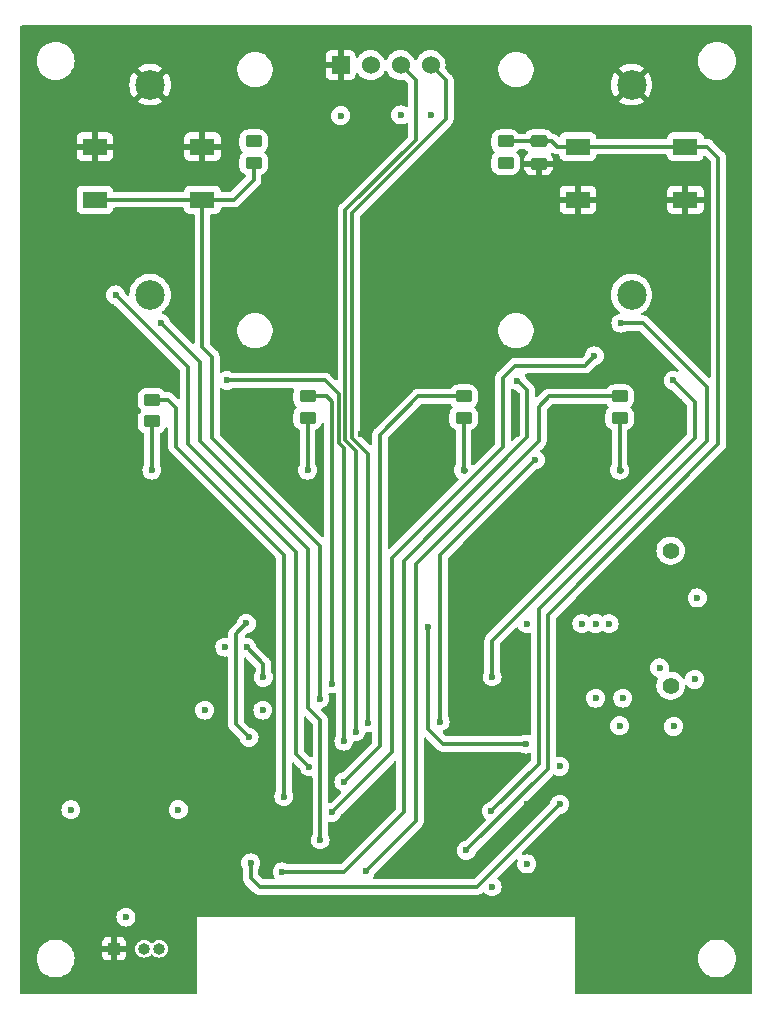
<source format=gbr>
%TF.GenerationSoftware,KiCad,Pcbnew,(7.0.0-0)*%
%TF.CreationDate,2023-11-13T22:50:32+01:00*%
%TF.ProjectId,ultimate-invitation-card,756c7469-6d61-4746-952d-696e76697461,rev?*%
%TF.SameCoordinates,Original*%
%TF.FileFunction,Copper,L4,Bot*%
%TF.FilePolarity,Positive*%
%FSLAX46Y46*%
G04 Gerber Fmt 4.6, Leading zero omitted, Abs format (unit mm)*
G04 Created by KiCad (PCBNEW (7.0.0-0)) date 2023-11-13 22:50:32*
%MOMM*%
%LPD*%
G01*
G04 APERTURE LIST*
G04 Aperture macros list*
%AMRoundRect*
0 Rectangle with rounded corners*
0 $1 Rounding radius*
0 $2 $3 $4 $5 $6 $7 $8 $9 X,Y pos of 4 corners*
0 Add a 4 corners polygon primitive as box body*
4,1,4,$2,$3,$4,$5,$6,$7,$8,$9,$2,$3,0*
0 Add four circle primitives for the rounded corners*
1,1,$1+$1,$2,$3*
1,1,$1+$1,$4,$5*
1,1,$1+$1,$6,$7*
1,1,$1+$1,$8,$9*
0 Add four rect primitives between the rounded corners*
20,1,$1+$1,$2,$3,$4,$5,0*
20,1,$1+$1,$4,$5,$6,$7,0*
20,1,$1+$1,$6,$7,$8,$9,0*
20,1,$1+$1,$8,$9,$2,$3,0*%
G04 Aperture macros list end*
%TA.AperFunction,ComponentPad*%
%ADD10R,1.524000X1.524000*%
%TD*%
%TA.AperFunction,ComponentPad*%
%ADD11C,1.524000*%
%TD*%
%TA.AperFunction,ComponentPad*%
%ADD12C,2.500000*%
%TD*%
%TA.AperFunction,ComponentPad*%
%ADD13R,1.000000X1.000000*%
%TD*%
%TA.AperFunction,ComponentPad*%
%ADD14O,1.000000X1.000000*%
%TD*%
%TA.AperFunction,SMDPad,CuDef*%
%ADD15RoundRect,0.250000X0.450000X-0.262500X0.450000X0.262500X-0.450000X0.262500X-0.450000X-0.262500X0*%
%TD*%
%TA.AperFunction,SMDPad,CuDef*%
%ADD16R,2.100000X1.400000*%
%TD*%
%TA.AperFunction,SMDPad,CuDef*%
%ADD17RoundRect,0.250000X-0.475000X0.250000X-0.475000X-0.250000X0.475000X-0.250000X0.475000X0.250000X0*%
%TD*%
%TA.AperFunction,ComponentPad*%
%ADD18C,1.400000*%
%TD*%
%TA.AperFunction,ViaPad*%
%ADD19C,0.600000*%
%TD*%
%TA.AperFunction,Conductor*%
%ADD20C,0.300000*%
%TD*%
%TA.AperFunction,Conductor*%
%ADD21C,0.600000*%
%TD*%
G04 APERTURE END LIST*
D10*
%TO.P,U4,1,GND*%
%TO.N,GND*%
X127761999Y-53085999D03*
D11*
%TO.P,U4,2,VCC*%
%TO.N,+3.3V*%
X130302000Y-53086000D03*
%TO.P,U4,3,SCL*%
%TO.N,Net-(U3-IO5)*%
X132842000Y-53086000D03*
%TO.P,U4,4,SDA*%
%TO.N,Net-(U3-IO4)*%
X135382000Y-53086000D03*
%TD*%
D12*
%TO.P,JP1,1,A*%
%TO.N,GND*%
X111633000Y-54737000D03*
%TO.P,JP1,2,B*%
%TO.N,Net-(JP1-B)*%
X111633000Y-72517000D03*
%TD*%
%TO.P,JP2,1,A*%
%TO.N,GND*%
X152400000Y-54737000D03*
%TO.P,JP2,2,B*%
%TO.N,Net-(JP2-B)*%
X152400000Y-72517000D03*
%TD*%
D13*
%TO.P,J1,1,Pin_1*%
%TO.N,GND*%
X108589999Y-127888999D03*
D14*
%TO.P,J1,3,Pin_3*%
%TO.N,Net-(J1-Pin_3)*%
X111129999Y-127888999D03*
%TO.P,J1,4,Pin_4*%
%TO.N,Net-(J1-Pin_4)*%
X112399999Y-127888999D03*
%TD*%
D15*
%TO.P,R11,1*%
%TO.N,Net-(D6-A)*%
X124968000Y-82954500D03*
%TO.P,R11,2*%
%TO.N,Net-(U3-IO2)*%
X124968000Y-81129500D03*
%TD*%
D16*
%TO.P,SW7,1,1*%
%TO.N,Net-(U3-IO0)*%
X106955999Y-64479999D03*
X116055999Y-64479999D03*
%TO.P,SW7,2,2*%
%TO.N,GND*%
X106955999Y-59979999D03*
X116055999Y-59979999D03*
%TD*%
D15*
%TO.P,R6,1*%
%TO.N,+3.3V*%
X141732000Y-61364500D03*
%TO.P,R6,2*%
%TO.N,Net-(U3-EN)*%
X141732000Y-59539500D03*
%TD*%
%TO.P,R10,1*%
%TO.N,Net-(D5-A)*%
X111782000Y-83244500D03*
%TO.P,R10,2*%
%TO.N,Net-(U3-IO19)*%
X111782000Y-81419500D03*
%TD*%
%TO.P,R13,1*%
%TO.N,Net-(D8-A)*%
X151384000Y-82954500D03*
%TO.P,R13,2*%
%TO.N,Net-(U3-IO23)*%
X151384000Y-81129500D03*
%TD*%
D16*
%TO.P,SW1,1,1*%
%TO.N,Net-(U3-EN)*%
X156949999Y-59979999D03*
X147849999Y-59979999D03*
%TO.P,SW1,2,2*%
%TO.N,GND*%
X156949999Y-64479999D03*
X147849999Y-64479999D03*
%TD*%
D15*
%TO.P,R18,1*%
%TO.N,Net-(U3-IO0)*%
X120396000Y-61364500D03*
%TO.P,R18,2*%
%TO.N,+3.3V*%
X120396000Y-59539500D03*
%TD*%
D17*
%TO.P,C4,1*%
%TO.N,Net-(U3-EN)*%
X144526000Y-59527400D03*
%TO.P,C4,2*%
%TO.N,GND*%
X144526000Y-61427400D03*
%TD*%
D18*
%TO.P,BT1,1,+*%
%TO.N,Net-(BT1-+)*%
X155702000Y-94195900D03*
%TO.P,BT1,2,-*%
%TO.N,Net-(BT1--)*%
X155702000Y-105625900D03*
%TD*%
D15*
%TO.P,R12,1*%
%TO.N,Net-(D7-A)*%
X138176000Y-82954500D03*
%TO.P,R12,2*%
%TO.N,Net-(U3-IO18)*%
X138176000Y-81129500D03*
%TD*%
D19*
%TO.N,+VDC*%
X157962600Y-98196400D03*
X114024000Y-116114000D03*
X104927400Y-116128800D03*
X151652000Y-106680000D03*
X121183400Y-107696000D03*
X151384000Y-109016800D03*
%TO.N,-VDC*%
X155956000Y-109069500D03*
X154762200Y-104114600D03*
X116255800Y-107696000D03*
X157734000Y-105079800D03*
%TO.N,GND*%
X123088400Y-87376000D03*
X140589000Y-106121200D03*
X156438600Y-102768400D03*
X155930600Y-84302600D03*
X130073400Y-116128800D03*
X153238200Y-123939300D03*
X147828000Y-64490600D03*
X144526000Y-61391800D03*
X149504400Y-87376000D03*
X143535400Y-105537000D03*
X140589000Y-123926600D03*
X147040600Y-106680000D03*
X133629400Y-84302600D03*
X143510000Y-115673500D03*
X151384000Y-110932000D03*
X129514600Y-84302600D03*
X136296400Y-87350600D03*
X106934000Y-59944000D03*
X120421400Y-84302600D03*
X154965400Y-107238800D03*
X119151400Y-114350800D03*
X108712000Y-68501500D03*
X116056000Y-59980000D03*
X156099883Y-99555300D03*
X143510000Y-122616000D03*
X127025400Y-111302800D03*
X115341400Y-103428800D03*
X109905800Y-87376000D03*
X146304000Y-110566200D03*
X156950000Y-64480000D03*
X107213400Y-84302600D03*
X122809000Y-123921000D03*
X155448000Y-67030600D03*
X118135400Y-84302600D03*
X142722600Y-84302600D03*
X146812000Y-84302600D03*
X124993400Y-109778800D03*
%TO.N,+3.3V*%
X149352000Y-100380000D03*
X143510000Y-120716000D03*
X117959500Y-102362000D03*
X148183600Y-100380800D03*
X127762000Y-57353200D03*
X146304000Y-112456000D03*
X132842000Y-57300500D03*
X109589500Y-125222000D03*
X141732000Y-61366400D03*
X150495000Y-100380800D03*
X120370600Y-59537600D03*
X143535400Y-100380800D03*
X140589000Y-122656600D03*
X135382000Y-57300500D03*
X149352000Y-106680000D03*
%TO.N,Net-(U3-EN)*%
X138404600Y-119577524D03*
%TO.N,Net-(D1-A)*%
X135153400Y-100634800D03*
X143484600Y-110566200D03*
%TO.N,Net-(D5-A)*%
X111783100Y-87376000D03*
%TO.N,Net-(D6-A)*%
X124968000Y-87376000D03*
%TO.N,Net-(D7-A)*%
X138173700Y-87376000D03*
%TO.N,Net-(D8-A)*%
X151381700Y-87376000D03*
%TO.N,Net-(D9-K)*%
X146304000Y-115673500D03*
X120142000Y-120623600D03*
%TO.N,Net-(R3-Pad2)*%
X120009500Y-110007400D03*
X119786400Y-100355400D03*
%TO.N,Net-(U3-IO25)*%
X108712000Y-72542400D03*
X125095000Y-112496600D03*
%TO.N,Net-(U3-IO21)*%
X127025400Y-116357400D03*
X149250400Y-77698600D03*
%TO.N,Net-(U3-IO19)*%
X122961400Y-115011200D03*
%TO.N,Net-(U3-IO2)*%
X127025400Y-105460800D03*
%TO.N,Net-(U3-IO18)*%
X128041400Y-113761000D03*
%TO.N,Net-(U3-IO23)*%
X129903850Y-121344050D03*
%TO.N,Net-(U3-I34)*%
X126034800Y-118668800D03*
X112547400Y-74930000D03*
%TO.N,Net-(U3-I35)*%
X151485600Y-74930000D03*
X140534021Y-116246021D03*
%TO.N,Net-(U3-IO0)*%
X126009142Y-106741506D03*
%TO.N,Net-(U3-IO4)*%
X130073400Y-108762800D03*
%TO.N,Net-(U3-IO5)*%
X129057400Y-109524800D03*
%TO.N,Net-(U3-IO15)*%
X119811800Y-102387400D03*
X121215332Y-104908532D03*
%TO.N,Net-(U3-IO26)*%
X128041400Y-110324300D03*
X118135400Y-79781400D03*
%TO.N,Net-(U3-IO14)*%
X136188632Y-108667368D03*
X144262300Y-86487000D03*
%TO.N,Net-(U3-IO22)*%
X142722600Y-79806800D03*
X122809000Y-121381000D03*
%TO.N,Net-(U3-IO13)*%
X155930600Y-79781400D03*
X140589000Y-104871000D03*
%TD*%
D20*
%TO.N,Net-(U3-EN)*%
X145313400Y-99618800D02*
X159740600Y-85191600D01*
X144513900Y-59539500D02*
X144526000Y-59527400D01*
X159740600Y-85191600D02*
X159740600Y-60909200D01*
X144526000Y-59527400D02*
X145658800Y-59527400D01*
X145313400Y-112668724D02*
X145313400Y-99618800D01*
X158811400Y-59980000D02*
X156950000Y-59980000D01*
X138404600Y-119577524D02*
X145313400Y-112668724D01*
X147850000Y-59980000D02*
X156950000Y-59980000D01*
X159740600Y-60909200D02*
X158811400Y-59980000D01*
X146111400Y-59980000D02*
X147850000Y-59980000D01*
X145658800Y-59527400D02*
X146111400Y-59980000D01*
X141732000Y-59539500D02*
X144513900Y-59539500D01*
%TO.N,Net-(D1-A)*%
X136448800Y-110566200D02*
X143484600Y-110566200D01*
X135153400Y-100634800D02*
X135153400Y-109270800D01*
X135153400Y-109270800D02*
X136448800Y-110566200D01*
%TO.N,Net-(D5-A)*%
X111782000Y-87374900D02*
X111783100Y-87376000D01*
X111782000Y-83244500D02*
X111782000Y-87374900D01*
%TO.N,Net-(D6-A)*%
X124968000Y-82954500D02*
X124968000Y-87376000D01*
%TO.N,Net-(D7-A)*%
X138176000Y-82954500D02*
X138176000Y-87373700D01*
D21*
X138176000Y-87373700D02*
X138173700Y-87376000D01*
D20*
%TO.N,Net-(D8-A)*%
X151384000Y-82954500D02*
X151384000Y-87373700D01*
D21*
X151384000Y-87373700D02*
X151381700Y-87376000D01*
D20*
%TO.N,Net-(D9-K)*%
X139293600Y-122682000D02*
X146302100Y-115673500D01*
X120904000Y-122682000D02*
X139293600Y-122682000D01*
X120142000Y-120623600D02*
X120142000Y-121920000D01*
X120142000Y-121920000D02*
X120904000Y-122682000D01*
X146302100Y-115673500D02*
X146304000Y-115673500D01*
%TO.N,Net-(R3-Pad2)*%
X118897400Y-101244400D02*
X119786400Y-100355400D01*
X120009500Y-110001900D02*
X118897400Y-108889800D01*
X120009500Y-110007400D02*
X120009500Y-110001900D01*
X118897400Y-108889800D02*
X118897400Y-101244400D01*
%TO.N,Net-(U3-IO25)*%
X123977400Y-94284800D02*
X114833400Y-85140800D01*
X125095000Y-112496600D02*
X123977400Y-111379000D01*
X123977400Y-111379000D02*
X123977400Y-94284800D01*
X114833400Y-78663800D02*
X108712000Y-72542400D01*
X114833400Y-85140800D02*
X114833400Y-78663800D01*
%TO.N,Net-(U3-IO21)*%
X148412200Y-78536800D02*
X149250400Y-77698600D01*
X132105400Y-94779076D02*
X141503400Y-85381076D01*
X141503400Y-85381076D02*
X141503400Y-79552800D01*
X127025400Y-116357400D02*
X132105400Y-111277400D01*
X132105400Y-111277400D02*
X132105400Y-94779076D01*
X142519400Y-78536800D02*
X148412200Y-78536800D01*
X141503400Y-79552800D02*
X142519400Y-78536800D01*
%TO.N,Net-(U3-IO19)*%
X122961400Y-94538800D02*
X122961400Y-115011200D01*
X113817400Y-82092800D02*
X113817400Y-85394800D01*
X111782000Y-81419500D02*
X113144100Y-81419500D01*
X113817400Y-85394800D02*
X122961400Y-94538800D01*
X113144100Y-81419500D02*
X113817400Y-82092800D01*
%TO.N,Net-(U3-IO2)*%
X127025400Y-81584800D02*
X126570100Y-81129500D01*
X126570100Y-81129500D02*
X124968000Y-81129500D01*
X127025400Y-105460800D02*
X127025400Y-81584800D01*
%TO.N,Net-(U3-IO18)*%
X131089400Y-110718600D02*
X131089400Y-84378800D01*
X134338700Y-81129500D02*
X138176000Y-81129500D01*
X131089400Y-84378800D02*
X134338700Y-81129500D01*
X128041400Y-113761000D02*
X128047000Y-113761000D01*
X128047000Y-113761000D02*
X131089400Y-110718600D01*
%TO.N,Net-(U3-IO23)*%
X134137400Y-95300800D02*
X144551400Y-84886800D01*
X129903850Y-121344050D02*
X134137400Y-117110500D01*
X144551400Y-84886800D02*
X144551400Y-81991200D01*
X134137400Y-117110500D02*
X134137400Y-95300800D01*
X144551400Y-81991200D02*
X145413100Y-81129500D01*
X145413100Y-81129500D02*
X151384000Y-81129500D01*
%TO.N,Net-(U3-I34)*%
X126034800Y-108534200D02*
X124993400Y-107492800D01*
X126034800Y-118668800D02*
X126034800Y-108534200D01*
X124993400Y-94030800D02*
X115849400Y-84886800D01*
X115849400Y-84886800D02*
X115849400Y-78232000D01*
X115849400Y-78232000D02*
X112547400Y-74930000D01*
X124993400Y-107492800D02*
X124993400Y-94030800D01*
%TO.N,Net-(U3-I35)*%
X151485600Y-74930000D02*
X153365200Y-74930000D01*
X144551400Y-99110800D02*
X144551400Y-112228642D01*
X153365200Y-74930000D02*
X158775400Y-80340200D01*
X158775400Y-80340200D02*
X158775400Y-84886800D01*
X158775400Y-84886800D02*
X144551400Y-99110800D01*
X144551400Y-112228642D02*
X140534021Y-116246021D01*
%TO.N,Net-(U3-IO0)*%
X120396000Y-62814200D02*
X120396000Y-61364500D01*
X116056000Y-64480000D02*
X118730200Y-64480000D01*
X116056000Y-76965400D02*
X116056000Y-64480000D01*
X125992800Y-93760200D02*
X116865400Y-84632800D01*
X116865400Y-84632800D02*
X116865400Y-77774800D01*
X126009142Y-106741506D02*
X125992800Y-106725164D01*
X118730200Y-64480000D02*
X120396000Y-62814200D01*
X116865400Y-77774800D02*
X116056000Y-76965400D01*
X106956000Y-64480000D02*
X116056000Y-64480000D01*
X125992800Y-106725164D02*
X125992800Y-93760200D01*
%TO.N,Net-(U3-IO4)*%
X130073400Y-108762800D02*
X130073400Y-85992771D01*
X136677400Y-57632600D02*
X136677400Y-54381400D01*
X136677400Y-54381400D02*
X135382000Y-53086000D01*
X128714600Y-84633971D02*
X128714600Y-65595400D01*
X130073400Y-85992771D02*
X128714600Y-84633971D01*
X128714600Y-65595400D02*
X136677400Y-57632600D01*
%TO.N,Net-(U3-IO5)*%
X129057400Y-109524800D02*
X129057400Y-85754589D01*
X134137400Y-55930800D02*
X134137400Y-54381400D01*
X134137400Y-59394782D02*
X134137400Y-55930800D01*
X134137400Y-54381400D02*
X132842000Y-53086000D01*
X129057400Y-85754589D02*
X128164600Y-84861789D01*
X128164600Y-84861789D02*
X128164600Y-65367582D01*
X128164600Y-65367582D02*
X134137400Y-59394782D01*
%TO.N,Net-(U3-IO15)*%
X121215332Y-104908532D02*
X121215332Y-103790932D01*
X121215332Y-103790932D02*
X119811800Y-102387400D01*
%TO.N,Net-(U3-IO26)*%
X128041400Y-85516407D02*
X127614600Y-85089606D01*
X128041400Y-110324300D02*
X128041400Y-85516407D01*
X126441200Y-79781400D02*
X118135400Y-79781400D01*
X127614600Y-80954800D02*
X126441200Y-79781400D01*
X127614600Y-85089606D02*
X127614600Y-80954800D01*
%TO.N,Net-(U3-IO14)*%
X144246600Y-86487000D02*
X144262300Y-86487000D01*
X136188632Y-108667368D02*
X136169400Y-108648136D01*
X136169400Y-108648136D02*
X136169400Y-94564200D01*
X136169400Y-94564200D02*
X144246600Y-86487000D01*
%TO.N,Net-(U3-IO22)*%
X128047000Y-121381000D02*
X122809000Y-121381000D01*
X143572600Y-80606000D02*
X143572600Y-84583971D01*
X142722600Y-79806800D02*
X142773400Y-79806800D01*
X133121400Y-116306600D02*
X128047000Y-121381000D01*
X133121400Y-95035171D02*
X133121400Y-116306600D01*
X142773400Y-79806800D02*
X143572600Y-80606000D01*
X143572600Y-84583971D02*
X133121400Y-95035171D01*
%TO.N,Net-(U3-IO13)*%
X156997400Y-80822800D02*
X157759400Y-81584800D01*
X155930600Y-79781400D02*
X156972000Y-80822800D01*
X156972000Y-80822800D02*
X156997400Y-80822800D01*
X140589000Y-101803200D02*
X140589000Y-104871000D01*
X157759400Y-84632800D02*
X140589000Y-101803200D01*
X157759400Y-81584800D02*
X157759400Y-84632800D01*
%TD*%
%TA.AperFunction,Conductor*%
%TO.N,GND*%
G36*
X127338655Y-106254630D02*
G01*
X127377067Y-106298846D01*
X127390900Y-106355760D01*
X127390900Y-109819232D01*
X127371894Y-109885204D01*
X127319312Y-109968886D01*
X127319308Y-109968894D01*
X127315611Y-109974778D01*
X127313315Y-109981336D01*
X127313313Y-109981343D01*
X127258330Y-110138475D01*
X127258328Y-110138482D01*
X127256032Y-110145045D01*
X127255252Y-110151962D01*
X127255252Y-110151965D01*
X127236615Y-110317377D01*
X127235835Y-110324300D01*
X127236615Y-110331223D01*
X127253994Y-110485473D01*
X127256032Y-110503555D01*
X127258328Y-110510119D01*
X127258330Y-110510124D01*
X127259893Y-110514590D01*
X127315611Y-110673822D01*
X127411584Y-110826562D01*
X127539138Y-110954116D01*
X127691878Y-111050089D01*
X127862145Y-111109668D01*
X128041400Y-111129865D01*
X128220655Y-111109668D01*
X128390922Y-111050089D01*
X128543662Y-110954116D01*
X128671216Y-110826562D01*
X128767189Y-110673822D01*
X128826768Y-110503555D01*
X128835044Y-110430094D01*
X128858493Y-110370346D01*
X128908677Y-110330325D01*
X128972146Y-110320759D01*
X129057400Y-110330365D01*
X129236655Y-110310168D01*
X129406922Y-110250589D01*
X129559662Y-110154616D01*
X129687216Y-110027062D01*
X129783189Y-109874322D01*
X129842768Y-109704055D01*
X129846872Y-109667622D01*
X129870321Y-109607876D01*
X129920505Y-109567855D01*
X129983974Y-109558289D01*
X130073400Y-109568365D01*
X130252655Y-109548168D01*
X130259226Y-109545868D01*
X130259229Y-109545868D01*
X130273944Y-109540719D01*
X130332233Y-109534977D01*
X130386655Y-109556630D01*
X130425067Y-109600846D01*
X130438900Y-109657760D01*
X130438900Y-110397792D01*
X130429461Y-110445245D01*
X130402581Y-110485473D01*
X127949486Y-112938566D01*
X127915610Y-112962603D01*
X127875696Y-112974104D01*
X127869073Y-112974850D01*
X127869061Y-112974852D01*
X127862145Y-112975632D01*
X127855580Y-112977929D01*
X127855572Y-112977931D01*
X127698443Y-113032913D01*
X127698436Y-113032915D01*
X127691878Y-113035211D01*
X127685990Y-113038910D01*
X127685987Y-113038912D01*
X127545038Y-113127476D01*
X127545033Y-113127479D01*
X127539138Y-113131184D01*
X127534213Y-113136108D01*
X127534209Y-113136112D01*
X127416512Y-113253809D01*
X127416508Y-113253813D01*
X127411584Y-113258738D01*
X127407879Y-113264633D01*
X127407876Y-113264638D01*
X127319312Y-113405587D01*
X127319310Y-113405590D01*
X127315611Y-113411478D01*
X127313315Y-113418036D01*
X127313313Y-113418043D01*
X127258330Y-113575175D01*
X127258328Y-113575182D01*
X127256032Y-113581745D01*
X127235835Y-113761000D01*
X127256032Y-113940255D01*
X127258328Y-113946819D01*
X127258330Y-113946824D01*
X127313313Y-114103956D01*
X127315611Y-114110522D01*
X127411584Y-114263262D01*
X127539138Y-114390816D01*
X127691878Y-114486789D01*
X127716126Y-114495273D01*
X127767632Y-114529687D01*
X127796065Y-114584722D01*
X127794328Y-114646643D01*
X127762855Y-114699997D01*
X126927175Y-115535677D01*
X126893302Y-115559713D01*
X126859775Y-115569375D01*
X126859850Y-115569703D01*
X126854022Y-115571033D01*
X126853391Y-115571215D01*
X126853063Y-115571251D01*
X126853050Y-115571253D01*
X126846145Y-115572032D01*
X126839580Y-115574328D01*
X126836891Y-115574943D01*
X126781706Y-115574943D01*
X126731987Y-115550999D01*
X126697580Y-115507853D01*
X126685300Y-115454052D01*
X126685300Y-108615273D01*
X126685850Y-108603604D01*
X126685858Y-108603518D01*
X126687560Y-108595904D01*
X126685360Y-108525937D01*
X126685300Y-108522043D01*
X126685300Y-108497176D01*
X126685300Y-108493275D01*
X126684748Y-108488909D01*
X126683830Y-108477255D01*
X126682397Y-108431631D01*
X126676473Y-108411243D01*
X126672532Y-108392209D01*
X126669871Y-108371142D01*
X126653063Y-108328691D01*
X126649280Y-108317641D01*
X126638721Y-108281295D01*
X126638720Y-108281293D01*
X126636544Y-108273802D01*
X126625740Y-108255534D01*
X126617178Y-108238056D01*
X126615465Y-108233730D01*
X126609368Y-108218329D01*
X126582537Y-108181398D01*
X126576124Y-108171636D01*
X126556852Y-108139049D01*
X126556850Y-108139047D01*
X126552881Y-108132335D01*
X126537873Y-108117327D01*
X126525236Y-108102531D01*
X126517345Y-108091670D01*
X126512763Y-108085363D01*
X126477580Y-108056257D01*
X126468940Y-108048394D01*
X126149428Y-107728882D01*
X126117955Y-107675528D01*
X126116218Y-107613608D01*
X126144650Y-107558574D01*
X126196153Y-107524159D01*
X126358664Y-107467295D01*
X126511404Y-107371322D01*
X126638958Y-107243768D01*
X126734931Y-107091028D01*
X126794510Y-106920761D01*
X126814707Y-106741506D01*
X126794510Y-106562251D01*
X126792210Y-106555679D01*
X126792209Y-106555673D01*
X126742428Y-106413408D01*
X126737221Y-106351682D01*
X126762522Y-106295140D01*
X126812016Y-106257892D01*
X126873350Y-106249233D01*
X127025400Y-106266365D01*
X127204655Y-106246168D01*
X127211226Y-106243868D01*
X127211229Y-106243868D01*
X127225944Y-106238719D01*
X127284233Y-106232977D01*
X127338655Y-106254630D01*
G37*
%TD.AperFunction*%
%TA.AperFunction,Conductor*%
G36*
X124790218Y-108228677D02*
G01*
X124839581Y-108258927D01*
X125347981Y-108767327D01*
X125374861Y-108807555D01*
X125384300Y-108855008D01*
X125384300Y-111566592D01*
X125370785Y-111622887D01*
X125333185Y-111666910D01*
X125279698Y-111689065D01*
X125221982Y-111684523D01*
X125172619Y-111654273D01*
X124664219Y-111145873D01*
X124637339Y-111105645D01*
X124627900Y-111058192D01*
X124627900Y-108346608D01*
X124641415Y-108290313D01*
X124679015Y-108246290D01*
X124732502Y-108224135D01*
X124790218Y-108228677D01*
G37*
%TD.AperFunction*%
%TA.AperFunction,Conductor*%
G36*
X137074764Y-81795723D02*
G01*
X137119871Y-81838904D01*
X137129492Y-81854503D01*
X137129495Y-81854507D01*
X137133288Y-81860656D01*
X137138399Y-81865766D01*
X137138399Y-81865767D01*
X137226951Y-81954319D01*
X137259045Y-82009906D01*
X137259045Y-82074094D01*
X137226951Y-82129681D01*
X137138393Y-82218238D01*
X137138389Y-82218242D01*
X137133288Y-82223344D01*
X137129503Y-82229480D01*
X137129497Y-82229488D01*
X137047613Y-82362246D01*
X137041186Y-82372666D01*
X137038915Y-82379517D01*
X137038914Y-82379521D01*
X136988131Y-82532774D01*
X136986001Y-82539203D01*
X136985313Y-82545933D01*
X136985312Y-82545940D01*
X136975819Y-82638859D01*
X136975818Y-82638877D01*
X136975500Y-82641991D01*
X136975500Y-82645138D01*
X136975500Y-82645139D01*
X136975500Y-83263858D01*
X136975500Y-83263877D01*
X136975501Y-83267008D01*
X136975820Y-83270140D01*
X136975821Y-83270141D01*
X136985312Y-83363061D01*
X136985313Y-83363069D01*
X136986001Y-83369797D01*
X136988129Y-83376219D01*
X136988130Y-83376223D01*
X137038914Y-83529478D01*
X137041186Y-83536334D01*
X137044977Y-83542480D01*
X137129497Y-83679511D01*
X137129500Y-83679515D01*
X137133288Y-83685656D01*
X137257344Y-83809712D01*
X137263485Y-83813500D01*
X137263488Y-83813502D01*
X137294257Y-83832480D01*
X137406666Y-83901814D01*
X137440505Y-83913027D01*
X137484829Y-83938906D01*
X137514877Y-83980518D01*
X137525500Y-84030733D01*
X137525500Y-86861526D01*
X137518542Y-86902480D01*
X137498449Y-86938834D01*
X137491609Y-86947413D01*
X137488589Y-86953682D01*
X137488583Y-86953693D01*
X137474999Y-86981900D01*
X137468277Y-86994064D01*
X137457389Y-87011394D01*
X137447911Y-87026478D01*
X137445615Y-87033037D01*
X137445611Y-87033047D01*
X137435265Y-87062613D01*
X137429947Y-87075451D01*
X137416360Y-87103666D01*
X137416357Y-87103671D01*
X137413340Y-87109939D01*
X137411792Y-87116717D01*
X137411789Y-87116728D01*
X137404818Y-87147268D01*
X137400972Y-87160619D01*
X137388332Y-87196745D01*
X137387552Y-87203663D01*
X137387552Y-87203665D01*
X137384045Y-87234781D01*
X137381717Y-87248479D01*
X137374750Y-87279008D01*
X137374748Y-87279020D01*
X137373200Y-87285806D01*
X137373200Y-87292772D01*
X137373200Y-87324086D01*
X137372420Y-87337968D01*
X137368135Y-87376000D01*
X137368915Y-87382923D01*
X137372420Y-87414031D01*
X137373200Y-87427914D01*
X137373200Y-87466194D01*
X137374749Y-87472983D01*
X137374750Y-87472988D01*
X137381717Y-87503518D01*
X137384045Y-87517218D01*
X137385777Y-87532582D01*
X137388332Y-87555255D01*
X137390629Y-87561819D01*
X137390630Y-87561823D01*
X137400972Y-87591379D01*
X137404819Y-87604735D01*
X137411788Y-87635267D01*
X137411791Y-87635276D01*
X137413340Y-87642061D01*
X137416358Y-87648329D01*
X137416361Y-87648336D01*
X137429950Y-87676554D01*
X137435268Y-87689393D01*
X137447911Y-87725522D01*
X137451612Y-87731412D01*
X137451613Y-87731414D01*
X137468272Y-87757927D01*
X137474996Y-87770093D01*
X137488585Y-87798310D01*
X137488589Y-87798317D01*
X137491609Y-87804587D01*
X137495950Y-87810030D01*
X137515469Y-87834506D01*
X137523515Y-87845846D01*
X137540174Y-87872359D01*
X137540176Y-87872361D01*
X137543884Y-87878262D01*
X137548810Y-87883188D01*
X137548812Y-87883190D01*
X137570950Y-87905328D01*
X137580215Y-87915695D01*
X137604080Y-87945620D01*
X137609521Y-87949959D01*
X137634002Y-87969482D01*
X137644370Y-87978748D01*
X137671438Y-88005816D01*
X137677332Y-88009519D01*
X137677333Y-88009520D01*
X137703846Y-88026179D01*
X137715191Y-88034229D01*
X137726383Y-88043155D01*
X137766110Y-88099147D01*
X137769958Y-88167693D01*
X137736748Y-88227780D01*
X131951581Y-94012949D01*
X131902218Y-94043199D01*
X131844502Y-94047741D01*
X131791015Y-94025586D01*
X131753415Y-93981563D01*
X131739900Y-93925268D01*
X131739900Y-84699608D01*
X131749339Y-84652155D01*
X131776219Y-84611927D01*
X134571827Y-81816319D01*
X134612055Y-81789439D01*
X134659508Y-81780000D01*
X137014332Y-81780000D01*
X137074764Y-81795723D01*
G37*
%TD.AperFunction*%
%TA.AperFunction,Conductor*%
G36*
X123756283Y-80445497D02*
G01*
X123800357Y-80483307D01*
X123822384Y-80537037D01*
X123817533Y-80594903D01*
X123778001Y-80714203D01*
X123777313Y-80720933D01*
X123777312Y-80720940D01*
X123767819Y-80813859D01*
X123767818Y-80813877D01*
X123767500Y-80816991D01*
X123767500Y-80820138D01*
X123767500Y-80820139D01*
X123767500Y-81438858D01*
X123767500Y-81438877D01*
X123767501Y-81442008D01*
X123767820Y-81445140D01*
X123767821Y-81445141D01*
X123777312Y-81538061D01*
X123777313Y-81538069D01*
X123778001Y-81544797D01*
X123833186Y-81711334D01*
X123836977Y-81717480D01*
X123921497Y-81854511D01*
X123921500Y-81854515D01*
X123925288Y-81860656D01*
X123930392Y-81865760D01*
X123930393Y-81865761D01*
X124018951Y-81954319D01*
X124051045Y-82009906D01*
X124051045Y-82074094D01*
X124018951Y-82129681D01*
X123930393Y-82218238D01*
X123930389Y-82218242D01*
X123925288Y-82223344D01*
X123921503Y-82229480D01*
X123921497Y-82229488D01*
X123839613Y-82362246D01*
X123833186Y-82372666D01*
X123830915Y-82379517D01*
X123830914Y-82379521D01*
X123780131Y-82532774D01*
X123778001Y-82539203D01*
X123777313Y-82545933D01*
X123777312Y-82545940D01*
X123767819Y-82638859D01*
X123767818Y-82638877D01*
X123767500Y-82641991D01*
X123767500Y-82645138D01*
X123767500Y-82645139D01*
X123767500Y-83263858D01*
X123767500Y-83263877D01*
X123767501Y-83267008D01*
X123767820Y-83270140D01*
X123767821Y-83270141D01*
X123777312Y-83363061D01*
X123777313Y-83363069D01*
X123778001Y-83369797D01*
X123780129Y-83376219D01*
X123780130Y-83376223D01*
X123830914Y-83529478D01*
X123833186Y-83536334D01*
X123836977Y-83542480D01*
X123921497Y-83679511D01*
X123921500Y-83679515D01*
X123925288Y-83685656D01*
X124049344Y-83809712D01*
X124055485Y-83813500D01*
X124055488Y-83813502D01*
X124086257Y-83832480D01*
X124198666Y-83901814D01*
X124232505Y-83913027D01*
X124276829Y-83938906D01*
X124306877Y-83980518D01*
X124317500Y-84030733D01*
X124317500Y-86870932D01*
X124298494Y-86936904D01*
X124245912Y-87020586D01*
X124245908Y-87020594D01*
X124242211Y-87026478D01*
X124239915Y-87033036D01*
X124239913Y-87033043D01*
X124184930Y-87190175D01*
X124184928Y-87190182D01*
X124182632Y-87196745D01*
X124181852Y-87203662D01*
X124181852Y-87203665D01*
X124172597Y-87285806D01*
X124162435Y-87376000D01*
X124182632Y-87555255D01*
X124184928Y-87561819D01*
X124184930Y-87561824D01*
X124239913Y-87718956D01*
X124242211Y-87725522D01*
X124338184Y-87878262D01*
X124465738Y-88005816D01*
X124618478Y-88101789D01*
X124788745Y-88161368D01*
X124968000Y-88181565D01*
X125147255Y-88161368D01*
X125317522Y-88101789D01*
X125470262Y-88005816D01*
X125597816Y-87878262D01*
X125693789Y-87725522D01*
X125753368Y-87555255D01*
X125773565Y-87376000D01*
X125753368Y-87196745D01*
X125693789Y-87026478D01*
X125690082Y-87020579D01*
X125637506Y-86936904D01*
X125618500Y-86870932D01*
X125618500Y-84030733D01*
X125629123Y-83980518D01*
X125659171Y-83938906D01*
X125703494Y-83913027D01*
X125737334Y-83901814D01*
X125886656Y-83809712D01*
X126010712Y-83685656D01*
X126102814Y-83536334D01*
X126133194Y-83444652D01*
X126172305Y-83387746D01*
X126235788Y-83360581D01*
X126303958Y-83371582D01*
X126355674Y-83417336D01*
X126374900Y-83483657D01*
X126374900Y-92922992D01*
X126361385Y-92979287D01*
X126323785Y-93023310D01*
X126270298Y-93045465D01*
X126212582Y-93040923D01*
X126163219Y-93010673D01*
X117552219Y-84399673D01*
X117525339Y-84359445D01*
X117515900Y-84311992D01*
X117515900Y-80561912D01*
X117533097Y-80498911D01*
X117579919Y-80453384D01*
X117643378Y-80437961D01*
X117705872Y-80456918D01*
X117779895Y-80503430D01*
X117785878Y-80507189D01*
X117956145Y-80566768D01*
X118135400Y-80586965D01*
X118314655Y-80566768D01*
X118484922Y-80507189D01*
X118574496Y-80450905D01*
X118640468Y-80431900D01*
X123699827Y-80431900D01*
X123756283Y-80445497D01*
G37*
%TD.AperFunction*%
%TA.AperFunction,Conductor*%
G36*
X142343871Y-80514238D02*
G01*
X142367182Y-80528885D01*
X142367186Y-80528887D01*
X142373078Y-80532589D01*
X142543345Y-80592168D01*
X142607828Y-80599433D01*
X142647746Y-80610933D01*
X142681626Y-80634972D01*
X142885781Y-80839127D01*
X142912661Y-80879355D01*
X142922100Y-80926808D01*
X142922100Y-84263163D01*
X142912661Y-84310616D01*
X142885781Y-84350844D01*
X142365581Y-84871044D01*
X142316218Y-84901294D01*
X142258502Y-84905836D01*
X142205015Y-84883681D01*
X142167415Y-84839658D01*
X142153900Y-84783363D01*
X142153900Y-80619232D01*
X142171097Y-80556231D01*
X142217918Y-80510705D01*
X142281377Y-80495281D01*
X142343871Y-80514238D01*
G37*
%TD.AperFunction*%
%TA.AperFunction,Conductor*%
G36*
X162569500Y-49739113D02*
G01*
X162614887Y-49784500D01*
X162631500Y-49846500D01*
X162631500Y-131597500D01*
X162614887Y-131659500D01*
X162569500Y-131704887D01*
X162507500Y-131721500D01*
X147756500Y-131721500D01*
X147694500Y-131704887D01*
X147649113Y-131659500D01*
X147632500Y-131597500D01*
X147632500Y-128722000D01*
X158026551Y-128722000D01*
X158046317Y-128973148D01*
X158047452Y-128977877D01*
X158047453Y-128977881D01*
X158103989Y-129213374D01*
X158103991Y-129213382D01*
X158105127Y-129218111D01*
X158201534Y-129450859D01*
X158204081Y-129455016D01*
X158204082Y-129455017D01*
X158330617Y-129661504D01*
X158330622Y-129661511D01*
X158333164Y-129665659D01*
X158336324Y-129669358D01*
X158336327Y-129669363D01*
X158493183Y-129853017D01*
X158496776Y-129857224D01*
X158500476Y-129860384D01*
X158682705Y-130016023D01*
X158688341Y-130020836D01*
X158692491Y-130023379D01*
X158692495Y-130023382D01*
X158804300Y-130091896D01*
X158903141Y-130152466D01*
X159135889Y-130248873D01*
X159380852Y-130307683D01*
X159632000Y-130327449D01*
X159883148Y-130307683D01*
X160128111Y-130248873D01*
X160360859Y-130152466D01*
X160575659Y-130020836D01*
X160767224Y-129857224D01*
X160930836Y-129665659D01*
X161062466Y-129450859D01*
X161158873Y-129218111D01*
X161217683Y-128973148D01*
X161237449Y-128722000D01*
X161217683Y-128470852D01*
X161158873Y-128225889D01*
X161062466Y-127993141D01*
X160930836Y-127778341D01*
X160767224Y-127586776D01*
X160730509Y-127555418D01*
X160579363Y-127426327D01*
X160579358Y-127426324D01*
X160575659Y-127423164D01*
X160571511Y-127420622D01*
X160571504Y-127420617D01*
X160365017Y-127294082D01*
X160365016Y-127294081D01*
X160360859Y-127291534D01*
X160128111Y-127195127D01*
X160123382Y-127193991D01*
X160123374Y-127193989D01*
X159887881Y-127137453D01*
X159887877Y-127137452D01*
X159883148Y-127136317D01*
X159878295Y-127135935D01*
X159636854Y-127116933D01*
X159632000Y-127116551D01*
X159627146Y-127116933D01*
X159385704Y-127135935D01*
X159385702Y-127135935D01*
X159380852Y-127136317D01*
X159376124Y-127137451D01*
X159376118Y-127137453D01*
X159140625Y-127193989D01*
X159140613Y-127193992D01*
X159135889Y-127195127D01*
X159131392Y-127196989D01*
X159131388Y-127196991D01*
X158907645Y-127289668D01*
X158907640Y-127289670D01*
X158903141Y-127291534D01*
X158898988Y-127294078D01*
X158898982Y-127294082D01*
X158692495Y-127420617D01*
X158692482Y-127420626D01*
X158688341Y-127423164D01*
X158684646Y-127426319D01*
X158684636Y-127426327D01*
X158500476Y-127583615D01*
X158500469Y-127583621D01*
X158496776Y-127586776D01*
X158493621Y-127590469D01*
X158493615Y-127590476D01*
X158336327Y-127774636D01*
X158336319Y-127774646D01*
X158333164Y-127778341D01*
X158330626Y-127782482D01*
X158330617Y-127782495D01*
X158204082Y-127988982D01*
X158204078Y-127988988D01*
X158201534Y-127993141D01*
X158105127Y-128225889D01*
X158103992Y-128230613D01*
X158103989Y-128230625D01*
X158047453Y-128466118D01*
X158047451Y-128466124D01*
X158046317Y-128470852D01*
X158045935Y-128475702D01*
X158045935Y-128475704D01*
X158034099Y-128626093D01*
X158026551Y-128722000D01*
X147632500Y-128722000D01*
X147632500Y-125234025D01*
X147632500Y-125222099D01*
X147632541Y-125222000D01*
X147632383Y-125221617D01*
X147632099Y-125221500D01*
X147632000Y-125221459D01*
X147631901Y-125221500D01*
X115632099Y-125221500D01*
X115632000Y-125221459D01*
X115631901Y-125221500D01*
X115631617Y-125221617D01*
X115631459Y-125222000D01*
X115631500Y-125222099D01*
X115631500Y-125234025D01*
X115631500Y-131597500D01*
X115614887Y-131659500D01*
X115569500Y-131704887D01*
X115507500Y-131721500D01*
X100756500Y-131721500D01*
X100694500Y-131704887D01*
X100649113Y-131659500D01*
X100632500Y-131597500D01*
X100632500Y-128722000D01*
X102026551Y-128722000D01*
X102046317Y-128973148D01*
X102047452Y-128977877D01*
X102047453Y-128977881D01*
X102103989Y-129213374D01*
X102103991Y-129213382D01*
X102105127Y-129218111D01*
X102201534Y-129450859D01*
X102204081Y-129455016D01*
X102204082Y-129455017D01*
X102330617Y-129661504D01*
X102330622Y-129661511D01*
X102333164Y-129665659D01*
X102336324Y-129669358D01*
X102336327Y-129669363D01*
X102493183Y-129853017D01*
X102496776Y-129857224D01*
X102500476Y-129860384D01*
X102682705Y-130016023D01*
X102688341Y-130020836D01*
X102692491Y-130023379D01*
X102692495Y-130023382D01*
X102804300Y-130091896D01*
X102903141Y-130152466D01*
X103135889Y-130248873D01*
X103380852Y-130307683D01*
X103632000Y-130327449D01*
X103883148Y-130307683D01*
X104128111Y-130248873D01*
X104360859Y-130152466D01*
X104575659Y-130020836D01*
X104767224Y-129857224D01*
X104930836Y-129665659D01*
X105062466Y-129450859D01*
X105158873Y-129218111D01*
X105217683Y-128973148D01*
X105237449Y-128722000D01*
X105217683Y-128470852D01*
X105208720Y-128433518D01*
X107590000Y-128433518D01*
X107590353Y-128440114D01*
X107595573Y-128488667D01*
X107599111Y-128503641D01*
X107643547Y-128622777D01*
X107651962Y-128638189D01*
X107727498Y-128739092D01*
X107739907Y-128751501D01*
X107840810Y-128827037D01*
X107856222Y-128835452D01*
X107975358Y-128879888D01*
X107990332Y-128883426D01*
X108038885Y-128888646D01*
X108045482Y-128889000D01*
X108323674Y-128889000D01*
X108336549Y-128885549D01*
X108340000Y-128872674D01*
X108840000Y-128872674D01*
X108843450Y-128885549D01*
X108856326Y-128889000D01*
X109134518Y-128889000D01*
X109141114Y-128888646D01*
X109189667Y-128883426D01*
X109204641Y-128879888D01*
X109323777Y-128835452D01*
X109339189Y-128827037D01*
X109440092Y-128751501D01*
X109452501Y-128739092D01*
X109528037Y-128638189D01*
X109536452Y-128622777D01*
X109580888Y-128503641D01*
X109584426Y-128488667D01*
X109589646Y-128440114D01*
X109590000Y-128433518D01*
X109590000Y-128155326D01*
X109586549Y-128142450D01*
X109573674Y-128139000D01*
X108856326Y-128139000D01*
X108843450Y-128142450D01*
X108840000Y-128155326D01*
X108840000Y-128872674D01*
X108340000Y-128872674D01*
X108340000Y-128155326D01*
X108336549Y-128142450D01*
X108323674Y-128139000D01*
X107606326Y-128139000D01*
X107593450Y-128142450D01*
X107590000Y-128155326D01*
X107590000Y-128433518D01*
X105208720Y-128433518D01*
X105158873Y-128225889D01*
X105062466Y-127993141D01*
X104998648Y-127889000D01*
X110374751Y-127889000D01*
X110375531Y-127895923D01*
X110392906Y-128050135D01*
X110392907Y-128050142D01*
X110393687Y-128057059D01*
X110449544Y-128216690D01*
X110539523Y-128359890D01*
X110659110Y-128479477D01*
X110802310Y-128569456D01*
X110961941Y-128625313D01*
X111130000Y-128644249D01*
X111298059Y-128625313D01*
X111457690Y-128569456D01*
X111600890Y-128479477D01*
X111677318Y-128403048D01*
X111732906Y-128370954D01*
X111797094Y-128370954D01*
X111852680Y-128403047D01*
X111929110Y-128479477D01*
X112072310Y-128569456D01*
X112231941Y-128625313D01*
X112400000Y-128644249D01*
X112568059Y-128625313D01*
X112727690Y-128569456D01*
X112870890Y-128479477D01*
X112990477Y-128359890D01*
X113080456Y-128216690D01*
X113136313Y-128057059D01*
X113155249Y-127889000D01*
X113136313Y-127720941D01*
X113080456Y-127561310D01*
X112990477Y-127418110D01*
X112870890Y-127298523D01*
X112856797Y-127289668D01*
X112832432Y-127274358D01*
X112727690Y-127208544D01*
X112721124Y-127206246D01*
X112721121Y-127206245D01*
X112574633Y-127154987D01*
X112574630Y-127154986D01*
X112568059Y-127152687D01*
X112561142Y-127151907D01*
X112561135Y-127151906D01*
X112406923Y-127134531D01*
X112400000Y-127133751D01*
X112393077Y-127134531D01*
X112238864Y-127151906D01*
X112238855Y-127151907D01*
X112231941Y-127152687D01*
X112225371Y-127154985D01*
X112225366Y-127154987D01*
X112078878Y-127206245D01*
X112078872Y-127206247D01*
X112072310Y-127208544D01*
X112066419Y-127212245D01*
X112066418Y-127212246D01*
X111935010Y-127294815D01*
X111935005Y-127294818D01*
X111929110Y-127298523D01*
X111924185Y-127303447D01*
X111924181Y-127303451D01*
X111852681Y-127374952D01*
X111797094Y-127407046D01*
X111732906Y-127407046D01*
X111677319Y-127374952D01*
X111605818Y-127303451D01*
X111600890Y-127298523D01*
X111586797Y-127289668D01*
X111562432Y-127274358D01*
X111457690Y-127208544D01*
X111451124Y-127206246D01*
X111451121Y-127206245D01*
X111304633Y-127154987D01*
X111304630Y-127154986D01*
X111298059Y-127152687D01*
X111291142Y-127151907D01*
X111291135Y-127151906D01*
X111136923Y-127134531D01*
X111130000Y-127133751D01*
X111123077Y-127134531D01*
X110968864Y-127151906D01*
X110968855Y-127151907D01*
X110961941Y-127152687D01*
X110955371Y-127154985D01*
X110955366Y-127154987D01*
X110808878Y-127206245D01*
X110808872Y-127206247D01*
X110802310Y-127208544D01*
X110796419Y-127212245D01*
X110796418Y-127212246D01*
X110665010Y-127294815D01*
X110665005Y-127294818D01*
X110659110Y-127298523D01*
X110654185Y-127303447D01*
X110654181Y-127303451D01*
X110544451Y-127413181D01*
X110544447Y-127413185D01*
X110539523Y-127418110D01*
X110535818Y-127424005D01*
X110535815Y-127424010D01*
X110495000Y-127488967D01*
X110449544Y-127561310D01*
X110447247Y-127567872D01*
X110447245Y-127567878D01*
X110395987Y-127714366D01*
X110395985Y-127714371D01*
X110393687Y-127720941D01*
X110392907Y-127727855D01*
X110392906Y-127727864D01*
X110386751Y-127782495D01*
X110374751Y-127889000D01*
X104998648Y-127889000D01*
X104930836Y-127778341D01*
X104797884Y-127622674D01*
X107590000Y-127622674D01*
X107593450Y-127635549D01*
X107606326Y-127639000D01*
X108323674Y-127639000D01*
X108336549Y-127635549D01*
X108340000Y-127622674D01*
X108840000Y-127622674D01*
X108843450Y-127635549D01*
X108856326Y-127639000D01*
X109573674Y-127639000D01*
X109586549Y-127635549D01*
X109590000Y-127622674D01*
X109590000Y-127344482D01*
X109589646Y-127337885D01*
X109584426Y-127289332D01*
X109580888Y-127274358D01*
X109536452Y-127155222D01*
X109528037Y-127139810D01*
X109452501Y-127038907D01*
X109440092Y-127026498D01*
X109339189Y-126950962D01*
X109323777Y-126942547D01*
X109204641Y-126898111D01*
X109189667Y-126894573D01*
X109141114Y-126889353D01*
X109134518Y-126889000D01*
X108856326Y-126889000D01*
X108843450Y-126892450D01*
X108840000Y-126905326D01*
X108840000Y-127622674D01*
X108340000Y-127622674D01*
X108340000Y-126905326D01*
X108336549Y-126892450D01*
X108323674Y-126889000D01*
X108045482Y-126889000D01*
X108038885Y-126889353D01*
X107990332Y-126894573D01*
X107975358Y-126898111D01*
X107856222Y-126942547D01*
X107840810Y-126950962D01*
X107739907Y-127026498D01*
X107727498Y-127038907D01*
X107651962Y-127139810D01*
X107643547Y-127155222D01*
X107599111Y-127274358D01*
X107595573Y-127289332D01*
X107590353Y-127337885D01*
X107590000Y-127344482D01*
X107590000Y-127622674D01*
X104797884Y-127622674D01*
X104767224Y-127586776D01*
X104730509Y-127555418D01*
X104579363Y-127426327D01*
X104579358Y-127426324D01*
X104575659Y-127423164D01*
X104571511Y-127420622D01*
X104571504Y-127420617D01*
X104365017Y-127294082D01*
X104365016Y-127294081D01*
X104360859Y-127291534D01*
X104128111Y-127195127D01*
X104123382Y-127193991D01*
X104123374Y-127193989D01*
X103887881Y-127137453D01*
X103887877Y-127137452D01*
X103883148Y-127136317D01*
X103878295Y-127135935D01*
X103636854Y-127116933D01*
X103632000Y-127116551D01*
X103627146Y-127116933D01*
X103385704Y-127135935D01*
X103385702Y-127135935D01*
X103380852Y-127136317D01*
X103376124Y-127137451D01*
X103376118Y-127137453D01*
X103140625Y-127193989D01*
X103140613Y-127193992D01*
X103135889Y-127195127D01*
X103131392Y-127196989D01*
X103131388Y-127196991D01*
X102907645Y-127289668D01*
X102907640Y-127289670D01*
X102903141Y-127291534D01*
X102898988Y-127294078D01*
X102898982Y-127294082D01*
X102692495Y-127420617D01*
X102692482Y-127420626D01*
X102688341Y-127423164D01*
X102684646Y-127426319D01*
X102684636Y-127426327D01*
X102500476Y-127583615D01*
X102500469Y-127583621D01*
X102496776Y-127586776D01*
X102493621Y-127590469D01*
X102493615Y-127590476D01*
X102336327Y-127774636D01*
X102336319Y-127774646D01*
X102333164Y-127778341D01*
X102330626Y-127782482D01*
X102330617Y-127782495D01*
X102204082Y-127988982D01*
X102204078Y-127988988D01*
X102201534Y-127993141D01*
X102105127Y-128225889D01*
X102103992Y-128230613D01*
X102103989Y-128230625D01*
X102047453Y-128466118D01*
X102047451Y-128466124D01*
X102046317Y-128470852D01*
X102045935Y-128475702D01*
X102045935Y-128475704D01*
X102034099Y-128626093D01*
X102026551Y-128722000D01*
X100632500Y-128722000D01*
X100632500Y-125222000D01*
X108783935Y-125222000D01*
X108804132Y-125401255D01*
X108806428Y-125407819D01*
X108806430Y-125407824D01*
X108861413Y-125564956D01*
X108863711Y-125571522D01*
X108959684Y-125724262D01*
X109087238Y-125851816D01*
X109239978Y-125947789D01*
X109410245Y-126007368D01*
X109589500Y-126027565D01*
X109768755Y-126007368D01*
X109939022Y-125947789D01*
X110091762Y-125851816D01*
X110219316Y-125724262D01*
X110315289Y-125571522D01*
X110374868Y-125401255D01*
X110395065Y-125222000D01*
X110374868Y-125042745D01*
X110315289Y-124872478D01*
X110219316Y-124719738D01*
X110091762Y-124592184D01*
X109939022Y-124496211D01*
X109932459Y-124493914D01*
X109932456Y-124493913D01*
X109775324Y-124438930D01*
X109775319Y-124438928D01*
X109768755Y-124436632D01*
X109761835Y-124435852D01*
X109761834Y-124435852D01*
X109596423Y-124417215D01*
X109589500Y-124416435D01*
X109582577Y-124417215D01*
X109417165Y-124435852D01*
X109417162Y-124435852D01*
X109410245Y-124436632D01*
X109403682Y-124438928D01*
X109403675Y-124438930D01*
X109246543Y-124493913D01*
X109246536Y-124493915D01*
X109239978Y-124496211D01*
X109234090Y-124499910D01*
X109234087Y-124499912D01*
X109093138Y-124588476D01*
X109093133Y-124588479D01*
X109087238Y-124592184D01*
X109082313Y-124597108D01*
X109082309Y-124597112D01*
X108964612Y-124714809D01*
X108964608Y-124714813D01*
X108959684Y-124719738D01*
X108955979Y-124725633D01*
X108955976Y-124725638D01*
X108867412Y-124866587D01*
X108867410Y-124866590D01*
X108863711Y-124872478D01*
X108861415Y-124879036D01*
X108861413Y-124879043D01*
X108806430Y-125036175D01*
X108806428Y-125036182D01*
X108804132Y-125042745D01*
X108783935Y-125222000D01*
X100632500Y-125222000D01*
X100632500Y-116128800D01*
X104121835Y-116128800D01*
X104122615Y-116135723D01*
X104141104Y-116299824D01*
X104142032Y-116308055D01*
X104144328Y-116314619D01*
X104144330Y-116314624D01*
X104199313Y-116471756D01*
X104201611Y-116478322D01*
X104212381Y-116495463D01*
X104288284Y-116616262D01*
X104297584Y-116631062D01*
X104425138Y-116758616D01*
X104577878Y-116854589D01*
X104748145Y-116914168D01*
X104927400Y-116934365D01*
X105106655Y-116914168D01*
X105276922Y-116854589D01*
X105429662Y-116758616D01*
X105557216Y-116631062D01*
X105653189Y-116478322D01*
X105712768Y-116308055D01*
X105732965Y-116128800D01*
X105732077Y-116120923D01*
X105731297Y-116114000D01*
X113218435Y-116114000D01*
X113219215Y-116120923D01*
X113219322Y-116121877D01*
X113238632Y-116293255D01*
X113240928Y-116299819D01*
X113240930Y-116299824D01*
X113295778Y-116456569D01*
X113298211Y-116463522D01*
X113394184Y-116616262D01*
X113521738Y-116743816D01*
X113674478Y-116839789D01*
X113844745Y-116899368D01*
X114024000Y-116919565D01*
X114203255Y-116899368D01*
X114373522Y-116839789D01*
X114526262Y-116743816D01*
X114653816Y-116616262D01*
X114749789Y-116463522D01*
X114809368Y-116293255D01*
X114828167Y-116126407D01*
X114828785Y-116120923D01*
X114829565Y-116114000D01*
X114809368Y-115934745D01*
X114749789Y-115764478D01*
X114653816Y-115611738D01*
X114526262Y-115484184D01*
X114487512Y-115459836D01*
X114379412Y-115391912D01*
X114373522Y-115388211D01*
X114366959Y-115385914D01*
X114366956Y-115385913D01*
X114209824Y-115330930D01*
X114209819Y-115330928D01*
X114203255Y-115328632D01*
X114196335Y-115327852D01*
X114196334Y-115327852D01*
X114030923Y-115309215D01*
X114024000Y-115308435D01*
X114017077Y-115309215D01*
X113851665Y-115327852D01*
X113851662Y-115327852D01*
X113844745Y-115328632D01*
X113838182Y-115330928D01*
X113838175Y-115330930D01*
X113681043Y-115385913D01*
X113681036Y-115385915D01*
X113674478Y-115388211D01*
X113668590Y-115391910D01*
X113668587Y-115391912D01*
X113527638Y-115480476D01*
X113527633Y-115480479D01*
X113521738Y-115484184D01*
X113516813Y-115489108D01*
X113516809Y-115489112D01*
X113399112Y-115606809D01*
X113399108Y-115606813D01*
X113394184Y-115611738D01*
X113390479Y-115617633D01*
X113390476Y-115617638D01*
X113301912Y-115758587D01*
X113301910Y-115758590D01*
X113298211Y-115764478D01*
X113295915Y-115771036D01*
X113295913Y-115771043D01*
X113240930Y-115928175D01*
X113240928Y-115928182D01*
X113238632Y-115934745D01*
X113237852Y-115941662D01*
X113237852Y-115941665D01*
X113228022Y-116028912D01*
X113218435Y-116114000D01*
X105731297Y-116114000D01*
X105726731Y-116073473D01*
X105712768Y-115949545D01*
X105653189Y-115779278D01*
X105557216Y-115626538D01*
X105429662Y-115498984D01*
X105276922Y-115403011D01*
X105270359Y-115400714D01*
X105270356Y-115400713D01*
X105113224Y-115345730D01*
X105113219Y-115345728D01*
X105106655Y-115343432D01*
X105099735Y-115342652D01*
X105099734Y-115342652D01*
X104934323Y-115324015D01*
X104927400Y-115323235D01*
X104920477Y-115324015D01*
X104755065Y-115342652D01*
X104755062Y-115342652D01*
X104748145Y-115343432D01*
X104741582Y-115345728D01*
X104741575Y-115345730D01*
X104584443Y-115400713D01*
X104584436Y-115400715D01*
X104577878Y-115403011D01*
X104571990Y-115406710D01*
X104571987Y-115406712D01*
X104431038Y-115495276D01*
X104431033Y-115495279D01*
X104425138Y-115498984D01*
X104420213Y-115503908D01*
X104420209Y-115503912D01*
X104302512Y-115621609D01*
X104302508Y-115621613D01*
X104297584Y-115626538D01*
X104293879Y-115632433D01*
X104293876Y-115632438D01*
X104205312Y-115773387D01*
X104205310Y-115773390D01*
X104201611Y-115779278D01*
X104199315Y-115785836D01*
X104199313Y-115785843D01*
X104144330Y-115942975D01*
X104144328Y-115942982D01*
X104142032Y-115949545D01*
X104141252Y-115956462D01*
X104141252Y-115956465D01*
X104122615Y-116121877D01*
X104121835Y-116128800D01*
X100632500Y-116128800D01*
X100632500Y-107696000D01*
X115450235Y-107696000D01*
X115470432Y-107875255D01*
X115472728Y-107881819D01*
X115472730Y-107881824D01*
X115527713Y-108038956D01*
X115530011Y-108045522D01*
X115625984Y-108198262D01*
X115753538Y-108325816D01*
X115906278Y-108421789D01*
X116076545Y-108481368D01*
X116255800Y-108501565D01*
X116435055Y-108481368D01*
X116605322Y-108421789D01*
X116758062Y-108325816D01*
X116885616Y-108198262D01*
X116981589Y-108045522D01*
X117041168Y-107875255D01*
X117061365Y-107696000D01*
X117041168Y-107516745D01*
X116981589Y-107346478D01*
X116885616Y-107193738D01*
X116758062Y-107066184D01*
X116605322Y-106970211D01*
X116598759Y-106967914D01*
X116598756Y-106967913D01*
X116441624Y-106912930D01*
X116441619Y-106912928D01*
X116435055Y-106910632D01*
X116428135Y-106909852D01*
X116428134Y-106909852D01*
X116262723Y-106891215D01*
X116255800Y-106890435D01*
X116248877Y-106891215D01*
X116083465Y-106909852D01*
X116083462Y-106909852D01*
X116076545Y-106910632D01*
X116069982Y-106912928D01*
X116069975Y-106912930D01*
X115912843Y-106967913D01*
X115912836Y-106967915D01*
X115906278Y-106970211D01*
X115900390Y-106973910D01*
X115900387Y-106973912D01*
X115759438Y-107062476D01*
X115759433Y-107062479D01*
X115753538Y-107066184D01*
X115748613Y-107071108D01*
X115748609Y-107071112D01*
X115630912Y-107188809D01*
X115630908Y-107188813D01*
X115625984Y-107193738D01*
X115622279Y-107199633D01*
X115622276Y-107199638D01*
X115533712Y-107340587D01*
X115533710Y-107340590D01*
X115530011Y-107346478D01*
X115527715Y-107353036D01*
X115527713Y-107353043D01*
X115472730Y-107510175D01*
X115472728Y-107510182D01*
X115470432Y-107516745D01*
X115469652Y-107523662D01*
X115469652Y-107523665D01*
X115467609Y-107541798D01*
X115450235Y-107696000D01*
X100632500Y-107696000D01*
X100632500Y-102362000D01*
X117153935Y-102362000D01*
X117174132Y-102541255D01*
X117176428Y-102547819D01*
X117176430Y-102547824D01*
X117231413Y-102704956D01*
X117233711Y-102711522D01*
X117329684Y-102864262D01*
X117457238Y-102991816D01*
X117609978Y-103087789D01*
X117780245Y-103147368D01*
X117959500Y-103167565D01*
X117966423Y-103166785D01*
X118109017Y-103150719D01*
X118176702Y-103162219D01*
X118227894Y-103207967D01*
X118246900Y-103273939D01*
X118246900Y-108808727D01*
X118246350Y-108820396D01*
X118246341Y-108820482D01*
X118244640Y-108828096D01*
X118244885Y-108835892D01*
X118244885Y-108835893D01*
X118246839Y-108898062D01*
X118246900Y-108901957D01*
X118246900Y-108930725D01*
X118247387Y-108934585D01*
X118247389Y-108934608D01*
X118247454Y-108935120D01*
X118248368Y-108946741D01*
X118249557Y-108984575D01*
X118249558Y-108984582D01*
X118249803Y-108992369D01*
X118251977Y-108999855D01*
X118251978Y-108999856D01*
X118255723Y-109012747D01*
X118259668Y-109031797D01*
X118261350Y-109045117D01*
X118261351Y-109045124D01*
X118262329Y-109052858D01*
X118265200Y-109060109D01*
X118265202Y-109060117D01*
X118279137Y-109095315D01*
X118282920Y-109106362D01*
X118295656Y-109150198D01*
X118299625Y-109156909D01*
X118299628Y-109156916D01*
X118306462Y-109168472D01*
X118315020Y-109185941D01*
X118319025Y-109196055D01*
X118322832Y-109205671D01*
X118327416Y-109211980D01*
X118349667Y-109242608D01*
X118356077Y-109252367D01*
X118357826Y-109255324D01*
X118379319Y-109291665D01*
X118384838Y-109297184D01*
X118394326Y-109306672D01*
X118406963Y-109321468D01*
X118414849Y-109332323D01*
X118414851Y-109332325D01*
X118419437Y-109338637D01*
X118425447Y-109343608D01*
X118425449Y-109343611D01*
X118454612Y-109367736D01*
X118463253Y-109375599D01*
X119187079Y-110099425D01*
X119211117Y-110133303D01*
X119222618Y-110173219D01*
X119224132Y-110186655D01*
X119226429Y-110193221D01*
X119226431Y-110193227D01*
X119281413Y-110350356D01*
X119283711Y-110356922D01*
X119379684Y-110509662D01*
X119507238Y-110637216D01*
X119659978Y-110733189D01*
X119830245Y-110792768D01*
X120009500Y-110812965D01*
X120188755Y-110792768D01*
X120359022Y-110733189D01*
X120511762Y-110637216D01*
X120639316Y-110509662D01*
X120735289Y-110356922D01*
X120794868Y-110186655D01*
X120815065Y-110007400D01*
X120794868Y-109828145D01*
X120735289Y-109657878D01*
X120639316Y-109505138D01*
X120511762Y-109377584D01*
X120502020Y-109371463D01*
X120364912Y-109285312D01*
X120359022Y-109281611D01*
X120352459Y-109279314D01*
X120352456Y-109279313D01*
X120195325Y-109224331D01*
X120188755Y-109222032D01*
X120181833Y-109221252D01*
X120175050Y-109219704D01*
X120175357Y-109218356D01*
X120147787Y-109210408D01*
X120113922Y-109186376D01*
X119584219Y-108656673D01*
X119557339Y-108616445D01*
X119547900Y-108568992D01*
X119547900Y-107696000D01*
X120377835Y-107696000D01*
X120398032Y-107875255D01*
X120400328Y-107881819D01*
X120400330Y-107881824D01*
X120455313Y-108038956D01*
X120457611Y-108045522D01*
X120553584Y-108198262D01*
X120681138Y-108325816D01*
X120833878Y-108421789D01*
X121004145Y-108481368D01*
X121183400Y-108501565D01*
X121362655Y-108481368D01*
X121532922Y-108421789D01*
X121685662Y-108325816D01*
X121813216Y-108198262D01*
X121909189Y-108045522D01*
X121968768Y-107875255D01*
X121988965Y-107696000D01*
X121968768Y-107516745D01*
X121909189Y-107346478D01*
X121813216Y-107193738D01*
X121685662Y-107066184D01*
X121532922Y-106970211D01*
X121526359Y-106967914D01*
X121526356Y-106967913D01*
X121369224Y-106912930D01*
X121369219Y-106912928D01*
X121362655Y-106910632D01*
X121355735Y-106909852D01*
X121355734Y-106909852D01*
X121190323Y-106891215D01*
X121183400Y-106890435D01*
X121176477Y-106891215D01*
X121011065Y-106909852D01*
X121011062Y-106909852D01*
X121004145Y-106910632D01*
X120997582Y-106912928D01*
X120997575Y-106912930D01*
X120840443Y-106967913D01*
X120840436Y-106967915D01*
X120833878Y-106970211D01*
X120827990Y-106973910D01*
X120827987Y-106973912D01*
X120687038Y-107062476D01*
X120687033Y-107062479D01*
X120681138Y-107066184D01*
X120676213Y-107071108D01*
X120676209Y-107071112D01*
X120558512Y-107188809D01*
X120558508Y-107188813D01*
X120553584Y-107193738D01*
X120549879Y-107199633D01*
X120549876Y-107199638D01*
X120461312Y-107340587D01*
X120461310Y-107340590D01*
X120457611Y-107346478D01*
X120455315Y-107353036D01*
X120455313Y-107353043D01*
X120400330Y-107510175D01*
X120400328Y-107510182D01*
X120398032Y-107516745D01*
X120397252Y-107523662D01*
X120397252Y-107523665D01*
X120395209Y-107541798D01*
X120377835Y-107696000D01*
X119547900Y-107696000D01*
X119547900Y-103342808D01*
X119561415Y-103286513D01*
X119599015Y-103242490D01*
X119652502Y-103220335D01*
X119710218Y-103224877D01*
X119759581Y-103255127D01*
X120528513Y-104024059D01*
X120555393Y-104064287D01*
X120564832Y-104111740D01*
X120564832Y-104403464D01*
X120545826Y-104469436D01*
X120493244Y-104553118D01*
X120493240Y-104553126D01*
X120489543Y-104559010D01*
X120487247Y-104565568D01*
X120487245Y-104565575D01*
X120432262Y-104722707D01*
X120432260Y-104722714D01*
X120429964Y-104729277D01*
X120429184Y-104736194D01*
X120429184Y-104736197D01*
X120420456Y-104813664D01*
X120409767Y-104908532D01*
X120410547Y-104915455D01*
X120427665Y-105067388D01*
X120429964Y-105087787D01*
X120432260Y-105094351D01*
X120432262Y-105094356D01*
X120465860Y-105190372D01*
X120489543Y-105258054D01*
X120493244Y-105263944D01*
X120565029Y-105378190D01*
X120585516Y-105410794D01*
X120713070Y-105538348D01*
X120865810Y-105634321D01*
X121036077Y-105693900D01*
X121215332Y-105714097D01*
X121394587Y-105693900D01*
X121564854Y-105634321D01*
X121717594Y-105538348D01*
X121845148Y-105410794D01*
X121941121Y-105258054D01*
X122000700Y-105087787D01*
X122020897Y-104908532D01*
X122000700Y-104729277D01*
X121941121Y-104559010D01*
X121884837Y-104469435D01*
X121865832Y-104403464D01*
X121865832Y-103872005D01*
X121866382Y-103860336D01*
X121866390Y-103860250D01*
X121868092Y-103852636D01*
X121865892Y-103782669D01*
X121865832Y-103778775D01*
X121865832Y-103753908D01*
X121865832Y-103750007D01*
X121865280Y-103745641D01*
X121864362Y-103733987D01*
X121862929Y-103688363D01*
X121857005Y-103667975D01*
X121853064Y-103648941D01*
X121850403Y-103627874D01*
X121833595Y-103585423D01*
X121829812Y-103574373D01*
X121819253Y-103538027D01*
X121819252Y-103538025D01*
X121817076Y-103530534D01*
X121806272Y-103512266D01*
X121797710Y-103494788D01*
X121792771Y-103482313D01*
X121789900Y-103475061D01*
X121763069Y-103438130D01*
X121756656Y-103428368D01*
X121737384Y-103395781D01*
X121737382Y-103395779D01*
X121733413Y-103389067D01*
X121718406Y-103374060D01*
X121705768Y-103359263D01*
X121697877Y-103348402D01*
X121693295Y-103342095D01*
X121680524Y-103331530D01*
X121658112Y-103312989D01*
X121649472Y-103305126D01*
X120633521Y-102289175D01*
X120609479Y-102255289D01*
X120599826Y-102221774D01*
X120599496Y-102221850D01*
X120598151Y-102215958D01*
X120597982Y-102215370D01*
X120597168Y-102208145D01*
X120537589Y-102037878D01*
X120441616Y-101885138D01*
X120314062Y-101757584D01*
X120305181Y-101752004D01*
X120167212Y-101665312D01*
X120161322Y-101661611D01*
X120154759Y-101659314D01*
X120154756Y-101659313D01*
X119997624Y-101604330D01*
X119997619Y-101604328D01*
X119991055Y-101602032D01*
X119984135Y-101601252D01*
X119984134Y-101601252D01*
X119818723Y-101582615D01*
X119811800Y-101581835D01*
X119789905Y-101584301D01*
X119729859Y-101576166D01*
X119680837Y-101540548D01*
X119654546Y-101485953D01*
X119657265Y-101425418D01*
X119688344Y-101373401D01*
X119884623Y-101177121D01*
X119918503Y-101153083D01*
X119952025Y-101143425D01*
X119951950Y-101143096D01*
X119957819Y-101141756D01*
X119958422Y-101141583D01*
X119958442Y-101141580D01*
X119965655Y-101140768D01*
X120135922Y-101081189D01*
X120288662Y-100985216D01*
X120416216Y-100857662D01*
X120512189Y-100704922D01*
X120571768Y-100534655D01*
X120591965Y-100355400D01*
X120571768Y-100176145D01*
X120512189Y-100005878D01*
X120416216Y-99853138D01*
X120288662Y-99725584D01*
X120135922Y-99629611D01*
X120129359Y-99627314D01*
X120129356Y-99627313D01*
X119972224Y-99572330D01*
X119972219Y-99572328D01*
X119965655Y-99570032D01*
X119958735Y-99569252D01*
X119958734Y-99569252D01*
X119793323Y-99550615D01*
X119786400Y-99549835D01*
X119779477Y-99550615D01*
X119614065Y-99569252D01*
X119614062Y-99569252D01*
X119607145Y-99570032D01*
X119600582Y-99572328D01*
X119600575Y-99572330D01*
X119443443Y-99627313D01*
X119443436Y-99627315D01*
X119436878Y-99629611D01*
X119430990Y-99633310D01*
X119430987Y-99633312D01*
X119290038Y-99721876D01*
X119290033Y-99721879D01*
X119284138Y-99725584D01*
X119279213Y-99730508D01*
X119279209Y-99730512D01*
X119161512Y-99848209D01*
X119161508Y-99848213D01*
X119156584Y-99853138D01*
X119152879Y-99859033D01*
X119152876Y-99859038D01*
X119064312Y-99999987D01*
X119064310Y-99999990D01*
X119060611Y-100005878D01*
X119058315Y-100012436D01*
X119058313Y-100012443D01*
X119003329Y-100169579D01*
X119003327Y-100169583D01*
X119001032Y-100176145D01*
X119000253Y-100183050D01*
X119000251Y-100183063D01*
X119000215Y-100183391D01*
X119000033Y-100184022D01*
X118998703Y-100189850D01*
X118998375Y-100189775D01*
X118988713Y-100223302D01*
X118964677Y-100257175D01*
X118494754Y-100727098D01*
X118486119Y-100734956D01*
X118486039Y-100735021D01*
X118479460Y-100739198D01*
X118474127Y-100744876D01*
X118474122Y-100744881D01*
X118431532Y-100790234D01*
X118428828Y-100793025D01*
X118408489Y-100813365D01*
X118406112Y-100816428D01*
X118406088Y-100816456D01*
X118405763Y-100816876D01*
X118398207Y-100825721D01*
X118372292Y-100853319D01*
X118372287Y-100853324D01*
X118366952Y-100859007D01*
X118363197Y-100865836D01*
X118363189Y-100865848D01*
X118356721Y-100877613D01*
X118346047Y-100893864D01*
X118333038Y-100910636D01*
X118329941Y-100917791D01*
X118329940Y-100917794D01*
X118314906Y-100952533D01*
X118309770Y-100963016D01*
X118291530Y-100996196D01*
X118291527Y-100996202D01*
X118287773Y-101003032D01*
X118285834Y-101010580D01*
X118285831Y-101010590D01*
X118282489Y-101023604D01*
X118276192Y-101041996D01*
X118270864Y-101054310D01*
X118270862Y-101054316D01*
X118267765Y-101061474D01*
X118266545Y-101069172D01*
X118266544Y-101069178D01*
X118260623Y-101106562D01*
X118258255Y-101117993D01*
X118246900Y-101162223D01*
X118246900Y-101170025D01*
X118246900Y-101183446D01*
X118245373Y-101202845D01*
X118243273Y-101216097D01*
X118243272Y-101216104D01*
X118242053Y-101223805D01*
X118242787Y-101231570D01*
X118242787Y-101231572D01*
X118246350Y-101269260D01*
X118246900Y-101280930D01*
X118246900Y-101450061D01*
X118227894Y-101516033D01*
X118176702Y-101561781D01*
X118109017Y-101573281D01*
X117966423Y-101557215D01*
X117959500Y-101556435D01*
X117952577Y-101557215D01*
X117787165Y-101575852D01*
X117787162Y-101575852D01*
X117780245Y-101576632D01*
X117773682Y-101578928D01*
X117773675Y-101578930D01*
X117616543Y-101633913D01*
X117616536Y-101633915D01*
X117609978Y-101636211D01*
X117604090Y-101639910D01*
X117604087Y-101639912D01*
X117463138Y-101728476D01*
X117463133Y-101728479D01*
X117457238Y-101732184D01*
X117452313Y-101737108D01*
X117452309Y-101737112D01*
X117334612Y-101854809D01*
X117334608Y-101854813D01*
X117329684Y-101859738D01*
X117325979Y-101865633D01*
X117325976Y-101865638D01*
X117237412Y-102006587D01*
X117237410Y-102006590D01*
X117233711Y-102012478D01*
X117231415Y-102019036D01*
X117231413Y-102019043D01*
X117176430Y-102176175D01*
X117176428Y-102176182D01*
X117174132Y-102182745D01*
X117173352Y-102189662D01*
X117173352Y-102189665D01*
X117169726Y-102221850D01*
X117153935Y-102362000D01*
X100632500Y-102362000D01*
X100632500Y-65224578D01*
X105405500Y-65224578D01*
X105405501Y-65227872D01*
X105405853Y-65231150D01*
X105405854Y-65231161D01*
X105411079Y-65279768D01*
X105411080Y-65279773D01*
X105411909Y-65287483D01*
X105414619Y-65294749D01*
X105414620Y-65294753D01*
X105436999Y-65354754D01*
X105462204Y-65422331D01*
X105548454Y-65537546D01*
X105663669Y-65623796D01*
X105798517Y-65674091D01*
X105858127Y-65680500D01*
X108053872Y-65680499D01*
X108113483Y-65674091D01*
X108248331Y-65623796D01*
X108363546Y-65537546D01*
X108449796Y-65422331D01*
X108500091Y-65287483D01*
X108505062Y-65241241D01*
X108525660Y-65184997D01*
X108570223Y-65144968D01*
X108628351Y-65130500D01*
X114383649Y-65130500D01*
X114441777Y-65144969D01*
X114486340Y-65184998D01*
X114506939Y-65241247D01*
X114511079Y-65279768D01*
X114511080Y-65279773D01*
X114511909Y-65287483D01*
X114514619Y-65294749D01*
X114514620Y-65294753D01*
X114536999Y-65354754D01*
X114562204Y-65422331D01*
X114648454Y-65537546D01*
X114763669Y-65623796D01*
X114898517Y-65674091D01*
X114958127Y-65680500D01*
X115281500Y-65680500D01*
X115343500Y-65697113D01*
X115388887Y-65742500D01*
X115405500Y-65804500D01*
X115405500Y-76568792D01*
X115391985Y-76625087D01*
X115354385Y-76669110D01*
X115300898Y-76691265D01*
X115243182Y-76686723D01*
X115193819Y-76656473D01*
X113369121Y-74831775D01*
X113345079Y-74797889D01*
X113335426Y-74764374D01*
X113335096Y-74764450D01*
X113333751Y-74758558D01*
X113333582Y-74757970D01*
X113332768Y-74750745D01*
X113273189Y-74580478D01*
X113177216Y-74427738D01*
X113049662Y-74300184D01*
X113034813Y-74290854D01*
X112902812Y-74207912D01*
X112896922Y-74204211D01*
X112890359Y-74201914D01*
X112890356Y-74201913D01*
X112733224Y-74146930D01*
X112733219Y-74146928D01*
X112726655Y-74144632D01*
X112722040Y-74144112D01*
X112671891Y-74119500D01*
X112637364Y-74074155D01*
X112626768Y-74018156D01*
X112642340Y-73963332D01*
X112680792Y-73921264D01*
X112723645Y-73892047D01*
X112723645Y-73892046D01*
X112727479Y-73889433D01*
X112919805Y-73710981D01*
X113083386Y-73505857D01*
X113214568Y-73278643D01*
X113310420Y-73034416D01*
X113368802Y-72778630D01*
X113388408Y-72517000D01*
X113368802Y-72255370D01*
X113310420Y-71999584D01*
X113214568Y-71755357D01*
X113083386Y-71528143D01*
X112919805Y-71323019D01*
X112727479Y-71144567D01*
X112510704Y-70996772D01*
X112506518Y-70994756D01*
X112278502Y-70884949D01*
X112278496Y-70884946D01*
X112274323Y-70882937D01*
X112269901Y-70881573D01*
X112269891Y-70881569D01*
X112028048Y-70806971D01*
X112028043Y-70806969D01*
X112023615Y-70805604D01*
X112019035Y-70804913D01*
X112019028Y-70804912D01*
X111768765Y-70767190D01*
X111768754Y-70767189D01*
X111764182Y-70766500D01*
X111501818Y-70766500D01*
X111497246Y-70767189D01*
X111497234Y-70767190D01*
X111246971Y-70804912D01*
X111246961Y-70804914D01*
X111242385Y-70805604D01*
X111237959Y-70806968D01*
X111237951Y-70806971D01*
X110996108Y-70881569D01*
X110996093Y-70881574D01*
X110991677Y-70882937D01*
X110987508Y-70884944D01*
X110987497Y-70884949D01*
X110759481Y-70994756D01*
X110759474Y-70994759D01*
X110755296Y-70996772D01*
X110751463Y-70999385D01*
X110751460Y-70999387D01*
X110542349Y-71141957D01*
X110538521Y-71144567D01*
X110535129Y-71147713D01*
X110535123Y-71147719D01*
X110349596Y-71319863D01*
X110346195Y-71323019D01*
X110343306Y-71326641D01*
X110343302Y-71326646D01*
X110185506Y-71524516D01*
X110182614Y-71528143D01*
X110180295Y-71532159D01*
X110180294Y-71532161D01*
X110053753Y-71751335D01*
X110053747Y-71751346D01*
X110051432Y-71755357D01*
X110049739Y-71759670D01*
X110049734Y-71759681D01*
X109957276Y-71995261D01*
X109957273Y-71995268D01*
X109955580Y-71999584D01*
X109954548Y-72004102D01*
X109954547Y-72004108D01*
X109898229Y-72250850D01*
X109898227Y-72250858D01*
X109897198Y-72255370D01*
X109896851Y-72259987D01*
X109896851Y-72259994D01*
X109878895Y-72499601D01*
X109854319Y-72564897D01*
X109798378Y-72606589D01*
X109728781Y-72611478D01*
X109667561Y-72578015D01*
X109533721Y-72444175D01*
X109509679Y-72410289D01*
X109500026Y-72376774D01*
X109499696Y-72376850D01*
X109498351Y-72370958D01*
X109498182Y-72370370D01*
X109497368Y-72363145D01*
X109437789Y-72192878D01*
X109341816Y-72040138D01*
X109214262Y-71912584D01*
X109061522Y-71816611D01*
X109054959Y-71814314D01*
X109054956Y-71814313D01*
X108897824Y-71759330D01*
X108897819Y-71759328D01*
X108891255Y-71757032D01*
X108884335Y-71756252D01*
X108884334Y-71756252D01*
X108718923Y-71737615D01*
X108712000Y-71736835D01*
X108705077Y-71737615D01*
X108539665Y-71756252D01*
X108539662Y-71756252D01*
X108532745Y-71757032D01*
X108526182Y-71759328D01*
X108526175Y-71759330D01*
X108369043Y-71814313D01*
X108369036Y-71814315D01*
X108362478Y-71816611D01*
X108356590Y-71820310D01*
X108356587Y-71820312D01*
X108215638Y-71908876D01*
X108215633Y-71908879D01*
X108209738Y-71912584D01*
X108204813Y-71917508D01*
X108204809Y-71917512D01*
X108087112Y-72035209D01*
X108087108Y-72035213D01*
X108082184Y-72040138D01*
X108078479Y-72046033D01*
X108078476Y-72046038D01*
X107989912Y-72186987D01*
X107989910Y-72186990D01*
X107986211Y-72192878D01*
X107983915Y-72199436D01*
X107983913Y-72199443D01*
X107928930Y-72356575D01*
X107928928Y-72356582D01*
X107926632Y-72363145D01*
X107925852Y-72370062D01*
X107925852Y-72370065D01*
X107925096Y-72376774D01*
X107906435Y-72542400D01*
X107926632Y-72721655D01*
X107928928Y-72728219D01*
X107928930Y-72728224D01*
X107983913Y-72885356D01*
X107986211Y-72891922D01*
X108082184Y-73044662D01*
X108209738Y-73172216D01*
X108362478Y-73268189D01*
X108532745Y-73327768D01*
X108539970Y-73328582D01*
X108540558Y-73328751D01*
X108546450Y-73330096D01*
X108546374Y-73330426D01*
X108579889Y-73340079D01*
X108613775Y-73364121D01*
X114146581Y-78896927D01*
X114173461Y-78937155D01*
X114182900Y-78984608D01*
X114182900Y-81238992D01*
X114169385Y-81295287D01*
X114131785Y-81339310D01*
X114078298Y-81361465D01*
X114020582Y-81356923D01*
X113971219Y-81326673D01*
X113661399Y-81016853D01*
X113653536Y-81008212D01*
X113653482Y-81008147D01*
X113649302Y-81001560D01*
X113598266Y-80953634D01*
X113595469Y-80950923D01*
X113577889Y-80933343D01*
X113577888Y-80933342D01*
X113575135Y-80930589D01*
X113572056Y-80928201D01*
X113572051Y-80928196D01*
X113571648Y-80927883D01*
X113562769Y-80920299D01*
X113535185Y-80894396D01*
X113535179Y-80894392D01*
X113529493Y-80889052D01*
X113522657Y-80885294D01*
X113522656Y-80885293D01*
X113510894Y-80878827D01*
X113494631Y-80868144D01*
X113484024Y-80859916D01*
X113484022Y-80859915D01*
X113477864Y-80855138D01*
X113470712Y-80852043D01*
X113470707Y-80852040D01*
X113435969Y-80837008D01*
X113425479Y-80831869D01*
X113392307Y-80813632D01*
X113392302Y-80813630D01*
X113385468Y-80809873D01*
X113364896Y-80804590D01*
X113346497Y-80798290D01*
X113334187Y-80792963D01*
X113334181Y-80792961D01*
X113327026Y-80789865D01*
X113319327Y-80788645D01*
X113319322Y-80788644D01*
X113281937Y-80782723D01*
X113270499Y-80780354D01*
X113233835Y-80770940D01*
X113233830Y-80770939D01*
X113226277Y-80769000D01*
X113218475Y-80769000D01*
X113205054Y-80769000D01*
X113185655Y-80767473D01*
X113172402Y-80765373D01*
X113172396Y-80765372D01*
X113164695Y-80764153D01*
X113156929Y-80764887D01*
X113156927Y-80764887D01*
X113119240Y-80768450D01*
X113107570Y-80769000D01*
X112943668Y-80769000D01*
X112883236Y-80753277D01*
X112838129Y-80710096D01*
X112828507Y-80694496D01*
X112828505Y-80694493D01*
X112824712Y-80688344D01*
X112700656Y-80564288D01*
X112694515Y-80560500D01*
X112694511Y-80560497D01*
X112569364Y-80483307D01*
X112551334Y-80472186D01*
X112526609Y-80463993D01*
X112391225Y-80419131D01*
X112391224Y-80419130D01*
X112384797Y-80417001D01*
X112378064Y-80416313D01*
X112378059Y-80416312D01*
X112285140Y-80406819D01*
X112285123Y-80406818D01*
X112282009Y-80406500D01*
X112278860Y-80406500D01*
X111285140Y-80406500D01*
X111285120Y-80406500D01*
X111281992Y-80406501D01*
X111278860Y-80406820D01*
X111278858Y-80406821D01*
X111185938Y-80416312D01*
X111185928Y-80416313D01*
X111179203Y-80417001D01*
X111172781Y-80419128D01*
X111172776Y-80419130D01*
X111019521Y-80469914D01*
X111019517Y-80469915D01*
X111012666Y-80472186D01*
X111006522Y-80475975D01*
X111006519Y-80475977D01*
X110869488Y-80560497D01*
X110869480Y-80560503D01*
X110863344Y-80564288D01*
X110858242Y-80569389D01*
X110858238Y-80569393D01*
X110744393Y-80683238D01*
X110744389Y-80683242D01*
X110739288Y-80688344D01*
X110735503Y-80694480D01*
X110735497Y-80694488D01*
X110657995Y-80820141D01*
X110647186Y-80837666D01*
X110644915Y-80844517D01*
X110644914Y-80844521D01*
X110609656Y-80950923D01*
X110592001Y-81004203D01*
X110591313Y-81010933D01*
X110591312Y-81010940D01*
X110581819Y-81103859D01*
X110581818Y-81103877D01*
X110581500Y-81106991D01*
X110581500Y-81110138D01*
X110581500Y-81110139D01*
X110581500Y-81728858D01*
X110581500Y-81728877D01*
X110581501Y-81732008D01*
X110581820Y-81735140D01*
X110581821Y-81735141D01*
X110591312Y-81828061D01*
X110591313Y-81828069D01*
X110592001Y-81834797D01*
X110594129Y-81841219D01*
X110594130Y-81841223D01*
X110602261Y-81865761D01*
X110647186Y-82001334D01*
X110650977Y-82007480D01*
X110735497Y-82144511D01*
X110735500Y-82144515D01*
X110739288Y-82150656D01*
X110744392Y-82155760D01*
X110744393Y-82155761D01*
X110832951Y-82244319D01*
X110865045Y-82299906D01*
X110865045Y-82364094D01*
X110832951Y-82419681D01*
X110744393Y-82508238D01*
X110744389Y-82508242D01*
X110739288Y-82513344D01*
X110735503Y-82519480D01*
X110735497Y-82519488D01*
X110657995Y-82645141D01*
X110647186Y-82662666D01*
X110644915Y-82669517D01*
X110644914Y-82669521D01*
X110610947Y-82772027D01*
X110592001Y-82829203D01*
X110591313Y-82835933D01*
X110591312Y-82835940D01*
X110581819Y-82928859D01*
X110581818Y-82928877D01*
X110581500Y-82931991D01*
X110581500Y-82935138D01*
X110581500Y-82935139D01*
X110581500Y-83553858D01*
X110581500Y-83553877D01*
X110581501Y-83557008D01*
X110581820Y-83560140D01*
X110581821Y-83560141D01*
X110591312Y-83653061D01*
X110591313Y-83653069D01*
X110592001Y-83659797D01*
X110594129Y-83666219D01*
X110594130Y-83666223D01*
X110619949Y-83744138D01*
X110647186Y-83826334D01*
X110664130Y-83853804D01*
X110735497Y-83969511D01*
X110735500Y-83969515D01*
X110739288Y-83975656D01*
X110863344Y-84099712D01*
X110869485Y-84103500D01*
X110869488Y-84103502D01*
X110913415Y-84130596D01*
X111012666Y-84191814D01*
X111046505Y-84203027D01*
X111090829Y-84228906D01*
X111120877Y-84270518D01*
X111131500Y-84320733D01*
X111131500Y-86872683D01*
X111112494Y-86938654D01*
X111111860Y-86939664D01*
X111061012Y-87020587D01*
X111061010Y-87020590D01*
X111057311Y-87026478D01*
X111055015Y-87033036D01*
X111055013Y-87033043D01*
X111000030Y-87190175D01*
X111000028Y-87190182D01*
X110997732Y-87196745D01*
X110996952Y-87203662D01*
X110996952Y-87203665D01*
X110987697Y-87285806D01*
X110977535Y-87376000D01*
X110997732Y-87555255D01*
X111000028Y-87561819D01*
X111000030Y-87561824D01*
X111055013Y-87718956D01*
X111057311Y-87725522D01*
X111153284Y-87878262D01*
X111280838Y-88005816D01*
X111433578Y-88101789D01*
X111603845Y-88161368D01*
X111783100Y-88181565D01*
X111962355Y-88161368D01*
X112132622Y-88101789D01*
X112285362Y-88005816D01*
X112412916Y-87878262D01*
X112508889Y-87725522D01*
X112568468Y-87555255D01*
X112588665Y-87376000D01*
X112568468Y-87196745D01*
X112508889Y-87026478D01*
X112451505Y-86935153D01*
X112432500Y-86869182D01*
X112432500Y-84320733D01*
X112443123Y-84270518D01*
X112473171Y-84228906D01*
X112517494Y-84203027D01*
X112551334Y-84191814D01*
X112700656Y-84099712D01*
X112824712Y-83975656D01*
X112916814Y-83826334D01*
X112925193Y-83801045D01*
X112964305Y-83744138D01*
X113027789Y-83716973D01*
X113095958Y-83727974D01*
X113147674Y-83773728D01*
X113166900Y-83840049D01*
X113166900Y-85313727D01*
X113166350Y-85325396D01*
X113166341Y-85325482D01*
X113164640Y-85333096D01*
X113164885Y-85340892D01*
X113164885Y-85340893D01*
X113166839Y-85403062D01*
X113166900Y-85406957D01*
X113166900Y-85435725D01*
X113167387Y-85439585D01*
X113167389Y-85439608D01*
X113167454Y-85440120D01*
X113168368Y-85451741D01*
X113169557Y-85489575D01*
X113169558Y-85489582D01*
X113169803Y-85497369D01*
X113171977Y-85504855D01*
X113171978Y-85504856D01*
X113175723Y-85517747D01*
X113179668Y-85536797D01*
X113181350Y-85550117D01*
X113181351Y-85550124D01*
X113182329Y-85557858D01*
X113185200Y-85565109D01*
X113185202Y-85565117D01*
X113199137Y-85600315D01*
X113202920Y-85611362D01*
X113215656Y-85655198D01*
X113219625Y-85661909D01*
X113219628Y-85661916D01*
X113226462Y-85673472D01*
X113235020Y-85690941D01*
X113242832Y-85710671D01*
X113247416Y-85716980D01*
X113269667Y-85747608D01*
X113276077Y-85757367D01*
X113295345Y-85789946D01*
X113299319Y-85796665D01*
X113304838Y-85802184D01*
X113314326Y-85811672D01*
X113326963Y-85826468D01*
X113334849Y-85837323D01*
X113334851Y-85837325D01*
X113339437Y-85843637D01*
X113345447Y-85848608D01*
X113345449Y-85848611D01*
X113374612Y-85872736D01*
X113383253Y-85880599D01*
X122274581Y-94771926D01*
X122301461Y-94812154D01*
X122310900Y-94859607D01*
X122310900Y-114506132D01*
X122291894Y-114572104D01*
X122239312Y-114655786D01*
X122239308Y-114655794D01*
X122235611Y-114661678D01*
X122233315Y-114668236D01*
X122233313Y-114668243D01*
X122178330Y-114825375D01*
X122178328Y-114825382D01*
X122176032Y-114831945D01*
X122155835Y-115011200D01*
X122156615Y-115018123D01*
X122174531Y-115177138D01*
X122176032Y-115190455D01*
X122178328Y-115197019D01*
X122178330Y-115197024D01*
X122225186Y-115330930D01*
X122235611Y-115360722D01*
X122239312Y-115366612D01*
X122310857Y-115480476D01*
X122331584Y-115513462D01*
X122459138Y-115641016D01*
X122611878Y-115736989D01*
X122782145Y-115796568D01*
X122961400Y-115816765D01*
X123140655Y-115796568D01*
X123310922Y-115736989D01*
X123463662Y-115641016D01*
X123591216Y-115513462D01*
X123687189Y-115360722D01*
X123746768Y-115190455D01*
X123766965Y-115011200D01*
X123746768Y-114831945D01*
X123687189Y-114661678D01*
X123630905Y-114572103D01*
X123611900Y-114506132D01*
X123611900Y-112232808D01*
X123625415Y-112176513D01*
X123663015Y-112132490D01*
X123716502Y-112110335D01*
X123774218Y-112114877D01*
X123823581Y-112145127D01*
X124273277Y-112594823D01*
X124297314Y-112628698D01*
X124306974Y-112662224D01*
X124307303Y-112662150D01*
X124308635Y-112667986D01*
X124308815Y-112668611D01*
X124308851Y-112668934D01*
X124308853Y-112668943D01*
X124309632Y-112675855D01*
X124369211Y-112846122D01*
X124372912Y-112852012D01*
X124450587Y-112975632D01*
X124465184Y-112998862D01*
X124592738Y-113126416D01*
X124745478Y-113222389D01*
X124915745Y-113281968D01*
X125095000Y-113302165D01*
X125101923Y-113301385D01*
X125246417Y-113285105D01*
X125314102Y-113296605D01*
X125365294Y-113342353D01*
X125384300Y-113408325D01*
X125384300Y-118163732D01*
X125365294Y-118229704D01*
X125312712Y-118313386D01*
X125312708Y-118313394D01*
X125309011Y-118319278D01*
X125306715Y-118325836D01*
X125306713Y-118325843D01*
X125251730Y-118482975D01*
X125251728Y-118482982D01*
X125249432Y-118489545D01*
X125229235Y-118668800D01*
X125230015Y-118675723D01*
X125243392Y-118794453D01*
X125249432Y-118848055D01*
X125251728Y-118854619D01*
X125251730Y-118854624D01*
X125284302Y-118947708D01*
X125309011Y-119018322D01*
X125404984Y-119171062D01*
X125532538Y-119298616D01*
X125685278Y-119394589D01*
X125855545Y-119454168D01*
X126034800Y-119474365D01*
X126214055Y-119454168D01*
X126384322Y-119394589D01*
X126537062Y-119298616D01*
X126664616Y-119171062D01*
X126760589Y-119018322D01*
X126820168Y-118848055D01*
X126840365Y-118668800D01*
X126820168Y-118489545D01*
X126760589Y-118319278D01*
X126704305Y-118229703D01*
X126685300Y-118163732D01*
X126685300Y-117260748D01*
X126697579Y-117206947D01*
X126731985Y-117163802D01*
X126781704Y-117139858D01*
X126836888Y-117139856D01*
X126839575Y-117140469D01*
X126846145Y-117142768D01*
X127025400Y-117162965D01*
X127204655Y-117142768D01*
X127374922Y-117083189D01*
X127527662Y-116987216D01*
X127655216Y-116859662D01*
X127751189Y-116706922D01*
X127810768Y-116536655D01*
X127811583Y-116529418D01*
X127811759Y-116528807D01*
X127813096Y-116522950D01*
X127813425Y-116523025D01*
X127823082Y-116489503D01*
X127847119Y-116455625D01*
X132259218Y-112043527D01*
X132308582Y-112013277D01*
X132366298Y-112008735D01*
X132419785Y-112030890D01*
X132457385Y-112074913D01*
X132470900Y-112131208D01*
X132470900Y-115985792D01*
X132461461Y-116033245D01*
X132434581Y-116073473D01*
X127813873Y-120694181D01*
X127773645Y-120721061D01*
X127726192Y-120730500D01*
X123314068Y-120730500D01*
X123248096Y-120711494D01*
X123164413Y-120658912D01*
X123164409Y-120658910D01*
X123158522Y-120655211D01*
X123151959Y-120652914D01*
X123151956Y-120652913D01*
X122994824Y-120597930D01*
X122994819Y-120597928D01*
X122988255Y-120595632D01*
X122981335Y-120594852D01*
X122981334Y-120594852D01*
X122815923Y-120576215D01*
X122809000Y-120575435D01*
X122802077Y-120576215D01*
X122636665Y-120594852D01*
X122636662Y-120594852D01*
X122629745Y-120595632D01*
X122623182Y-120597928D01*
X122623175Y-120597930D01*
X122466043Y-120652913D01*
X122466036Y-120652915D01*
X122459478Y-120655211D01*
X122453590Y-120658910D01*
X122453587Y-120658912D01*
X122312638Y-120747476D01*
X122312633Y-120747479D01*
X122306738Y-120751184D01*
X122301813Y-120756108D01*
X122301809Y-120756112D01*
X122184112Y-120873809D01*
X122184108Y-120873813D01*
X122179184Y-120878738D01*
X122175479Y-120884633D01*
X122175476Y-120884638D01*
X122086912Y-121025587D01*
X122086910Y-121025590D01*
X122083211Y-121031478D01*
X122080915Y-121038036D01*
X122080913Y-121038043D01*
X122025930Y-121195175D01*
X122025928Y-121195182D01*
X122023632Y-121201745D01*
X122022852Y-121208662D01*
X122022852Y-121208665D01*
X122007955Y-121340887D01*
X122003435Y-121381000D01*
X122004215Y-121387923D01*
X122018584Y-121515457D01*
X122023632Y-121560255D01*
X122025928Y-121566819D01*
X122025930Y-121566824D01*
X122080913Y-121723956D01*
X122083211Y-121730522D01*
X122151326Y-121838927D01*
X122152961Y-121841528D01*
X122171918Y-121904022D01*
X122156495Y-121967481D01*
X122110968Y-122014303D01*
X122047967Y-122031500D01*
X121224808Y-122031500D01*
X121177355Y-122022061D01*
X121137127Y-121995181D01*
X120828819Y-121686873D01*
X120801939Y-121646645D01*
X120792500Y-121599192D01*
X120792500Y-121128668D01*
X120811506Y-121062696D01*
X120813856Y-121058956D01*
X120867789Y-120973122D01*
X120927368Y-120802855D01*
X120947565Y-120623600D01*
X120927368Y-120444345D01*
X120867789Y-120274078D01*
X120771816Y-120121338D01*
X120644262Y-119993784D01*
X120634918Y-119987913D01*
X120497412Y-119901512D01*
X120491522Y-119897811D01*
X120484959Y-119895514D01*
X120484956Y-119895513D01*
X120327824Y-119840530D01*
X120327819Y-119840528D01*
X120321255Y-119838232D01*
X120314335Y-119837452D01*
X120314334Y-119837452D01*
X120148923Y-119818815D01*
X120142000Y-119818035D01*
X120135077Y-119818815D01*
X119969665Y-119837452D01*
X119969662Y-119837452D01*
X119962745Y-119838232D01*
X119956182Y-119840528D01*
X119956175Y-119840530D01*
X119799043Y-119895513D01*
X119799036Y-119895515D01*
X119792478Y-119897811D01*
X119786590Y-119901510D01*
X119786587Y-119901512D01*
X119645638Y-119990076D01*
X119645633Y-119990079D01*
X119639738Y-119993784D01*
X119634813Y-119998708D01*
X119634809Y-119998712D01*
X119517112Y-120116409D01*
X119517108Y-120116413D01*
X119512184Y-120121338D01*
X119508479Y-120127233D01*
X119508476Y-120127238D01*
X119419912Y-120268187D01*
X119419910Y-120268190D01*
X119416211Y-120274078D01*
X119413915Y-120280636D01*
X119413913Y-120280643D01*
X119358930Y-120437775D01*
X119358928Y-120437782D01*
X119356632Y-120444345D01*
X119336435Y-120623600D01*
X119337215Y-120630523D01*
X119348479Y-120730500D01*
X119356632Y-120802855D01*
X119358928Y-120809419D01*
X119358930Y-120809424D01*
X119413913Y-120966556D01*
X119416211Y-120973122D01*
X119419910Y-120979009D01*
X119419912Y-120979013D01*
X119472494Y-121062696D01*
X119491500Y-121128668D01*
X119491500Y-121838927D01*
X119490950Y-121850596D01*
X119490941Y-121850682D01*
X119489240Y-121858296D01*
X119489485Y-121866092D01*
X119489485Y-121866093D01*
X119491439Y-121928262D01*
X119491500Y-121932157D01*
X119491500Y-121960925D01*
X119491987Y-121964785D01*
X119491989Y-121964808D01*
X119492054Y-121965320D01*
X119492968Y-121976941D01*
X119494157Y-122014775D01*
X119494158Y-122014782D01*
X119494403Y-122022569D01*
X119496577Y-122030055D01*
X119496578Y-122030056D01*
X119500323Y-122042947D01*
X119504268Y-122061997D01*
X119505950Y-122075317D01*
X119505951Y-122075324D01*
X119506929Y-122083058D01*
X119509800Y-122090309D01*
X119509802Y-122090317D01*
X119523737Y-122125515D01*
X119527520Y-122136562D01*
X119540256Y-122180398D01*
X119544225Y-122187109D01*
X119544228Y-122187116D01*
X119551062Y-122198672D01*
X119559620Y-122216141D01*
X119567432Y-122235871D01*
X119572016Y-122242180D01*
X119594267Y-122272808D01*
X119600677Y-122282567D01*
X119611690Y-122301187D01*
X119623919Y-122321865D01*
X119638921Y-122336866D01*
X119651561Y-122351665D01*
X119664037Y-122368837D01*
X119699212Y-122397936D01*
X119707853Y-122405799D01*
X120386696Y-123084641D01*
X120394559Y-123093282D01*
X120394617Y-123093352D01*
X120398798Y-123099940D01*
X120415072Y-123115222D01*
X120449848Y-123147879D01*
X120452645Y-123150590D01*
X120472966Y-123170911D01*
X120476442Y-123173607D01*
X120485322Y-123181191D01*
X120518607Y-123212448D01*
X120525437Y-123216203D01*
X120525443Y-123216207D01*
X120537207Y-123222674D01*
X120553469Y-123233357D01*
X120564068Y-123241578D01*
X120570237Y-123246363D01*
X120577395Y-123249460D01*
X120577396Y-123249461D01*
X120612138Y-123264495D01*
X120622626Y-123269633D01*
X120662632Y-123291627D01*
X120681528Y-123296478D01*
X120683183Y-123296903D01*
X120701598Y-123303207D01*
X120721074Y-123311636D01*
X120728774Y-123312855D01*
X120728776Y-123312856D01*
X120741630Y-123314891D01*
X120766174Y-123318778D01*
X120777605Y-123321146D01*
X120821823Y-123332500D01*
X120843046Y-123332500D01*
X120862443Y-123334026D01*
X120883405Y-123337347D01*
X120928859Y-123333050D01*
X120940530Y-123332500D01*
X139212527Y-123332500D01*
X139224196Y-123333050D01*
X139224281Y-123333058D01*
X139231896Y-123334760D01*
X139301862Y-123332560D01*
X139305757Y-123332500D01*
X139330625Y-123332500D01*
X139334525Y-123332500D01*
X139338894Y-123331947D01*
X139350539Y-123331030D01*
X139396169Y-123329597D01*
X139416551Y-123323674D01*
X139435591Y-123319731D01*
X139456658Y-123317071D01*
X139473906Y-123310241D01*
X139499108Y-123300264D01*
X139510157Y-123296480D01*
X139553998Y-123283744D01*
X139572260Y-123272942D01*
X139589736Y-123264380D01*
X139609471Y-123256568D01*
X139646416Y-123229725D01*
X139656158Y-123223326D01*
X139695465Y-123200081D01*
X139710469Y-123185076D01*
X139725264Y-123172438D01*
X139742437Y-123159963D01*
X139756705Y-123142714D01*
X139803124Y-123107898D01*
X139860301Y-123098013D01*
X139915716Y-123115222D01*
X139949846Y-123148547D01*
X139951136Y-123147519D01*
X139955476Y-123152961D01*
X139959184Y-123158862D01*
X140086738Y-123286416D01*
X140239478Y-123382389D01*
X140409745Y-123441968D01*
X140589000Y-123462165D01*
X140768255Y-123441968D01*
X140938522Y-123382389D01*
X141091262Y-123286416D01*
X141218816Y-123158862D01*
X141314789Y-123006122D01*
X141374368Y-122835855D01*
X141394565Y-122656600D01*
X141374368Y-122477345D01*
X141314789Y-122307078D01*
X141218816Y-122154338D01*
X141091262Y-122026784D01*
X141085362Y-122023076D01*
X141079919Y-122018736D01*
X141080558Y-122017933D01*
X141047254Y-121984628D01*
X141029028Y-121932540D01*
X141035207Y-121877702D01*
X141064565Y-121830978D01*
X142537390Y-120358153D01*
X142594771Y-120325595D01*
X142660731Y-120327075D01*
X142716595Y-120362176D01*
X142746549Y-120420962D01*
X142742111Y-120486789D01*
X142726932Y-120530169D01*
X142726931Y-120530175D01*
X142724632Y-120536745D01*
X142723852Y-120543662D01*
X142723852Y-120543665D01*
X142720185Y-120576215D01*
X142704435Y-120716000D01*
X142705215Y-120722923D01*
X142722215Y-120873809D01*
X142724632Y-120895255D01*
X142726928Y-120901819D01*
X142726930Y-120901824D01*
X142781913Y-121058956D01*
X142784211Y-121065522D01*
X142880184Y-121218262D01*
X143007738Y-121345816D01*
X143160478Y-121441789D01*
X143330745Y-121501368D01*
X143510000Y-121521565D01*
X143689255Y-121501368D01*
X143859522Y-121441789D01*
X144012262Y-121345816D01*
X144139816Y-121218262D01*
X144235789Y-121065522D01*
X144295368Y-120895255D01*
X144315565Y-120716000D01*
X144295368Y-120536745D01*
X144235789Y-120366478D01*
X144139816Y-120213738D01*
X144012262Y-120086184D01*
X143859522Y-119990211D01*
X143852959Y-119987914D01*
X143852956Y-119987913D01*
X143695824Y-119932930D01*
X143695819Y-119932928D01*
X143689255Y-119930632D01*
X143682335Y-119929852D01*
X143682334Y-119929852D01*
X143516923Y-119911215D01*
X143510000Y-119910435D01*
X143503077Y-119911215D01*
X143337665Y-119929852D01*
X143337662Y-119929852D01*
X143330745Y-119930632D01*
X143324177Y-119932930D01*
X143324169Y-119932932D01*
X143280789Y-119948111D01*
X143214962Y-119952549D01*
X143156176Y-119922595D01*
X143121075Y-119866731D01*
X143119595Y-119800771D01*
X143152153Y-119743390D01*
X146400083Y-116495460D01*
X146433962Y-116471423D01*
X146473878Y-116459924D01*
X146483255Y-116458868D01*
X146653522Y-116399289D01*
X146806262Y-116303316D01*
X146933816Y-116175762D01*
X147029789Y-116023022D01*
X147089368Y-115852755D01*
X147109565Y-115673500D01*
X147089368Y-115494245D01*
X147029789Y-115323978D01*
X146933816Y-115171238D01*
X146806262Y-115043684D01*
X146653522Y-114947711D01*
X146646959Y-114945414D01*
X146646956Y-114945413D01*
X146489824Y-114890430D01*
X146489819Y-114890428D01*
X146483255Y-114888132D01*
X146476335Y-114887352D01*
X146476334Y-114887352D01*
X146310923Y-114868715D01*
X146304000Y-114867935D01*
X146297077Y-114868715D01*
X146131665Y-114887352D01*
X146131662Y-114887352D01*
X146124745Y-114888132D01*
X146118182Y-114890428D01*
X146118175Y-114890430D01*
X145961043Y-114945413D01*
X145961036Y-114945415D01*
X145954478Y-114947711D01*
X145948590Y-114951410D01*
X145948587Y-114951412D01*
X145807638Y-115039976D01*
X145807633Y-115039979D01*
X145801738Y-115043684D01*
X145796813Y-115048608D01*
X145796809Y-115048612D01*
X145679112Y-115166309D01*
X145679108Y-115166313D01*
X145674184Y-115171238D01*
X145670479Y-115177133D01*
X145670476Y-115177138D01*
X145581912Y-115318087D01*
X145581910Y-115318090D01*
X145578211Y-115323978D01*
X145575915Y-115330536D01*
X145575913Y-115330543D01*
X145523450Y-115480476D01*
X145518632Y-115494245D01*
X145517852Y-115501165D01*
X145516304Y-115507950D01*
X145515622Y-115507794D01*
X145506556Y-115539258D01*
X145482519Y-115573133D01*
X139060473Y-121995181D01*
X139020245Y-122022061D01*
X138972792Y-122031500D01*
X130641666Y-122031500D01*
X130578665Y-122014303D01*
X130533138Y-121967481D01*
X130517715Y-121904022D01*
X130536672Y-121841528D01*
X130553251Y-121815143D01*
X130629639Y-121693572D01*
X130689218Y-121523305D01*
X130690033Y-121516068D01*
X130690209Y-121515457D01*
X130691546Y-121509600D01*
X130691875Y-121509675D01*
X130701532Y-121476153D01*
X130725569Y-121442275D01*
X134540049Y-117627794D01*
X134548683Y-117619939D01*
X134548750Y-117619883D01*
X134555340Y-117615702D01*
X134603312Y-117564615D01*
X134605930Y-117561913D01*
X134626311Y-117541534D01*
X134629012Y-117538050D01*
X134636594Y-117529174D01*
X134667848Y-117495893D01*
X134678074Y-117477289D01*
X134688756Y-117461030D01*
X134701763Y-117444263D01*
X134719898Y-117402352D01*
X134725033Y-117391873D01*
X134747027Y-117351868D01*
X134752303Y-117331317D01*
X134758611Y-117312893D01*
X134763937Y-117300586D01*
X134767036Y-117293426D01*
X134774178Y-117248324D01*
X134776548Y-117236887D01*
X134785959Y-117200235D01*
X134787900Y-117192677D01*
X134787900Y-117171454D01*
X134789427Y-117152056D01*
X134791526Y-117138803D01*
X134792747Y-117131095D01*
X134788450Y-117085640D01*
X134787900Y-117073970D01*
X134787900Y-110124608D01*
X134801415Y-110068313D01*
X134839015Y-110024290D01*
X134892502Y-110002135D01*
X134950218Y-110006677D01*
X134999581Y-110036927D01*
X135931494Y-110968840D01*
X135939354Y-110977477D01*
X135939419Y-110977556D01*
X135943598Y-110984140D01*
X135949281Y-110989477D01*
X135949283Y-110989479D01*
X135994632Y-111032064D01*
X135997429Y-111034775D01*
X136017765Y-111055111D01*
X136020836Y-111057493D01*
X136021237Y-111057804D01*
X136030123Y-111065392D01*
X136063407Y-111096648D01*
X136070238Y-111100403D01*
X136070239Y-111100404D01*
X136082004Y-111106872D01*
X136098269Y-111117556D01*
X136115036Y-111130562D01*
X136150419Y-111145873D01*
X136156929Y-111148690D01*
X136167420Y-111153829D01*
X136207432Y-111175827D01*
X136214986Y-111177766D01*
X136214988Y-111177767D01*
X136217642Y-111178448D01*
X136227987Y-111181104D01*
X136246397Y-111187406D01*
X136265873Y-111195835D01*
X136310979Y-111202978D01*
X136322378Y-111205339D01*
X136366623Y-111216700D01*
X136387852Y-111216700D01*
X136407249Y-111218226D01*
X136428205Y-111221546D01*
X136467845Y-111217798D01*
X136473653Y-111217250D01*
X136485322Y-111216700D01*
X142979532Y-111216700D01*
X143045503Y-111235705D01*
X143135078Y-111291989D01*
X143305345Y-111351568D01*
X143484600Y-111371765D01*
X143663855Y-111351568D01*
X143691938Y-111341741D01*
X143735946Y-111326343D01*
X143794234Y-111320603D01*
X143848655Y-111342256D01*
X143887067Y-111386471D01*
X143900900Y-111443385D01*
X143900900Y-111907834D01*
X143891461Y-111955287D01*
X143864581Y-111995515D01*
X140435796Y-115424298D01*
X140401923Y-115448334D01*
X140368396Y-115457996D01*
X140368471Y-115458324D01*
X140362643Y-115459654D01*
X140362012Y-115459836D01*
X140361684Y-115459872D01*
X140361671Y-115459874D01*
X140354766Y-115460653D01*
X140348204Y-115462948D01*
X140348200Y-115462950D01*
X140191064Y-115517934D01*
X140191057Y-115517936D01*
X140184499Y-115520232D01*
X140178611Y-115523931D01*
X140178608Y-115523933D01*
X140037659Y-115612497D01*
X140037654Y-115612500D01*
X140031759Y-115616205D01*
X140026834Y-115621129D01*
X140026830Y-115621133D01*
X139909133Y-115738830D01*
X139909129Y-115738834D01*
X139904205Y-115743759D01*
X139900500Y-115749654D01*
X139900497Y-115749659D01*
X139811933Y-115890608D01*
X139811931Y-115890611D01*
X139808232Y-115896499D01*
X139805936Y-115903057D01*
X139805934Y-115903064D01*
X139750951Y-116060196D01*
X139750949Y-116060203D01*
X139748653Y-116066766D01*
X139747873Y-116073683D01*
X139747873Y-116073686D01*
X139740883Y-116135723D01*
X139728456Y-116246021D01*
X139729236Y-116252944D01*
X139734911Y-116303316D01*
X139748653Y-116425276D01*
X139750949Y-116431840D01*
X139750951Y-116431845D01*
X139805934Y-116588977D01*
X139808232Y-116595543D01*
X139904205Y-116748283D01*
X139909133Y-116753211D01*
X140021368Y-116865446D01*
X140053462Y-116921033D01*
X140053462Y-116985221D01*
X140021368Y-117040808D01*
X138306375Y-118755801D01*
X138272502Y-118779837D01*
X138238975Y-118789499D01*
X138239050Y-118789827D01*
X138233222Y-118791157D01*
X138232591Y-118791339D01*
X138232263Y-118791375D01*
X138232250Y-118791377D01*
X138225345Y-118792156D01*
X138218783Y-118794451D01*
X138218779Y-118794453D01*
X138061643Y-118849437D01*
X138061636Y-118849439D01*
X138055078Y-118851735D01*
X138049190Y-118855434D01*
X138049187Y-118855436D01*
X137908238Y-118944000D01*
X137908233Y-118944003D01*
X137902338Y-118947708D01*
X137897413Y-118952632D01*
X137897409Y-118952636D01*
X137779712Y-119070333D01*
X137779708Y-119070337D01*
X137774784Y-119075262D01*
X137771079Y-119081157D01*
X137771076Y-119081162D01*
X137682512Y-119222111D01*
X137682510Y-119222114D01*
X137678811Y-119228002D01*
X137676515Y-119234560D01*
X137676513Y-119234567D01*
X137621530Y-119391699D01*
X137621528Y-119391706D01*
X137619232Y-119398269D01*
X137599035Y-119577524D01*
X137619232Y-119756779D01*
X137621528Y-119763343D01*
X137621530Y-119763348D01*
X137673271Y-119911215D01*
X137678811Y-119927046D01*
X137774784Y-120079786D01*
X137902338Y-120207340D01*
X138055078Y-120303313D01*
X138225345Y-120362892D01*
X138404600Y-120383089D01*
X138583855Y-120362892D01*
X138754122Y-120303313D01*
X138906862Y-120207340D01*
X139034416Y-120079786D01*
X139130389Y-119927046D01*
X139189968Y-119756779D01*
X139190783Y-119749542D01*
X139190959Y-119748931D01*
X139192296Y-119743074D01*
X139192625Y-119743149D01*
X139202282Y-119709627D01*
X139226319Y-119675749D01*
X145716056Y-113186012D01*
X145724691Y-113178156D01*
X145724747Y-113178109D01*
X145731340Y-113173926D01*
X145739595Y-113165134D01*
X145786588Y-113133859D01*
X145842580Y-113126656D01*
X145895962Y-113145021D01*
X145927976Y-113165137D01*
X145954478Y-113181789D01*
X146124745Y-113241368D01*
X146304000Y-113261565D01*
X146483255Y-113241368D01*
X146653522Y-113181789D01*
X146806262Y-113085816D01*
X146933816Y-112958262D01*
X147029789Y-112805522D01*
X147089368Y-112635255D01*
X147109565Y-112456000D01*
X147089368Y-112276745D01*
X147029789Y-112106478D01*
X146933816Y-111953738D01*
X146806262Y-111826184D01*
X146653522Y-111730211D01*
X146646959Y-111727914D01*
X146646956Y-111727913D01*
X146489824Y-111672930D01*
X146489819Y-111672928D01*
X146483255Y-111670632D01*
X146476335Y-111669852D01*
X146476334Y-111669852D01*
X146310923Y-111651215D01*
X146304000Y-111650435D01*
X146297077Y-111651215D01*
X146131665Y-111669852D01*
X146131662Y-111669852D01*
X146124745Y-111670632D01*
X146118176Y-111672930D01*
X146115488Y-111673544D01*
X146060304Y-111673542D01*
X146010585Y-111649598D01*
X145976179Y-111606453D01*
X145963900Y-111552652D01*
X145963900Y-109016800D01*
X150578435Y-109016800D01*
X150579215Y-109023723D01*
X150595654Y-109169630D01*
X150598632Y-109196055D01*
X150600928Y-109202619D01*
X150600930Y-109202624D01*
X150650264Y-109343611D01*
X150658211Y-109366322D01*
X150664040Y-109375599D01*
X150735036Y-109488589D01*
X150754184Y-109519062D01*
X150881738Y-109646616D01*
X151034478Y-109742589D01*
X151204745Y-109802168D01*
X151384000Y-109822365D01*
X151563255Y-109802168D01*
X151733522Y-109742589D01*
X151886262Y-109646616D01*
X152013816Y-109519062D01*
X152109789Y-109366322D01*
X152169368Y-109196055D01*
X152183627Y-109069500D01*
X155150435Y-109069500D01*
X155151215Y-109076423D01*
X155167060Y-109217057D01*
X155170632Y-109248755D01*
X155172928Y-109255319D01*
X155172930Y-109255324D01*
X155227913Y-109412456D01*
X155230211Y-109419022D01*
X155233912Y-109424912D01*
X155289362Y-109513161D01*
X155326184Y-109571762D01*
X155453738Y-109699316D01*
X155606478Y-109795289D01*
X155776745Y-109854868D01*
X155956000Y-109875065D01*
X156135255Y-109854868D01*
X156305522Y-109795289D01*
X156458262Y-109699316D01*
X156585816Y-109571762D01*
X156681789Y-109419022D01*
X156741368Y-109248755D01*
X156761565Y-109069500D01*
X156741368Y-108890245D01*
X156681789Y-108719978D01*
X156585816Y-108567238D01*
X156458262Y-108439684D01*
X156305522Y-108343711D01*
X156298959Y-108341414D01*
X156298956Y-108341413D01*
X156141824Y-108286430D01*
X156141819Y-108286428D01*
X156135255Y-108284132D01*
X156128335Y-108283352D01*
X156128334Y-108283352D01*
X155962923Y-108264715D01*
X155956000Y-108263935D01*
X155949077Y-108264715D01*
X155783665Y-108283352D01*
X155783662Y-108283352D01*
X155776745Y-108284132D01*
X155770182Y-108286428D01*
X155770175Y-108286430D01*
X155613043Y-108341413D01*
X155613036Y-108341415D01*
X155606478Y-108343711D01*
X155600590Y-108347410D01*
X155600587Y-108347412D01*
X155459638Y-108435976D01*
X155459633Y-108435979D01*
X155453738Y-108439684D01*
X155448813Y-108444608D01*
X155448809Y-108444612D01*
X155331112Y-108562309D01*
X155331108Y-108562313D01*
X155326184Y-108567238D01*
X155322479Y-108573133D01*
X155322476Y-108573138D01*
X155233912Y-108714087D01*
X155233910Y-108714090D01*
X155230211Y-108719978D01*
X155227915Y-108726536D01*
X155227913Y-108726543D01*
X155172930Y-108883675D01*
X155172928Y-108883682D01*
X155170632Y-108890245D01*
X155169852Y-108897162D01*
X155169852Y-108897165D01*
X155159125Y-108992369D01*
X155150435Y-109069500D01*
X152183627Y-109069500D01*
X152189565Y-109016800D01*
X152169368Y-108837545D01*
X152109789Y-108667278D01*
X152013816Y-108514538D01*
X151886262Y-108386984D01*
X151817393Y-108343711D01*
X151739412Y-108294712D01*
X151733522Y-108291011D01*
X151726959Y-108288714D01*
X151726956Y-108288713D01*
X151569824Y-108233730D01*
X151569819Y-108233728D01*
X151563255Y-108231432D01*
X151556335Y-108230652D01*
X151556334Y-108230652D01*
X151390923Y-108212015D01*
X151384000Y-108211235D01*
X151377077Y-108212015D01*
X151211665Y-108230652D01*
X151211662Y-108230652D01*
X151204745Y-108231432D01*
X151198182Y-108233728D01*
X151198175Y-108233730D01*
X151041043Y-108288713D01*
X151041036Y-108288715D01*
X151034478Y-108291011D01*
X151028590Y-108294710D01*
X151028587Y-108294712D01*
X150887638Y-108383276D01*
X150887633Y-108383279D01*
X150881738Y-108386984D01*
X150876813Y-108391908D01*
X150876809Y-108391912D01*
X150759112Y-108509609D01*
X150759108Y-108509613D01*
X150754184Y-108514538D01*
X150750479Y-108520433D01*
X150750476Y-108520438D01*
X150661912Y-108661387D01*
X150661910Y-108661390D01*
X150658211Y-108667278D01*
X150655915Y-108673836D01*
X150655913Y-108673843D01*
X150600930Y-108830975D01*
X150600928Y-108830982D01*
X150598632Y-108837545D01*
X150597852Y-108844462D01*
X150597852Y-108844465D01*
X150588573Y-108926824D01*
X150578435Y-109016800D01*
X145963900Y-109016800D01*
X145963900Y-106680000D01*
X148546435Y-106680000D01*
X148547215Y-106686923D01*
X148562811Y-106825347D01*
X148566632Y-106859255D01*
X148568928Y-106865819D01*
X148568930Y-106865824D01*
X148590452Y-106927330D01*
X148626211Y-107029522D01*
X148722184Y-107182262D01*
X148849738Y-107309816D01*
X149002478Y-107405789D01*
X149172745Y-107465368D01*
X149352000Y-107485565D01*
X149531255Y-107465368D01*
X149701522Y-107405789D01*
X149854262Y-107309816D01*
X149981816Y-107182262D01*
X150077789Y-107029522D01*
X150137368Y-106859255D01*
X150157565Y-106680000D01*
X150846435Y-106680000D01*
X150847215Y-106686923D01*
X150862811Y-106825347D01*
X150866632Y-106859255D01*
X150868928Y-106865819D01*
X150868930Y-106865824D01*
X150890452Y-106927330D01*
X150926211Y-107029522D01*
X151022184Y-107182262D01*
X151149738Y-107309816D01*
X151302478Y-107405789D01*
X151472745Y-107465368D01*
X151652000Y-107485565D01*
X151831255Y-107465368D01*
X152001522Y-107405789D01*
X152154262Y-107309816D01*
X152281816Y-107182262D01*
X152377789Y-107029522D01*
X152437368Y-106859255D01*
X152457565Y-106680000D01*
X152437368Y-106500745D01*
X152377789Y-106330478D01*
X152281816Y-106177738D01*
X152154262Y-106050184D01*
X152001522Y-105954211D01*
X151994959Y-105951914D01*
X151994956Y-105951913D01*
X151837824Y-105896930D01*
X151837819Y-105896928D01*
X151831255Y-105894632D01*
X151824335Y-105893852D01*
X151824334Y-105893852D01*
X151658923Y-105875215D01*
X151652000Y-105874435D01*
X151645077Y-105875215D01*
X151479665Y-105893852D01*
X151479662Y-105893852D01*
X151472745Y-105894632D01*
X151466182Y-105896928D01*
X151466175Y-105896930D01*
X151309043Y-105951913D01*
X151309036Y-105951915D01*
X151302478Y-105954211D01*
X151296590Y-105957910D01*
X151296587Y-105957912D01*
X151155638Y-106046476D01*
X151155633Y-106046479D01*
X151149738Y-106050184D01*
X151144813Y-106055108D01*
X151144809Y-106055112D01*
X151027112Y-106172809D01*
X151027108Y-106172813D01*
X151022184Y-106177738D01*
X151018479Y-106183633D01*
X151018476Y-106183638D01*
X150929912Y-106324587D01*
X150929910Y-106324590D01*
X150926211Y-106330478D01*
X150923915Y-106337036D01*
X150923913Y-106337043D01*
X150868930Y-106494175D01*
X150868928Y-106494182D01*
X150866632Y-106500745D01*
X150846435Y-106680000D01*
X150157565Y-106680000D01*
X150137368Y-106500745D01*
X150077789Y-106330478D01*
X149981816Y-106177738D01*
X149854262Y-106050184D01*
X149701522Y-105954211D01*
X149694959Y-105951914D01*
X149694956Y-105951913D01*
X149537824Y-105896930D01*
X149537819Y-105896928D01*
X149531255Y-105894632D01*
X149524335Y-105893852D01*
X149524334Y-105893852D01*
X149358923Y-105875215D01*
X149352000Y-105874435D01*
X149345077Y-105875215D01*
X149179665Y-105893852D01*
X149179662Y-105893852D01*
X149172745Y-105894632D01*
X149166182Y-105896928D01*
X149166175Y-105896930D01*
X149009043Y-105951913D01*
X149009036Y-105951915D01*
X149002478Y-105954211D01*
X148996590Y-105957910D01*
X148996587Y-105957912D01*
X148855638Y-106046476D01*
X148855633Y-106046479D01*
X148849738Y-106050184D01*
X148844813Y-106055108D01*
X148844809Y-106055112D01*
X148727112Y-106172809D01*
X148727108Y-106172813D01*
X148722184Y-106177738D01*
X148718479Y-106183633D01*
X148718476Y-106183638D01*
X148629912Y-106324587D01*
X148629910Y-106324590D01*
X148626211Y-106330478D01*
X148623915Y-106337036D01*
X148623913Y-106337043D01*
X148568930Y-106494175D01*
X148568928Y-106494182D01*
X148566632Y-106500745D01*
X148546435Y-106680000D01*
X145963900Y-106680000D01*
X145963900Y-104114600D01*
X153956635Y-104114600D01*
X153976832Y-104293855D01*
X153979128Y-104300419D01*
X153979130Y-104300424D01*
X154033188Y-104454912D01*
X154036411Y-104464122D01*
X154132384Y-104616862D01*
X154259938Y-104744416D01*
X154412678Y-104840389D01*
X154568964Y-104895075D01*
X154625295Y-104935231D01*
X154651347Y-104999318D01*
X154639009Y-105067388D01*
X154580327Y-105185236D01*
X154580321Y-105185249D01*
X154577771Y-105190372D01*
X154576205Y-105195875D01*
X154576201Y-105195886D01*
X154527413Y-105367361D01*
X154516885Y-105404364D01*
X154516356Y-105410069D01*
X154516356Y-105410071D01*
X154499054Y-105596789D01*
X154496357Y-105625900D01*
X154496886Y-105631609D01*
X154504529Y-105714097D01*
X154516885Y-105847436D01*
X154518454Y-105852950D01*
X154576201Y-106055913D01*
X154576204Y-106055921D01*
X154577771Y-106061428D01*
X154580323Y-106066553D01*
X154580325Y-106066558D01*
X154674387Y-106255459D01*
X154674389Y-106255463D01*
X154676942Y-106260589D01*
X154680391Y-106265156D01*
X154680394Y-106265161D01*
X154807561Y-106433558D01*
X154807566Y-106433563D01*
X154811019Y-106438136D01*
X154815255Y-106441997D01*
X154815259Y-106442002D01*
X154927603Y-106544417D01*
X154975438Y-106588024D01*
X155164599Y-106705147D01*
X155372060Y-106785518D01*
X155590757Y-106826400D01*
X155807514Y-106826400D01*
X155813243Y-106826400D01*
X156031940Y-106785518D01*
X156239401Y-106705147D01*
X156428562Y-106588024D01*
X156592981Y-106438136D01*
X156727058Y-106260589D01*
X156826229Y-106061428D01*
X156887115Y-105847436D01*
X156903656Y-105668925D01*
X156929042Y-105604503D01*
X156985016Y-105563737D01*
X157054121Y-105559341D01*
X157114808Y-105592685D01*
X157231738Y-105709616D01*
X157384478Y-105805589D01*
X157554745Y-105865168D01*
X157734000Y-105885365D01*
X157913255Y-105865168D01*
X158083522Y-105805589D01*
X158236262Y-105709616D01*
X158363816Y-105582062D01*
X158459789Y-105429322D01*
X158519368Y-105259055D01*
X158539565Y-105079800D01*
X158519368Y-104900545D01*
X158459789Y-104730278D01*
X158363816Y-104577538D01*
X158236262Y-104449984D01*
X158083522Y-104354011D01*
X158076959Y-104351714D01*
X158076956Y-104351713D01*
X157919824Y-104296730D01*
X157919819Y-104296728D01*
X157913255Y-104294432D01*
X157906335Y-104293652D01*
X157906334Y-104293652D01*
X157740923Y-104275015D01*
X157734000Y-104274235D01*
X157727077Y-104275015D01*
X157561665Y-104293652D01*
X157561662Y-104293652D01*
X157554745Y-104294432D01*
X157548182Y-104296728D01*
X157548175Y-104296730D01*
X157391043Y-104351713D01*
X157391036Y-104351715D01*
X157384478Y-104354011D01*
X157378590Y-104357710D01*
X157378587Y-104357712D01*
X157237638Y-104446276D01*
X157237633Y-104446279D01*
X157231738Y-104449984D01*
X157226813Y-104454908D01*
X157226809Y-104454912D01*
X157109112Y-104572609D01*
X157109108Y-104572613D01*
X157104184Y-104577538D01*
X157100479Y-104583433D01*
X157100476Y-104583438D01*
X157011912Y-104724387D01*
X157011910Y-104724390D01*
X157008211Y-104730278D01*
X157005915Y-104736836D01*
X157005913Y-104736843D01*
X156950930Y-104893975D01*
X156950928Y-104893982D01*
X156948632Y-104900545D01*
X156947852Y-104907460D01*
X156947852Y-104907464D01*
X156945786Y-104925804D01*
X156925691Y-104980777D01*
X156882619Y-105020408D01*
X156826166Y-105035868D01*
X156768912Y-105023711D01*
X156723612Y-104986647D01*
X156596438Y-104818241D01*
X156596434Y-104818237D01*
X156592981Y-104813664D01*
X156588744Y-104809801D01*
X156588740Y-104809797D01*
X156459242Y-104691745D01*
X156428562Y-104663776D01*
X156423692Y-104660761D01*
X156423690Y-104660759D01*
X156289282Y-104577538D01*
X156239401Y-104546653D01*
X156040081Y-104469436D01*
X156037286Y-104468353D01*
X156037285Y-104468352D01*
X156031940Y-104466282D01*
X156026302Y-104465228D01*
X155818872Y-104426452D01*
X155818869Y-104426451D01*
X155813243Y-104425400D01*
X155671502Y-104425400D01*
X155605530Y-104406394D01*
X155559782Y-104355202D01*
X155548282Y-104287516D01*
X155549779Y-104274235D01*
X155567765Y-104114600D01*
X155547568Y-103935345D01*
X155487989Y-103765078D01*
X155392016Y-103612338D01*
X155264462Y-103484784D01*
X155238942Y-103468749D01*
X155117612Y-103392512D01*
X155111722Y-103388811D01*
X155105159Y-103386514D01*
X155105156Y-103386513D01*
X154948024Y-103331530D01*
X154948019Y-103331528D01*
X154941455Y-103329232D01*
X154934535Y-103328452D01*
X154934534Y-103328452D01*
X154769123Y-103309815D01*
X154762200Y-103309035D01*
X154755277Y-103309815D01*
X154589865Y-103328452D01*
X154589862Y-103328452D01*
X154582945Y-103329232D01*
X154576382Y-103331528D01*
X154576375Y-103331530D01*
X154419243Y-103386513D01*
X154419236Y-103386515D01*
X154412678Y-103388811D01*
X154406790Y-103392510D01*
X154406787Y-103392512D01*
X154265838Y-103481076D01*
X154265833Y-103481079D01*
X154259938Y-103484784D01*
X154255013Y-103489708D01*
X154255009Y-103489712D01*
X154137312Y-103607409D01*
X154137308Y-103607413D01*
X154132384Y-103612338D01*
X154128679Y-103618233D01*
X154128676Y-103618238D01*
X154040112Y-103759187D01*
X154040110Y-103759190D01*
X154036411Y-103765078D01*
X154034115Y-103771636D01*
X154034113Y-103771643D01*
X153979130Y-103928775D01*
X153979128Y-103928782D01*
X153976832Y-103935345D01*
X153956635Y-104114600D01*
X145963900Y-104114600D01*
X145963900Y-100380800D01*
X147378035Y-100380800D01*
X147398232Y-100560055D01*
X147400528Y-100566619D01*
X147400530Y-100566624D01*
X147448923Y-100704922D01*
X147457811Y-100730322D01*
X147461512Y-100736212D01*
X147540920Y-100862590D01*
X147553784Y-100883062D01*
X147681338Y-101010616D01*
X147834078Y-101106589D01*
X148004345Y-101166168D01*
X148183600Y-101186365D01*
X148362855Y-101166168D01*
X148533122Y-101106589D01*
X148685862Y-101010616D01*
X148690787Y-101005690D01*
X148690985Y-101005533D01*
X148740706Y-100981587D01*
X148795892Y-100981586D01*
X148845301Y-101005379D01*
X148849738Y-101009816D01*
X149002478Y-101105789D01*
X149172745Y-101165368D01*
X149352000Y-101185565D01*
X149531255Y-101165368D01*
X149701522Y-101105789D01*
X149854262Y-101009816D01*
X149855089Y-101011132D01*
X149895392Y-100991717D01*
X149950585Y-100991713D01*
X149992064Y-101011687D01*
X149992738Y-101010616D01*
X150145478Y-101106589D01*
X150315745Y-101166168D01*
X150495000Y-101186365D01*
X150674255Y-101166168D01*
X150844522Y-101106589D01*
X150997262Y-101010616D01*
X151124816Y-100883062D01*
X151220789Y-100730322D01*
X151280368Y-100560055D01*
X151300565Y-100380800D01*
X151280368Y-100201545D01*
X151220789Y-100031278D01*
X151124816Y-99878538D01*
X150997262Y-99750984D01*
X150979526Y-99739840D01*
X150892119Y-99684918D01*
X150844522Y-99655011D01*
X150837959Y-99652714D01*
X150837956Y-99652713D01*
X150680824Y-99597730D01*
X150680819Y-99597728D01*
X150674255Y-99595432D01*
X150667335Y-99594652D01*
X150667334Y-99594652D01*
X150501923Y-99576015D01*
X150495000Y-99575235D01*
X150488077Y-99576015D01*
X150322665Y-99594652D01*
X150322662Y-99594652D01*
X150315745Y-99595432D01*
X150309182Y-99597728D01*
X150309175Y-99597730D01*
X150152043Y-99652713D01*
X150152036Y-99652715D01*
X150145478Y-99655011D01*
X150139590Y-99658710D01*
X150139587Y-99658712D01*
X149992738Y-99750984D01*
X149991913Y-99749672D01*
X149951576Y-99769089D01*
X149896400Y-99769083D01*
X149854935Y-99749112D01*
X149854262Y-99750184D01*
X149701522Y-99654211D01*
X149694959Y-99651914D01*
X149694956Y-99651913D01*
X149537824Y-99596930D01*
X149537819Y-99596928D01*
X149531255Y-99594632D01*
X149524335Y-99593852D01*
X149524334Y-99593852D01*
X149358923Y-99575215D01*
X149352000Y-99574435D01*
X149345077Y-99575215D01*
X149179665Y-99593852D01*
X149179662Y-99593852D01*
X149172745Y-99594632D01*
X149166182Y-99596928D01*
X149166175Y-99596930D01*
X149009043Y-99651913D01*
X149009036Y-99651915D01*
X149002478Y-99654211D01*
X148996590Y-99657910D01*
X148996587Y-99657912D01*
X148855629Y-99746481D01*
X148855620Y-99746487D01*
X148849738Y-99750184D01*
X148844820Y-99755101D01*
X148844608Y-99755271D01*
X148794888Y-99779214D01*
X148739705Y-99779213D01*
X148690296Y-99755418D01*
X148685862Y-99750984D01*
X148679973Y-99747284D01*
X148679971Y-99747282D01*
X148539012Y-99658712D01*
X148533122Y-99655011D01*
X148526559Y-99652714D01*
X148526556Y-99652713D01*
X148369424Y-99597730D01*
X148369419Y-99597728D01*
X148362855Y-99595432D01*
X148355935Y-99594652D01*
X148355934Y-99594652D01*
X148190523Y-99576015D01*
X148183600Y-99575235D01*
X148176677Y-99576015D01*
X148011265Y-99594652D01*
X148011262Y-99594652D01*
X148004345Y-99595432D01*
X147997782Y-99597728D01*
X147997775Y-99597730D01*
X147840643Y-99652713D01*
X147840636Y-99652715D01*
X147834078Y-99655011D01*
X147828190Y-99658710D01*
X147828187Y-99658712D01*
X147687238Y-99747276D01*
X147687233Y-99747279D01*
X147681338Y-99750984D01*
X147676413Y-99755908D01*
X147676409Y-99755912D01*
X147558712Y-99873609D01*
X147558708Y-99873613D01*
X147553784Y-99878538D01*
X147550079Y-99884433D01*
X147550076Y-99884438D01*
X147461512Y-100025387D01*
X147461510Y-100025390D01*
X147457811Y-100031278D01*
X147455515Y-100037836D01*
X147455513Y-100037843D01*
X147400530Y-100194975D01*
X147400528Y-100194982D01*
X147398232Y-100201545D01*
X147397452Y-100208462D01*
X147397452Y-100208465D01*
X147395421Y-100226495D01*
X147378035Y-100380800D01*
X145963900Y-100380800D01*
X145963900Y-99939608D01*
X145973339Y-99892155D01*
X146000219Y-99851927D01*
X147655746Y-98196400D01*
X157157035Y-98196400D01*
X157177232Y-98375655D01*
X157179528Y-98382219D01*
X157179530Y-98382224D01*
X157234513Y-98539356D01*
X157236811Y-98545922D01*
X157332784Y-98698662D01*
X157460338Y-98826216D01*
X157613078Y-98922189D01*
X157783345Y-98981768D01*
X157962600Y-99001965D01*
X158141855Y-98981768D01*
X158312122Y-98922189D01*
X158464862Y-98826216D01*
X158592416Y-98698662D01*
X158688389Y-98545922D01*
X158747968Y-98375655D01*
X158768165Y-98196400D01*
X158747968Y-98017145D01*
X158688389Y-97846878D01*
X158592416Y-97694138D01*
X158464862Y-97566584D01*
X158312122Y-97470611D01*
X158305559Y-97468314D01*
X158305556Y-97468313D01*
X158148424Y-97413330D01*
X158148419Y-97413328D01*
X158141855Y-97411032D01*
X158134935Y-97410252D01*
X158134934Y-97410252D01*
X157969523Y-97391615D01*
X157962600Y-97390835D01*
X157955677Y-97391615D01*
X157790265Y-97410252D01*
X157790262Y-97410252D01*
X157783345Y-97411032D01*
X157776782Y-97413328D01*
X157776775Y-97413330D01*
X157619643Y-97468313D01*
X157619636Y-97468315D01*
X157613078Y-97470611D01*
X157607190Y-97474310D01*
X157607187Y-97474312D01*
X157466238Y-97562876D01*
X157466233Y-97562879D01*
X157460338Y-97566584D01*
X157455413Y-97571508D01*
X157455409Y-97571512D01*
X157337712Y-97689209D01*
X157337708Y-97689213D01*
X157332784Y-97694138D01*
X157329079Y-97700033D01*
X157329076Y-97700038D01*
X157240512Y-97840987D01*
X157240510Y-97840990D01*
X157236811Y-97846878D01*
X157234515Y-97853436D01*
X157234513Y-97853443D01*
X157179530Y-98010575D01*
X157179528Y-98010582D01*
X157177232Y-98017145D01*
X157157035Y-98196400D01*
X147655746Y-98196400D01*
X148461311Y-97390835D01*
X151656245Y-94195900D01*
X154496357Y-94195900D01*
X154516885Y-94417436D01*
X154518454Y-94422950D01*
X154576201Y-94625913D01*
X154576204Y-94625921D01*
X154577771Y-94631428D01*
X154580323Y-94636553D01*
X154580325Y-94636558D01*
X154674387Y-94825459D01*
X154674389Y-94825463D01*
X154676942Y-94830589D01*
X154680391Y-94835156D01*
X154680394Y-94835161D01*
X154807561Y-95003558D01*
X154807566Y-95003563D01*
X154811019Y-95008136D01*
X154815255Y-95011997D01*
X154815259Y-95012002D01*
X154844096Y-95038290D01*
X154975438Y-95158024D01*
X155164599Y-95275147D01*
X155372060Y-95355518D01*
X155590757Y-95396400D01*
X155807514Y-95396400D01*
X155813243Y-95396400D01*
X156031940Y-95355518D01*
X156239401Y-95275147D01*
X156428562Y-95158024D01*
X156592981Y-95008136D01*
X156727058Y-94830589D01*
X156826229Y-94631428D01*
X156887115Y-94417436D01*
X156907643Y-94195900D01*
X156887115Y-93974364D01*
X156826229Y-93760372D01*
X156727058Y-93561211D01*
X156723605Y-93556638D01*
X156596438Y-93388241D01*
X156596434Y-93388237D01*
X156592981Y-93383664D01*
X156588744Y-93379801D01*
X156588740Y-93379797D01*
X156432796Y-93237636D01*
X156432797Y-93237636D01*
X156428562Y-93233776D01*
X156423692Y-93230761D01*
X156423690Y-93230759D01*
X156244275Y-93119671D01*
X156244276Y-93119671D01*
X156239401Y-93116653D01*
X156031940Y-93036282D01*
X155962547Y-93023310D01*
X155818872Y-92996452D01*
X155818869Y-92996451D01*
X155813243Y-92995400D01*
X155590757Y-92995400D01*
X155585131Y-92996451D01*
X155585127Y-92996452D01*
X155377697Y-93035228D01*
X155377694Y-93035228D01*
X155372060Y-93036282D01*
X155366717Y-93038351D01*
X155366713Y-93038353D01*
X155169941Y-93114583D01*
X155169936Y-93114585D01*
X155164599Y-93116653D01*
X155159727Y-93119669D01*
X155159724Y-93119671D01*
X154980309Y-93230759D01*
X154980301Y-93230764D01*
X154975438Y-93233776D01*
X154971207Y-93237632D01*
X154971203Y-93237636D01*
X154815259Y-93379797D01*
X154815249Y-93379807D01*
X154811019Y-93383664D01*
X154807570Y-93388230D01*
X154807561Y-93388241D01*
X154680394Y-93556638D01*
X154680387Y-93556648D01*
X154676942Y-93561211D01*
X154674392Y-93566331D01*
X154674387Y-93566340D01*
X154580325Y-93755241D01*
X154580321Y-93755249D01*
X154577771Y-93760372D01*
X154576205Y-93765875D01*
X154576201Y-93765886D01*
X154530854Y-93925268D01*
X154516885Y-93974364D01*
X154516356Y-93980069D01*
X154516356Y-93980071D01*
X154510086Y-94047741D01*
X154496357Y-94195900D01*
X151656245Y-94195900D01*
X160143256Y-85708888D01*
X160151891Y-85701032D01*
X160151947Y-85700985D01*
X160158540Y-85696802D01*
X160206497Y-85645731D01*
X160209115Y-85643029D01*
X160229511Y-85622635D01*
X160232210Y-85619154D01*
X160239774Y-85610295D01*
X160271048Y-85576993D01*
X160281274Y-85558390D01*
X160291946Y-85542142D01*
X160304962Y-85525364D01*
X160323092Y-85483466D01*
X160328232Y-85472975D01*
X160350227Y-85432968D01*
X160355506Y-85412403D01*
X160361808Y-85393999D01*
X160370236Y-85374526D01*
X160377378Y-85329424D01*
X160379748Y-85317987D01*
X160380842Y-85313727D01*
X160391100Y-85273777D01*
X160391100Y-85252554D01*
X160392627Y-85233156D01*
X160394726Y-85219903D01*
X160395947Y-85212195D01*
X160391650Y-85166740D01*
X160391100Y-85155070D01*
X160391100Y-60990272D01*
X160391650Y-60978603D01*
X160391658Y-60978517D01*
X160393360Y-60970903D01*
X160391160Y-60900936D01*
X160391100Y-60897042D01*
X160391100Y-60872176D01*
X160391100Y-60868275D01*
X160390548Y-60863909D01*
X160389630Y-60852255D01*
X160388197Y-60806630D01*
X160382275Y-60786249D01*
X160378332Y-60767207D01*
X160375671Y-60746142D01*
X160358861Y-60703687D01*
X160355081Y-60692644D01*
X160344520Y-60656290D01*
X160344518Y-60656287D01*
X160342344Y-60648801D01*
X160331536Y-60630527D01*
X160322980Y-60613062D01*
X160315168Y-60593329D01*
X160288337Y-60556399D01*
X160281923Y-60546635D01*
X160277751Y-60539580D01*
X160258681Y-60507335D01*
X160243674Y-60492328D01*
X160231036Y-60477531D01*
X160223145Y-60466670D01*
X160218563Y-60460363D01*
X160183380Y-60431257D01*
X160174740Y-60423394D01*
X159328699Y-59577353D01*
X159320836Y-59568712D01*
X159320782Y-59568647D01*
X159316602Y-59562060D01*
X159265566Y-59514134D01*
X159262769Y-59511423D01*
X159245189Y-59493843D01*
X159242435Y-59491089D01*
X159239356Y-59488701D01*
X159239351Y-59488696D01*
X159238948Y-59488383D01*
X159230069Y-59480799D01*
X159202485Y-59454896D01*
X159202479Y-59454892D01*
X159196793Y-59449552D01*
X159189957Y-59445794D01*
X159189956Y-59445793D01*
X159178194Y-59439327D01*
X159161931Y-59428644D01*
X159151324Y-59420416D01*
X159151322Y-59420415D01*
X159145164Y-59415638D01*
X159138012Y-59412543D01*
X159138007Y-59412540D01*
X159103269Y-59397508D01*
X159092779Y-59392369D01*
X159059607Y-59374132D01*
X159059602Y-59374130D01*
X159052768Y-59370373D01*
X159032196Y-59365090D01*
X159013797Y-59358790D01*
X159001487Y-59353463D01*
X159001481Y-59353461D01*
X158994326Y-59350365D01*
X158986627Y-59349145D01*
X158986622Y-59349144D01*
X158949237Y-59343223D01*
X158937799Y-59340854D01*
X158901135Y-59331440D01*
X158901130Y-59331439D01*
X158893577Y-59329500D01*
X158885775Y-59329500D01*
X158872354Y-59329500D01*
X158852955Y-59327973D01*
X158839702Y-59325873D01*
X158839696Y-59325872D01*
X158831995Y-59324653D01*
X158824229Y-59325387D01*
X158824227Y-59325387D01*
X158786540Y-59328950D01*
X158774870Y-59329500D01*
X158622351Y-59329500D01*
X158564223Y-59315031D01*
X158519660Y-59275002D01*
X158499061Y-59218753D01*
X158494920Y-59180231D01*
X158494091Y-59172517D01*
X158443796Y-59037669D01*
X158357546Y-58922454D01*
X158348701Y-58915833D01*
X158249431Y-58841519D01*
X158249430Y-58841518D01*
X158242331Y-58836204D01*
X158155017Y-58803638D01*
X158114752Y-58788620D01*
X158114750Y-58788619D01*
X158107483Y-58785909D01*
X158099770Y-58785079D01*
X158099767Y-58785079D01*
X158051180Y-58779855D01*
X158051169Y-58779854D01*
X158047873Y-58779500D01*
X158044550Y-58779500D01*
X155855439Y-58779500D01*
X155855420Y-58779500D01*
X155852128Y-58779501D01*
X155848850Y-58779853D01*
X155848838Y-58779854D01*
X155800231Y-58785079D01*
X155800225Y-58785080D01*
X155792517Y-58785909D01*
X155785252Y-58788618D01*
X155785246Y-58788620D01*
X155665980Y-58833104D01*
X155665978Y-58833104D01*
X155657669Y-58836204D01*
X155650572Y-58841516D01*
X155650568Y-58841519D01*
X155549550Y-58917141D01*
X155549546Y-58917144D01*
X155542454Y-58922454D01*
X155537144Y-58929546D01*
X155537141Y-58929550D01*
X155461519Y-59030568D01*
X155461516Y-59030572D01*
X155456204Y-59037669D01*
X155453104Y-59045978D01*
X155453104Y-59045980D01*
X155408620Y-59165247D01*
X155408619Y-59165250D01*
X155405909Y-59172517D01*
X155400937Y-59218758D01*
X155380340Y-59275003D01*
X155335777Y-59315032D01*
X155277649Y-59329500D01*
X149522351Y-59329500D01*
X149464223Y-59315031D01*
X149419660Y-59275002D01*
X149399061Y-59218753D01*
X149394920Y-59180231D01*
X149394091Y-59172517D01*
X149343796Y-59037669D01*
X149257546Y-58922454D01*
X149248701Y-58915833D01*
X149149431Y-58841519D01*
X149149430Y-58841518D01*
X149142331Y-58836204D01*
X149055017Y-58803638D01*
X149014752Y-58788620D01*
X149014750Y-58788619D01*
X149007483Y-58785909D01*
X148999770Y-58785079D01*
X148999767Y-58785079D01*
X148951180Y-58779855D01*
X148951169Y-58779854D01*
X148947873Y-58779500D01*
X148944550Y-58779500D01*
X146755439Y-58779500D01*
X146755420Y-58779500D01*
X146752128Y-58779501D01*
X146748850Y-58779853D01*
X146748838Y-58779854D01*
X146700231Y-58785079D01*
X146700225Y-58785080D01*
X146692517Y-58785909D01*
X146685252Y-58788618D01*
X146685246Y-58788620D01*
X146565980Y-58833104D01*
X146565978Y-58833104D01*
X146557669Y-58836204D01*
X146550572Y-58841516D01*
X146550568Y-58841519D01*
X146449550Y-58917141D01*
X146449546Y-58917144D01*
X146442454Y-58922454D01*
X146437144Y-58929546D01*
X146437141Y-58929550D01*
X146361519Y-59030568D01*
X146361516Y-59030572D01*
X146356204Y-59037669D01*
X146353106Y-59045974D01*
X146353101Y-59045984D01*
X146351668Y-59049828D01*
X146317421Y-59099563D01*
X146263743Y-59127225D01*
X146203365Y-59126254D01*
X146150606Y-59096880D01*
X146112967Y-59061535D01*
X146110169Y-59058823D01*
X146092589Y-59041243D01*
X146092588Y-59041242D01*
X146089835Y-59038489D01*
X146086756Y-59036101D01*
X146086751Y-59036096D01*
X146086348Y-59035783D01*
X146077469Y-59028199D01*
X146049885Y-59002296D01*
X146049879Y-59002292D01*
X146044193Y-58996952D01*
X146037357Y-58993194D01*
X146037356Y-58993193D01*
X146025594Y-58986727D01*
X146009331Y-58976044D01*
X145998724Y-58967816D01*
X145998722Y-58967815D01*
X145992564Y-58963038D01*
X145985412Y-58959943D01*
X145985407Y-58959940D01*
X145950669Y-58944908D01*
X145940179Y-58939769D01*
X145907007Y-58921532D01*
X145907002Y-58921530D01*
X145900168Y-58917773D01*
X145879596Y-58912490D01*
X145861197Y-58906190D01*
X145848887Y-58900863D01*
X145848881Y-58900861D01*
X145841726Y-58897765D01*
X145834027Y-58896545D01*
X145834022Y-58896544D01*
X145796637Y-58890623D01*
X145785199Y-58888254D01*
X145748535Y-58878840D01*
X145748530Y-58878839D01*
X145740977Y-58876900D01*
X145733175Y-58876900D01*
X145719754Y-58876900D01*
X145700359Y-58875373D01*
X145683951Y-58872774D01*
X145634611Y-58853502D01*
X145602445Y-58820191D01*
X145601984Y-58820557D01*
X145598301Y-58815900D01*
X145597815Y-58815396D01*
X145597502Y-58814888D01*
X145597500Y-58814885D01*
X145593712Y-58808744D01*
X145469656Y-58684688D01*
X145463515Y-58680900D01*
X145463511Y-58680897D01*
X145326480Y-58596377D01*
X145320334Y-58592586D01*
X145312270Y-58589914D01*
X145160225Y-58539531D01*
X145160224Y-58539530D01*
X145153797Y-58537401D01*
X145147064Y-58536713D01*
X145147059Y-58536712D01*
X145054140Y-58527219D01*
X145054123Y-58527218D01*
X145051009Y-58526900D01*
X145047860Y-58526900D01*
X144004140Y-58526900D01*
X144004120Y-58526900D01*
X144000992Y-58526901D01*
X143997860Y-58527220D01*
X143997858Y-58527221D01*
X143904938Y-58536712D01*
X143904928Y-58536713D01*
X143898203Y-58537401D01*
X143891781Y-58539528D01*
X143891776Y-58539530D01*
X143738521Y-58590314D01*
X143738517Y-58590315D01*
X143731666Y-58592586D01*
X143725522Y-58596375D01*
X143725519Y-58596377D01*
X143588488Y-58680897D01*
X143588480Y-58680903D01*
X143582344Y-58684688D01*
X143577242Y-58689789D01*
X143577238Y-58689793D01*
X143463393Y-58803638D01*
X143463389Y-58803642D01*
X143458288Y-58808744D01*
X143445116Y-58830098D01*
X143400011Y-58873277D01*
X143339579Y-58889000D01*
X142893668Y-58889000D01*
X142833236Y-58873277D01*
X142788129Y-58830096D01*
X142778507Y-58814496D01*
X142778505Y-58814493D01*
X142774712Y-58808344D01*
X142650656Y-58684288D01*
X142644515Y-58680500D01*
X142644511Y-58680497D01*
X142507480Y-58595977D01*
X142501334Y-58592186D01*
X142334797Y-58537001D01*
X142328064Y-58536313D01*
X142328059Y-58536312D01*
X142235140Y-58526819D01*
X142235123Y-58526818D01*
X142232009Y-58526500D01*
X142228860Y-58526500D01*
X141235140Y-58526500D01*
X141235120Y-58526500D01*
X141231992Y-58526501D01*
X141228860Y-58526820D01*
X141228858Y-58526821D01*
X141135938Y-58536312D01*
X141135928Y-58536313D01*
X141129203Y-58537001D01*
X141122781Y-58539128D01*
X141122776Y-58539130D01*
X140969521Y-58589914D01*
X140969517Y-58589915D01*
X140962666Y-58592186D01*
X140956522Y-58595975D01*
X140956519Y-58595977D01*
X140819488Y-58680497D01*
X140819480Y-58680503D01*
X140813344Y-58684288D01*
X140808242Y-58689389D01*
X140808238Y-58689393D01*
X140694393Y-58803238D01*
X140694389Y-58803242D01*
X140689288Y-58808344D01*
X140685503Y-58814480D01*
X140685497Y-58814488D01*
X140606487Y-58942586D01*
X140597186Y-58957666D01*
X140594915Y-58964517D01*
X140594914Y-58964521D01*
X140562767Y-59061535D01*
X140542001Y-59124203D01*
X140541313Y-59130933D01*
X140541312Y-59130940D01*
X140531819Y-59223859D01*
X140531818Y-59223877D01*
X140531500Y-59226991D01*
X140531500Y-59230138D01*
X140531500Y-59230139D01*
X140531500Y-59848858D01*
X140531500Y-59848877D01*
X140531501Y-59852008D01*
X140531820Y-59855140D01*
X140531821Y-59855141D01*
X140541312Y-59948061D01*
X140541313Y-59948069D01*
X140542001Y-59954797D01*
X140597186Y-60121334D01*
X140600977Y-60127480D01*
X140685497Y-60264511D01*
X140685500Y-60264515D01*
X140689288Y-60270656D01*
X140694393Y-60275761D01*
X140782951Y-60364319D01*
X140815045Y-60419906D01*
X140815045Y-60484094D01*
X140782951Y-60539681D01*
X140694393Y-60628238D01*
X140694389Y-60628242D01*
X140689288Y-60633344D01*
X140685503Y-60639480D01*
X140685497Y-60639488D01*
X140600977Y-60776519D01*
X140597186Y-60782666D01*
X140594915Y-60789517D01*
X140594914Y-60789521D01*
X140544131Y-60942774D01*
X140542001Y-60949203D01*
X140541313Y-60955933D01*
X140541312Y-60955940D01*
X140531819Y-61048859D01*
X140531818Y-61048877D01*
X140531500Y-61051991D01*
X140531500Y-61055138D01*
X140531500Y-61055139D01*
X140531500Y-61673858D01*
X140531500Y-61673877D01*
X140531501Y-61677008D01*
X140531820Y-61680140D01*
X140531821Y-61680141D01*
X140541312Y-61773061D01*
X140541313Y-61773069D01*
X140542001Y-61779797D01*
X140544129Y-61786219D01*
X140544130Y-61786223D01*
X140556436Y-61823359D01*
X140597186Y-61946334D01*
X140600977Y-61952480D01*
X140685497Y-62089511D01*
X140685500Y-62089515D01*
X140689288Y-62095656D01*
X140813344Y-62219712D01*
X140819485Y-62223500D01*
X140819488Y-62223502D01*
X140876558Y-62258702D01*
X140962666Y-62311814D01*
X141129203Y-62366999D01*
X141231991Y-62377500D01*
X142232008Y-62377499D01*
X142334797Y-62366999D01*
X142501334Y-62311814D01*
X142650656Y-62219712D01*
X142774712Y-62095656D01*
X142866814Y-61946334D01*
X142921999Y-61779797D01*
X142927676Y-61724229D01*
X143301001Y-61724229D01*
X143301321Y-61730511D01*
X143310805Y-61823359D01*
X143313623Y-61836522D01*
X143364370Y-61989667D01*
X143370432Y-62002666D01*
X143454890Y-62139594D01*
X143463794Y-62150855D01*
X143577544Y-62264605D01*
X143588805Y-62273509D01*
X143725733Y-62357967D01*
X143738732Y-62364029D01*
X143891874Y-62414775D01*
X143905041Y-62417594D01*
X143997890Y-62427080D01*
X144004168Y-62427400D01*
X144259674Y-62427400D01*
X144272549Y-62423949D01*
X144276000Y-62411074D01*
X144276000Y-62411073D01*
X144776000Y-62411073D01*
X144779450Y-62423948D01*
X144792326Y-62427399D01*
X145047829Y-62427399D01*
X145054111Y-62427078D01*
X145146959Y-62417594D01*
X145160122Y-62414776D01*
X145313267Y-62364029D01*
X145326266Y-62357967D01*
X145463194Y-62273509D01*
X145474455Y-62264605D01*
X145588205Y-62150855D01*
X145597109Y-62139594D01*
X145681567Y-62002666D01*
X145687629Y-61989667D01*
X145738375Y-61836525D01*
X145741194Y-61823358D01*
X145750680Y-61730509D01*
X145751000Y-61724232D01*
X145751000Y-61693726D01*
X145747549Y-61680850D01*
X145734674Y-61677400D01*
X144792326Y-61677400D01*
X144779450Y-61680850D01*
X144776000Y-61693726D01*
X144776000Y-62411073D01*
X144276000Y-62411073D01*
X144276000Y-61693726D01*
X144272549Y-61680850D01*
X144259674Y-61677400D01*
X143317327Y-61677400D01*
X143304451Y-61680850D01*
X143301001Y-61693726D01*
X143301001Y-61724229D01*
X142927676Y-61724229D01*
X142932500Y-61677009D01*
X142932499Y-61051992D01*
X142921999Y-60949203D01*
X142866814Y-60782666D01*
X142784246Y-60648801D01*
X142778502Y-60639488D01*
X142778500Y-60639485D01*
X142774712Y-60633344D01*
X142681049Y-60539681D01*
X142648955Y-60484094D01*
X142648955Y-60419906D01*
X142681049Y-60364319D01*
X142681048Y-60364319D01*
X142774712Y-60270656D01*
X142788128Y-60248904D01*
X142833236Y-60205723D01*
X142893668Y-60190000D01*
X143355001Y-60190000D01*
X143409035Y-60202392D01*
X143452269Y-60237091D01*
X143454494Y-60239905D01*
X143458288Y-60246056D01*
X143582344Y-60370112D01*
X143588488Y-60373902D01*
X143594157Y-60378384D01*
X143593008Y-60379836D01*
X143628832Y-60417253D01*
X143644559Y-60477681D01*
X143628844Y-60538112D01*
X143593266Y-60575286D01*
X143594471Y-60576810D01*
X143577544Y-60590194D01*
X143463794Y-60703944D01*
X143454890Y-60715205D01*
X143370432Y-60852133D01*
X143364370Y-60865132D01*
X143313624Y-61018274D01*
X143310805Y-61031441D01*
X143301319Y-61124290D01*
X143301000Y-61130568D01*
X143301000Y-61161074D01*
X143304450Y-61173949D01*
X143317326Y-61177400D01*
X145734673Y-61177400D01*
X145747548Y-61173949D01*
X145750999Y-61161074D01*
X145750999Y-61130571D01*
X145750678Y-61124288D01*
X145741194Y-61031440D01*
X145738376Y-61018277D01*
X145687629Y-60865132D01*
X145681567Y-60852133D01*
X145597107Y-60715201D01*
X145593870Y-60711107D01*
X145569272Y-60657102D01*
X145572585Y-60597850D01*
X145603051Y-60546924D01*
X145653693Y-60515987D01*
X145712911Y-60512125D01*
X145767141Y-60536221D01*
X145777636Y-60544362D01*
X145819528Y-60562490D01*
X145830020Y-60567630D01*
X145870032Y-60589627D01*
X145889855Y-60594716D01*
X145890593Y-60594906D01*
X145908994Y-60601205D01*
X145928474Y-60609635D01*
X145936180Y-60610855D01*
X145936182Y-60610856D01*
X145950081Y-60613057D01*
X145973566Y-60616776D01*
X145984982Y-60619140D01*
X146029223Y-60630500D01*
X146050446Y-60630500D01*
X146069844Y-60632026D01*
X146090805Y-60635347D01*
X146136259Y-60631050D01*
X146147930Y-60630500D01*
X146177649Y-60630500D01*
X146235777Y-60644969D01*
X146280340Y-60684998D01*
X146300939Y-60741247D01*
X146305079Y-60779768D01*
X146305080Y-60779773D01*
X146305909Y-60787483D01*
X146308619Y-60794749D01*
X146308620Y-60794753D01*
X146313050Y-60806630D01*
X146356204Y-60922331D01*
X146442454Y-61037546D01*
X146557669Y-61123796D01*
X146692517Y-61174091D01*
X146752127Y-61180500D01*
X148947872Y-61180499D01*
X149007483Y-61174091D01*
X149142331Y-61123796D01*
X149257546Y-61037546D01*
X149343796Y-60922331D01*
X149394091Y-60787483D01*
X149399062Y-60741241D01*
X149419660Y-60684997D01*
X149464223Y-60644968D01*
X149522351Y-60630500D01*
X155277649Y-60630500D01*
X155335777Y-60644969D01*
X155380340Y-60684998D01*
X155400939Y-60741247D01*
X155405079Y-60779768D01*
X155405080Y-60779773D01*
X155405909Y-60787483D01*
X155408619Y-60794749D01*
X155408620Y-60794753D01*
X155413050Y-60806630D01*
X155456204Y-60922331D01*
X155542454Y-61037546D01*
X155657669Y-61123796D01*
X155792517Y-61174091D01*
X155852127Y-61180500D01*
X158047872Y-61180499D01*
X158107483Y-61174091D01*
X158242331Y-61123796D01*
X158357546Y-61037546D01*
X158443796Y-60922331D01*
X158482311Y-60819066D01*
X158517288Y-60768688D01*
X158572133Y-60741234D01*
X158633426Y-60743423D01*
X158686173Y-60774719D01*
X159053781Y-61142327D01*
X159080661Y-61182555D01*
X159090100Y-61230008D01*
X159090100Y-79435592D01*
X159076585Y-79491887D01*
X159038985Y-79535910D01*
X158985498Y-79558065D01*
X158927782Y-79553523D01*
X158878419Y-79523273D01*
X153882499Y-74527353D01*
X153874636Y-74518712D01*
X153874582Y-74518647D01*
X153870402Y-74512060D01*
X153819366Y-74464134D01*
X153816569Y-74461423D01*
X153798989Y-74443843D01*
X153798988Y-74443842D01*
X153796235Y-74441089D01*
X153793156Y-74438701D01*
X153793151Y-74438696D01*
X153792748Y-74438383D01*
X153783869Y-74430799D01*
X153756285Y-74404896D01*
X153756279Y-74404892D01*
X153750593Y-74399552D01*
X153743757Y-74395794D01*
X153743756Y-74395793D01*
X153731994Y-74389327D01*
X153715731Y-74378644D01*
X153705124Y-74370416D01*
X153705122Y-74370415D01*
X153698964Y-74365638D01*
X153691812Y-74362543D01*
X153691807Y-74362540D01*
X153657069Y-74347508D01*
X153646579Y-74342369D01*
X153613407Y-74324132D01*
X153613402Y-74324130D01*
X153606568Y-74320373D01*
X153585996Y-74315090D01*
X153567597Y-74308790D01*
X153555287Y-74303463D01*
X153555281Y-74303461D01*
X153548126Y-74300365D01*
X153540427Y-74299145D01*
X153540422Y-74299144D01*
X153503037Y-74293223D01*
X153491599Y-74290854D01*
X153454935Y-74281440D01*
X153454930Y-74281439D01*
X153447377Y-74279500D01*
X153439575Y-74279500D01*
X153426154Y-74279500D01*
X153406755Y-74277973D01*
X153393502Y-74275873D01*
X153393496Y-74275872D01*
X153385795Y-74274653D01*
X153378029Y-74275387D01*
X153378027Y-74275387D01*
X153340340Y-74278950D01*
X153328670Y-74279500D01*
X153317901Y-74279500D01*
X153254302Y-74261948D01*
X153208707Y-74214260D01*
X153194026Y-74149938D01*
X153214413Y-74087190D01*
X153264097Y-74043780D01*
X153277704Y-74037228D01*
X153494479Y-73889433D01*
X153686805Y-73710981D01*
X153850386Y-73505857D01*
X153981568Y-73278643D01*
X154077420Y-73034416D01*
X154135802Y-72778630D01*
X154155408Y-72517000D01*
X154135802Y-72255370D01*
X154077420Y-71999584D01*
X153981568Y-71755357D01*
X153850386Y-71528143D01*
X153686805Y-71323019D01*
X153494479Y-71144567D01*
X153277704Y-70996772D01*
X153273518Y-70994756D01*
X153045502Y-70884949D01*
X153045496Y-70884946D01*
X153041323Y-70882937D01*
X153036901Y-70881573D01*
X153036891Y-70881569D01*
X152795048Y-70806971D01*
X152795043Y-70806969D01*
X152790615Y-70805604D01*
X152786035Y-70804913D01*
X152786028Y-70804912D01*
X152535765Y-70767190D01*
X152535754Y-70767189D01*
X152531182Y-70766500D01*
X152268818Y-70766500D01*
X152264246Y-70767189D01*
X152264234Y-70767190D01*
X152013971Y-70804912D01*
X152013961Y-70804914D01*
X152009385Y-70805604D01*
X152004959Y-70806968D01*
X152004951Y-70806971D01*
X151763108Y-70881569D01*
X151763093Y-70881574D01*
X151758677Y-70882937D01*
X151754508Y-70884944D01*
X151754497Y-70884949D01*
X151526481Y-70994756D01*
X151526474Y-70994759D01*
X151522296Y-70996772D01*
X151518463Y-70999385D01*
X151518460Y-70999387D01*
X151309349Y-71141957D01*
X151305521Y-71144567D01*
X151302129Y-71147713D01*
X151302123Y-71147719D01*
X151116596Y-71319863D01*
X151113195Y-71323019D01*
X151110306Y-71326641D01*
X151110302Y-71326646D01*
X150952506Y-71524516D01*
X150949614Y-71528143D01*
X150947295Y-71532159D01*
X150947294Y-71532161D01*
X150820753Y-71751335D01*
X150820747Y-71751346D01*
X150818432Y-71755357D01*
X150816739Y-71759670D01*
X150816734Y-71759681D01*
X150724276Y-71995261D01*
X150724273Y-71995268D01*
X150722580Y-71999584D01*
X150721548Y-72004102D01*
X150721547Y-72004108D01*
X150665229Y-72250850D01*
X150665227Y-72250858D01*
X150664198Y-72255370D01*
X150663851Y-72259989D01*
X150663851Y-72259995D01*
X150652589Y-72410289D01*
X150644592Y-72517000D01*
X150644939Y-72521631D01*
X150660420Y-72728224D01*
X150664198Y-72778630D01*
X150665228Y-72783143D01*
X150665229Y-72783149D01*
X150721547Y-73029891D01*
X150722580Y-73034416D01*
X150724275Y-73038734D01*
X150724276Y-73038738D01*
X150816734Y-73274318D01*
X150816737Y-73274324D01*
X150818432Y-73278643D01*
X150820750Y-73282658D01*
X150820753Y-73282664D01*
X150853902Y-73340079D01*
X150949614Y-73505857D01*
X151113195Y-73710981D01*
X151305521Y-73889433D01*
X151309342Y-73892038D01*
X151309357Y-73892050D01*
X151352208Y-73921265D01*
X151390659Y-73963332D01*
X151406231Y-74018156D01*
X151395635Y-74074155D01*
X151361109Y-74119499D01*
X151310960Y-74144111D01*
X151306345Y-74144632D01*
X151299780Y-74146929D01*
X151299772Y-74146931D01*
X151142643Y-74201913D01*
X151142636Y-74201915D01*
X151136078Y-74204211D01*
X151130190Y-74207910D01*
X151130187Y-74207912D01*
X150989238Y-74296476D01*
X150989233Y-74296479D01*
X150983338Y-74300184D01*
X150978413Y-74305108D01*
X150978409Y-74305112D01*
X150860712Y-74422809D01*
X150860708Y-74422813D01*
X150855784Y-74427738D01*
X150852079Y-74433633D01*
X150852076Y-74433638D01*
X150763512Y-74574587D01*
X150763510Y-74574590D01*
X150759811Y-74580478D01*
X150757515Y-74587036D01*
X150757513Y-74587043D01*
X150702530Y-74744175D01*
X150702528Y-74744182D01*
X150700232Y-74750745D01*
X150699452Y-74757662D01*
X150699452Y-74757665D01*
X150698696Y-74764374D01*
X150680035Y-74930000D01*
X150700232Y-75109255D01*
X150702528Y-75115819D01*
X150702530Y-75115824D01*
X150732140Y-75200443D01*
X150759811Y-75279522D01*
X150855784Y-75432262D01*
X150983338Y-75559816D01*
X151136078Y-75655789D01*
X151306345Y-75715368D01*
X151485600Y-75735565D01*
X151664855Y-75715368D01*
X151835122Y-75655789D01*
X151924696Y-75599505D01*
X151990668Y-75580500D01*
X153044392Y-75580500D01*
X153091845Y-75589939D01*
X153132073Y-75616819D01*
X156343203Y-78827949D01*
X156375763Y-78885332D01*
X156374283Y-78951292D01*
X156339181Y-79007157D01*
X156280395Y-79037110D01*
X156214568Y-79032672D01*
X156116427Y-78998331D01*
X156116421Y-78998329D01*
X156109855Y-78996032D01*
X156102935Y-78995252D01*
X156102934Y-78995252D01*
X155937523Y-78976615D01*
X155930600Y-78975835D01*
X155923677Y-78976615D01*
X155758265Y-78995252D01*
X155758262Y-78995252D01*
X155751345Y-78996032D01*
X155744782Y-78998328D01*
X155744775Y-78998330D01*
X155587643Y-79053313D01*
X155587636Y-79053315D01*
X155581078Y-79055611D01*
X155575190Y-79059310D01*
X155575187Y-79059312D01*
X155434238Y-79147876D01*
X155434233Y-79147879D01*
X155428338Y-79151584D01*
X155423413Y-79156508D01*
X155423409Y-79156512D01*
X155305712Y-79274209D01*
X155305708Y-79274213D01*
X155300784Y-79279138D01*
X155297079Y-79285033D01*
X155297076Y-79285038D01*
X155208512Y-79425987D01*
X155208510Y-79425990D01*
X155204811Y-79431878D01*
X155202515Y-79438436D01*
X155202513Y-79438443D01*
X155147530Y-79595575D01*
X155147528Y-79595582D01*
X155145232Y-79602145D01*
X155144452Y-79609062D01*
X155144452Y-79609065D01*
X155127732Y-79757465D01*
X155125035Y-79781400D01*
X155125815Y-79788323D01*
X155142268Y-79934354D01*
X155145232Y-79960655D01*
X155147528Y-79967219D01*
X155147530Y-79967224D01*
X155201057Y-80120194D01*
X155204811Y-80130922D01*
X155300784Y-80283662D01*
X155428338Y-80411216D01*
X155581078Y-80507189D01*
X155751345Y-80566768D01*
X155758570Y-80567582D01*
X155759158Y-80567751D01*
X155765050Y-80569096D01*
X155764974Y-80569426D01*
X155798489Y-80579079D01*
X155832375Y-80603121D01*
X156454694Y-81225440D01*
X156462554Y-81234077D01*
X156462619Y-81234156D01*
X156466798Y-81240740D01*
X156472481Y-81246077D01*
X156472483Y-81246079D01*
X156517832Y-81288664D01*
X156520628Y-81291374D01*
X156540965Y-81311711D01*
X156544036Y-81314093D01*
X156544437Y-81314404D01*
X156553323Y-81321992D01*
X156586607Y-81353248D01*
X156593438Y-81357003D01*
X156593439Y-81357004D01*
X156605204Y-81363472D01*
X156621469Y-81374156D01*
X156638236Y-81387162D01*
X156638116Y-81387316D01*
X156655295Y-81400641D01*
X157072581Y-81817926D01*
X157099461Y-81858154D01*
X157108900Y-81905607D01*
X157108900Y-84311992D01*
X157099461Y-84359445D01*
X157072581Y-84399673D01*
X140186354Y-101285898D01*
X140177719Y-101293756D01*
X140177639Y-101293821D01*
X140171060Y-101297998D01*
X140165727Y-101303676D01*
X140165722Y-101303681D01*
X140123132Y-101349034D01*
X140120428Y-101351825D01*
X140100089Y-101372165D01*
X140097712Y-101375228D01*
X140097688Y-101375256D01*
X140097363Y-101375676D01*
X140089807Y-101384521D01*
X140063892Y-101412119D01*
X140063887Y-101412124D01*
X140058552Y-101417807D01*
X140054797Y-101424636D01*
X140054789Y-101424648D01*
X140048321Y-101436413D01*
X140037647Y-101452664D01*
X140024638Y-101469436D01*
X140021541Y-101476591D01*
X140021540Y-101476594D01*
X140006506Y-101511333D01*
X140001370Y-101521816D01*
X139983130Y-101554996D01*
X139983127Y-101555002D01*
X139979373Y-101561832D01*
X139977434Y-101569380D01*
X139977431Y-101569390D01*
X139974089Y-101582404D01*
X139967792Y-101600796D01*
X139962464Y-101613110D01*
X139962462Y-101613116D01*
X139959365Y-101620274D01*
X139958145Y-101627972D01*
X139958144Y-101627978D01*
X139952223Y-101665362D01*
X139949855Y-101676793D01*
X139938500Y-101721023D01*
X139938500Y-101728825D01*
X139938500Y-101742246D01*
X139936973Y-101761645D01*
X139934873Y-101774897D01*
X139934872Y-101774904D01*
X139933653Y-101782605D01*
X139934387Y-101790370D01*
X139934387Y-101790372D01*
X139937950Y-101828060D01*
X139938500Y-101839730D01*
X139938500Y-104365932D01*
X139919494Y-104431904D01*
X139866912Y-104515586D01*
X139866908Y-104515594D01*
X139863211Y-104521478D01*
X139860915Y-104528036D01*
X139860913Y-104528043D01*
X139805930Y-104685175D01*
X139805928Y-104685182D01*
X139803632Y-104691745D01*
X139802852Y-104698662D01*
X139802852Y-104698665D01*
X139798253Y-104739487D01*
X139783435Y-104871000D01*
X139803632Y-105050255D01*
X139805928Y-105056819D01*
X139805930Y-105056824D01*
X139852661Y-105190372D01*
X139863211Y-105220522D01*
X139959184Y-105373262D01*
X140086738Y-105500816D01*
X140239478Y-105596789D01*
X140409745Y-105656368D01*
X140589000Y-105676565D01*
X140768255Y-105656368D01*
X140938522Y-105596789D01*
X141091262Y-105500816D01*
X141218816Y-105373262D01*
X141314789Y-105220522D01*
X141374368Y-105050255D01*
X141394565Y-104871000D01*
X141374368Y-104691745D01*
X141314789Y-104521478D01*
X141258505Y-104431903D01*
X141239500Y-104365932D01*
X141239500Y-102124008D01*
X141248939Y-102076555D01*
X141275819Y-102036327D01*
X141598677Y-101713469D01*
X142612581Y-100699563D01*
X142662605Y-100669102D01*
X142721032Y-100664998D01*
X142774825Y-100688170D01*
X142809483Y-100730402D01*
X142809611Y-100730322D01*
X142813317Y-100736220D01*
X142813318Y-100736222D01*
X142894768Y-100865848D01*
X142905584Y-100883062D01*
X143033138Y-101010616D01*
X143185878Y-101106589D01*
X143356145Y-101166168D01*
X143535400Y-101186365D01*
X143714655Y-101166168D01*
X143721226Y-101163868D01*
X143721229Y-101163868D01*
X143735944Y-101158719D01*
X143794233Y-101152977D01*
X143848655Y-101174630D01*
X143887067Y-101218846D01*
X143900900Y-101275760D01*
X143900900Y-109689015D01*
X143887067Y-109745929D01*
X143848655Y-109790144D01*
X143794234Y-109811797D01*
X143735946Y-109806057D01*
X143670427Y-109783131D01*
X143670421Y-109783129D01*
X143663855Y-109780832D01*
X143656935Y-109780052D01*
X143656934Y-109780052D01*
X143491523Y-109761415D01*
X143484600Y-109760635D01*
X143477677Y-109761415D01*
X143312265Y-109780052D01*
X143312262Y-109780052D01*
X143305345Y-109780832D01*
X143298782Y-109783128D01*
X143298775Y-109783130D01*
X143141643Y-109838113D01*
X143141636Y-109838115D01*
X143135078Y-109840411D01*
X143129194Y-109844108D01*
X143129186Y-109844112D01*
X143045504Y-109896694D01*
X142979532Y-109915700D01*
X136769608Y-109915700D01*
X136722155Y-109906261D01*
X136681927Y-109879381D01*
X136424014Y-109621468D01*
X136392541Y-109568114D01*
X136390804Y-109506193D01*
X136419236Y-109451159D01*
X136470740Y-109416746D01*
X136538154Y-109393157D01*
X136690894Y-109297184D01*
X136818448Y-109169630D01*
X136914421Y-109016890D01*
X136974000Y-108846623D01*
X136994197Y-108667368D01*
X136974000Y-108488113D01*
X136914421Y-108317846D01*
X136838905Y-108197664D01*
X136819900Y-108131693D01*
X136819900Y-94885008D01*
X136829339Y-94837555D01*
X136856219Y-94797327D01*
X138096908Y-93556638D01*
X144342831Y-87310712D01*
X144376709Y-87286675D01*
X144416622Y-87275176D01*
X144441555Y-87272368D01*
X144611822Y-87212789D01*
X144764562Y-87116816D01*
X144892116Y-86989262D01*
X144988089Y-86836522D01*
X145047668Y-86666255D01*
X145067865Y-86487000D01*
X145047668Y-86307745D01*
X144988089Y-86137478D01*
X144892116Y-85984738D01*
X144764562Y-85857184D01*
X144758665Y-85853478D01*
X144758658Y-85853473D01*
X144734337Y-85838192D01*
X144695314Y-85799170D01*
X144677088Y-85747082D01*
X144683266Y-85692244D01*
X144712625Y-85645519D01*
X144954056Y-85404088D01*
X144962691Y-85396232D01*
X144962747Y-85396185D01*
X144969340Y-85392002D01*
X145017297Y-85340931D01*
X145019915Y-85338229D01*
X145040311Y-85317835D01*
X145043010Y-85314354D01*
X145050574Y-85305495D01*
X145081848Y-85272193D01*
X145092074Y-85253590D01*
X145102746Y-85237342D01*
X145115762Y-85220564D01*
X145133891Y-85178668D01*
X145139031Y-85168177D01*
X145139821Y-85166740D01*
X145161027Y-85128168D01*
X145166306Y-85107607D01*
X145172608Y-85089198D01*
X145181035Y-85069726D01*
X145188177Y-85024628D01*
X145190541Y-85013213D01*
X145201900Y-84968977D01*
X145201900Y-84947754D01*
X145203427Y-84928355D01*
X145205526Y-84915102D01*
X145206747Y-84907395D01*
X145202450Y-84861940D01*
X145201900Y-84850270D01*
X145201900Y-82312008D01*
X145211339Y-82264555D01*
X145238219Y-82224327D01*
X145646226Y-81816319D01*
X145686454Y-81789439D01*
X145733907Y-81780000D01*
X150222332Y-81780000D01*
X150282764Y-81795723D01*
X150327871Y-81838904D01*
X150337492Y-81854503D01*
X150337495Y-81854507D01*
X150341288Y-81860656D01*
X150346399Y-81865766D01*
X150346399Y-81865767D01*
X150434951Y-81954319D01*
X150467045Y-82009906D01*
X150467045Y-82074094D01*
X150434951Y-82129681D01*
X150346393Y-82218238D01*
X150346389Y-82218242D01*
X150341288Y-82223344D01*
X150337503Y-82229480D01*
X150337497Y-82229488D01*
X150255613Y-82362246D01*
X150249186Y-82372666D01*
X150246915Y-82379517D01*
X150246914Y-82379521D01*
X150196131Y-82532774D01*
X150194001Y-82539203D01*
X150193313Y-82545933D01*
X150193312Y-82545940D01*
X150183819Y-82638859D01*
X150183818Y-82638877D01*
X150183500Y-82641991D01*
X150183500Y-82645138D01*
X150183500Y-82645139D01*
X150183500Y-83263858D01*
X150183500Y-83263877D01*
X150183501Y-83267008D01*
X150183820Y-83270140D01*
X150183821Y-83270141D01*
X150193312Y-83363061D01*
X150193313Y-83363069D01*
X150194001Y-83369797D01*
X150196129Y-83376219D01*
X150196130Y-83376223D01*
X150246914Y-83529478D01*
X150249186Y-83536334D01*
X150252977Y-83542480D01*
X150337497Y-83679511D01*
X150337500Y-83679515D01*
X150341288Y-83685656D01*
X150465344Y-83809712D01*
X150471485Y-83813500D01*
X150471488Y-83813502D01*
X150502257Y-83832480D01*
X150614666Y-83901814D01*
X150648505Y-83913027D01*
X150692829Y-83938906D01*
X150722877Y-83980518D01*
X150733500Y-84030733D01*
X150733500Y-86861526D01*
X150726542Y-86902480D01*
X150706449Y-86938834D01*
X150699609Y-86947413D01*
X150696589Y-86953682D01*
X150696583Y-86953693D01*
X150682999Y-86981900D01*
X150676277Y-86994064D01*
X150665389Y-87011394D01*
X150655911Y-87026478D01*
X150653615Y-87033037D01*
X150653611Y-87033047D01*
X150643265Y-87062613D01*
X150637947Y-87075451D01*
X150624360Y-87103666D01*
X150624357Y-87103671D01*
X150621340Y-87109939D01*
X150619792Y-87116717D01*
X150619789Y-87116728D01*
X150612818Y-87147268D01*
X150608972Y-87160619D01*
X150596332Y-87196745D01*
X150595552Y-87203663D01*
X150595552Y-87203665D01*
X150592045Y-87234781D01*
X150589717Y-87248479D01*
X150582750Y-87279008D01*
X150582748Y-87279020D01*
X150581200Y-87285806D01*
X150581200Y-87292772D01*
X150581200Y-87324086D01*
X150580420Y-87337968D01*
X150576135Y-87376000D01*
X150576915Y-87382923D01*
X150580420Y-87414031D01*
X150581200Y-87427914D01*
X150581200Y-87466194D01*
X150582749Y-87472983D01*
X150582750Y-87472988D01*
X150589717Y-87503518D01*
X150592045Y-87517218D01*
X150593777Y-87532582D01*
X150596332Y-87555255D01*
X150598629Y-87561819D01*
X150598630Y-87561823D01*
X150608972Y-87591379D01*
X150612819Y-87604735D01*
X150619788Y-87635267D01*
X150619791Y-87635276D01*
X150621340Y-87642061D01*
X150624358Y-87648329D01*
X150624361Y-87648336D01*
X150637950Y-87676554D01*
X150643268Y-87689393D01*
X150655911Y-87725522D01*
X150659612Y-87731412D01*
X150659613Y-87731414D01*
X150676272Y-87757927D01*
X150682996Y-87770093D01*
X150696585Y-87798310D01*
X150696589Y-87798317D01*
X150699609Y-87804587D01*
X150703950Y-87810030D01*
X150723469Y-87834506D01*
X150731515Y-87845846D01*
X150748174Y-87872359D01*
X150748176Y-87872361D01*
X150751884Y-87878262D01*
X150756810Y-87883188D01*
X150756812Y-87883190D01*
X150778950Y-87905328D01*
X150788215Y-87915695D01*
X150812080Y-87945620D01*
X150817521Y-87949959D01*
X150842002Y-87969482D01*
X150852370Y-87978748D01*
X150879438Y-88005816D01*
X150885332Y-88009519D01*
X150885333Y-88009520D01*
X150911846Y-88026179D01*
X150923189Y-88034227D01*
X150923190Y-88034228D01*
X150953113Y-88058091D01*
X150973492Y-88067905D01*
X150987595Y-88074697D01*
X150999764Y-88081422D01*
X151032178Y-88101789D01*
X151038747Y-88104087D01*
X151038748Y-88104088D01*
X151068306Y-88114431D01*
X151081143Y-88119747D01*
X151115639Y-88136360D01*
X151152966Y-88144879D01*
X151166313Y-88148725D01*
X151195870Y-88159068D01*
X151195875Y-88159069D01*
X151202445Y-88161368D01*
X151240478Y-88165653D01*
X151254184Y-88167981D01*
X151291506Y-88176500D01*
X151329786Y-88176500D01*
X151343668Y-88177279D01*
X151381700Y-88181565D01*
X151419731Y-88177279D01*
X151433614Y-88176500D01*
X151464933Y-88176500D01*
X151471894Y-88176500D01*
X151509223Y-88167979D01*
X151522897Y-88165655D01*
X151560955Y-88161368D01*
X151597103Y-88148718D01*
X151610426Y-88144881D01*
X151647761Y-88136360D01*
X151682246Y-88119752D01*
X151695098Y-88114429D01*
X151702654Y-88111785D01*
X151731222Y-88101789D01*
X151763639Y-88081418D01*
X151775786Y-88074705D01*
X151810287Y-88058091D01*
X151840219Y-88034220D01*
X151851553Y-88026179D01*
X151883962Y-88005816D01*
X152011516Y-87878262D01*
X152030163Y-87848583D01*
X152038184Y-87837279D01*
X152066092Y-87802286D01*
X152085506Y-87761970D01*
X152092224Y-87749813D01*
X152107489Y-87725522D01*
X152116961Y-87698453D01*
X152122277Y-87685615D01*
X152144360Y-87639761D01*
X152155683Y-87590146D01*
X152159526Y-87576805D01*
X152167068Y-87555255D01*
X152169622Y-87532579D01*
X152171949Y-87518877D01*
X152184500Y-87463894D01*
X152184500Y-87407501D01*
X152185280Y-87393617D01*
X152186485Y-87382923D01*
X152187265Y-87376000D01*
X152185279Y-87358382D01*
X152184500Y-87344499D01*
X152184500Y-87290465D01*
X152184500Y-87283505D01*
X152170927Y-87224043D01*
X152168598Y-87210329D01*
X152167847Y-87203664D01*
X152167068Y-87196745D01*
X152162548Y-87183828D01*
X152158705Y-87170492D01*
X152144360Y-87107639D01*
X152116394Y-87049568D01*
X152111068Y-87036709D01*
X152107489Y-87026478D01*
X152103785Y-87020583D01*
X152103783Y-87020579D01*
X152101711Y-87017282D01*
X152094987Y-87005115D01*
X152089665Y-86994064D01*
X152066092Y-86945113D01*
X152061747Y-86939664D01*
X152061551Y-86939418D01*
X152061246Y-86938866D01*
X152058044Y-86933770D01*
X152058330Y-86933590D01*
X152041458Y-86903061D01*
X152034500Y-86862108D01*
X152034500Y-84030733D01*
X152045123Y-83980518D01*
X152075171Y-83938906D01*
X152119494Y-83913027D01*
X152153334Y-83901814D01*
X152302656Y-83809712D01*
X152426712Y-83685656D01*
X152518814Y-83536334D01*
X152573999Y-83369797D01*
X152584500Y-83267009D01*
X152584499Y-82641992D01*
X152573999Y-82539203D01*
X152518814Y-82372666D01*
X152449720Y-82260646D01*
X152430502Y-82229488D01*
X152430500Y-82229485D01*
X152426712Y-82223344D01*
X152333049Y-82129681D01*
X152300955Y-82074094D01*
X152300955Y-82009906D01*
X152333049Y-81954319D01*
X152333049Y-81954318D01*
X152426712Y-81860656D01*
X152518814Y-81711334D01*
X152573999Y-81544797D01*
X152584500Y-81442009D01*
X152584499Y-80816992D01*
X152573999Y-80714203D01*
X152518814Y-80547666D01*
X152449746Y-80435688D01*
X152430502Y-80404488D01*
X152430500Y-80404485D01*
X152426712Y-80398344D01*
X152302656Y-80274288D01*
X152296515Y-80270500D01*
X152296511Y-80270497D01*
X152159480Y-80185977D01*
X152153334Y-80182186D01*
X152129629Y-80174331D01*
X151993225Y-80129131D01*
X151993224Y-80129130D01*
X151986797Y-80127001D01*
X151980064Y-80126313D01*
X151980059Y-80126312D01*
X151887140Y-80116819D01*
X151887123Y-80116818D01*
X151884009Y-80116500D01*
X151880860Y-80116500D01*
X150887140Y-80116500D01*
X150887120Y-80116500D01*
X150883992Y-80116501D01*
X150880860Y-80116820D01*
X150880858Y-80116821D01*
X150787938Y-80126312D01*
X150787928Y-80126313D01*
X150781203Y-80127001D01*
X150774781Y-80129128D01*
X150774776Y-80129130D01*
X150621521Y-80179914D01*
X150621517Y-80179915D01*
X150614666Y-80182186D01*
X150608522Y-80185975D01*
X150608519Y-80185977D01*
X150471488Y-80270497D01*
X150471480Y-80270503D01*
X150465344Y-80274288D01*
X150460242Y-80279389D01*
X150460238Y-80279393D01*
X150346399Y-80393232D01*
X150346395Y-80393236D01*
X150341288Y-80398344D01*
X150337498Y-80404487D01*
X150337492Y-80404496D01*
X150327871Y-80420096D01*
X150282764Y-80463277D01*
X150222332Y-80479000D01*
X145494173Y-80479000D01*
X145482504Y-80478450D01*
X145482417Y-80478441D01*
X145474804Y-80476740D01*
X145467005Y-80476985D01*
X145404824Y-80478939D01*
X145400929Y-80479000D01*
X145372175Y-80479000D01*
X145368312Y-80479487D01*
X145368293Y-80479489D01*
X145367791Y-80479553D01*
X145356169Y-80480467D01*
X145318323Y-80481656D01*
X145318314Y-80481657D01*
X145310531Y-80481902D01*
X145303048Y-80484075D01*
X145303041Y-80484077D01*
X145290140Y-80487825D01*
X145271096Y-80491769D01*
X145257782Y-80493451D01*
X145257780Y-80493451D01*
X145250042Y-80494429D01*
X145242789Y-80497300D01*
X145242787Y-80497301D01*
X145207589Y-80511236D01*
X145196544Y-80515017D01*
X145160194Y-80525578D01*
X145160185Y-80525581D01*
X145152702Y-80527756D01*
X145145993Y-80531723D01*
X145145985Y-80531727D01*
X145134430Y-80538561D01*
X145116962Y-80547118D01*
X145097229Y-80554932D01*
X145090918Y-80559516D01*
X145090914Y-80559519D01*
X145060291Y-80581766D01*
X145050536Y-80588174D01*
X145017951Y-80607446D01*
X145017945Y-80607450D01*
X145011235Y-80611419D01*
X145005719Y-80616934D01*
X145005716Y-80616937D01*
X144996222Y-80626430D01*
X144981438Y-80639057D01*
X144970575Y-80646949D01*
X144970566Y-80646957D01*
X144964263Y-80651537D01*
X144959296Y-80657539D01*
X144959285Y-80657551D01*
X144935155Y-80686719D01*
X144927295Y-80695357D01*
X144434781Y-81187873D01*
X144385418Y-81218123D01*
X144327702Y-81222665D01*
X144274215Y-81200510D01*
X144236615Y-81156487D01*
X144223100Y-81100192D01*
X144223100Y-80687072D01*
X144223650Y-80675403D01*
X144223658Y-80675317D01*
X144225360Y-80667703D01*
X144223160Y-80597736D01*
X144223100Y-80593842D01*
X144223100Y-80568976D01*
X144223100Y-80565075D01*
X144222548Y-80560709D01*
X144221630Y-80549055D01*
X144220197Y-80503430D01*
X144214275Y-80483049D01*
X144210332Y-80464007D01*
X144207671Y-80442942D01*
X144190861Y-80400487D01*
X144187081Y-80389444D01*
X144176520Y-80353090D01*
X144176518Y-80353087D01*
X144174344Y-80345601D01*
X144163536Y-80327327D01*
X144154980Y-80309862D01*
X144147168Y-80290129D01*
X144142469Y-80283662D01*
X144120337Y-80253199D01*
X144113923Y-80243435D01*
X144094653Y-80210852D01*
X144090681Y-80204135D01*
X144075674Y-80189127D01*
X144063036Y-80174331D01*
X144055145Y-80163470D01*
X144050563Y-80157163D01*
X144015380Y-80128057D01*
X144006740Y-80120194D01*
X143524686Y-79638140D01*
X143495325Y-79591413D01*
X143450687Y-79463845D01*
X143450686Y-79463844D01*
X143448389Y-79457278D01*
X143399048Y-79378753D01*
X143398118Y-79377272D01*
X143379161Y-79314778D01*
X143394584Y-79251319D01*
X143440111Y-79204497D01*
X143503112Y-79187300D01*
X148331127Y-79187300D01*
X148342796Y-79187850D01*
X148342881Y-79187858D01*
X148350496Y-79189560D01*
X148420462Y-79187360D01*
X148424357Y-79187300D01*
X148449225Y-79187300D01*
X148453125Y-79187300D01*
X148457494Y-79186747D01*
X148469139Y-79185830D01*
X148514769Y-79184397D01*
X148535151Y-79178474D01*
X148554191Y-79174531D01*
X148575258Y-79171871D01*
X148594971Y-79164066D01*
X148617708Y-79155064D01*
X148628757Y-79151280D01*
X148672598Y-79138544D01*
X148690860Y-79127742D01*
X148708336Y-79119180D01*
X148728071Y-79111368D01*
X148765016Y-79084525D01*
X148774758Y-79078126D01*
X148814065Y-79054881D01*
X148829065Y-79039879D01*
X148843869Y-79027235D01*
X148861037Y-79014763D01*
X148890147Y-78979572D01*
X148897990Y-78970954D01*
X149348625Y-78520319D01*
X149382503Y-78496282D01*
X149416025Y-78486625D01*
X149415950Y-78486296D01*
X149421807Y-78484959D01*
X149422418Y-78484783D01*
X149429655Y-78483968D01*
X149599922Y-78424389D01*
X149752662Y-78328416D01*
X149880216Y-78200862D01*
X149976189Y-78048122D01*
X150035768Y-77877855D01*
X150055965Y-77698600D01*
X150035768Y-77519345D01*
X149976189Y-77349078D01*
X149880216Y-77196338D01*
X149752662Y-77068784D01*
X149722939Y-77050108D01*
X149605812Y-76976512D01*
X149599922Y-76972811D01*
X149593359Y-76970514D01*
X149593356Y-76970513D01*
X149436224Y-76915530D01*
X149436219Y-76915528D01*
X149429655Y-76913232D01*
X149422735Y-76912452D01*
X149422734Y-76912452D01*
X149257323Y-76893815D01*
X149250400Y-76893035D01*
X149243477Y-76893815D01*
X149078065Y-76912452D01*
X149078062Y-76912452D01*
X149071145Y-76913232D01*
X149064582Y-76915528D01*
X149064575Y-76915530D01*
X148907443Y-76970513D01*
X148907436Y-76970515D01*
X148900878Y-76972811D01*
X148894990Y-76976510D01*
X148894987Y-76976512D01*
X148754038Y-77065076D01*
X148754033Y-77065079D01*
X148748138Y-77068784D01*
X148743213Y-77073708D01*
X148743209Y-77073712D01*
X148625512Y-77191409D01*
X148625508Y-77191413D01*
X148620584Y-77196338D01*
X148616879Y-77202233D01*
X148616876Y-77202238D01*
X148528312Y-77343187D01*
X148528310Y-77343190D01*
X148524611Y-77349078D01*
X148522315Y-77355636D01*
X148522313Y-77355643D01*
X148467329Y-77512779D01*
X148467327Y-77512783D01*
X148465032Y-77519345D01*
X148464253Y-77526250D01*
X148464251Y-77526263D01*
X148464215Y-77526591D01*
X148464033Y-77527222D01*
X148462703Y-77533050D01*
X148462375Y-77532975D01*
X148452713Y-77566502D01*
X148428677Y-77600375D01*
X148179070Y-77849983D01*
X148138845Y-77876861D01*
X148091392Y-77886300D01*
X142600473Y-77886300D01*
X142588804Y-77885750D01*
X142588717Y-77885741D01*
X142581104Y-77884040D01*
X142573306Y-77884285D01*
X142511138Y-77886239D01*
X142507243Y-77886300D01*
X142478475Y-77886300D01*
X142474607Y-77886788D01*
X142474598Y-77886789D01*
X142474076Y-77886855D01*
X142462459Y-77887768D01*
X142424625Y-77888957D01*
X142424617Y-77888958D01*
X142416831Y-77889203D01*
X142409343Y-77891378D01*
X142409344Y-77891378D01*
X142396449Y-77895124D01*
X142377409Y-77899066D01*
X142364084Y-77900750D01*
X142364077Y-77900751D01*
X142356342Y-77901729D01*
X142349092Y-77904598D01*
X142349089Y-77904600D01*
X142313885Y-77918537D01*
X142302841Y-77922318D01*
X142266494Y-77932878D01*
X142266484Y-77932881D01*
X142259002Y-77935056D01*
X142252293Y-77939023D01*
X142252285Y-77939027D01*
X142240730Y-77945861D01*
X142223262Y-77954418D01*
X142203529Y-77962232D01*
X142197218Y-77966816D01*
X142197214Y-77966819D01*
X142166591Y-77989066D01*
X142156836Y-77995474D01*
X142124251Y-78014746D01*
X142124245Y-78014750D01*
X142117535Y-78018719D01*
X142112019Y-78024234D01*
X142112016Y-78024237D01*
X142102522Y-78033730D01*
X142087738Y-78046357D01*
X142076875Y-78054249D01*
X142076866Y-78054257D01*
X142070563Y-78058837D01*
X142065596Y-78064839D01*
X142065585Y-78064851D01*
X142041455Y-78094019D01*
X142033595Y-78102657D01*
X141100754Y-79035498D01*
X141092119Y-79043356D01*
X141092039Y-79043421D01*
X141085460Y-79047598D01*
X141080127Y-79053276D01*
X141080122Y-79053281D01*
X141037532Y-79098634D01*
X141034828Y-79101425D01*
X141014489Y-79121765D01*
X141012112Y-79124828D01*
X141012088Y-79124856D01*
X141011763Y-79125276D01*
X141004207Y-79134121D01*
X140978292Y-79161719D01*
X140978287Y-79161724D01*
X140972952Y-79167407D01*
X140969197Y-79174236D01*
X140969189Y-79174248D01*
X140962721Y-79186013D01*
X140952047Y-79202264D01*
X140939038Y-79219036D01*
X140935941Y-79226191D01*
X140935940Y-79226194D01*
X140920906Y-79260933D01*
X140915770Y-79271416D01*
X140897530Y-79304596D01*
X140897527Y-79304602D01*
X140893773Y-79311432D01*
X140891834Y-79318980D01*
X140891831Y-79318990D01*
X140888489Y-79332004D01*
X140882192Y-79350396D01*
X140876864Y-79362710D01*
X140876862Y-79362716D01*
X140873765Y-79369874D01*
X140872545Y-79377572D01*
X140872544Y-79377578D01*
X140866623Y-79414962D01*
X140864255Y-79426393D01*
X140852900Y-79470623D01*
X140852900Y-79478425D01*
X140852900Y-79491846D01*
X140851373Y-79511245D01*
X140849273Y-79524497D01*
X140849272Y-79524504D01*
X140848053Y-79532205D01*
X140848787Y-79539970D01*
X140848787Y-79539972D01*
X140852350Y-79577660D01*
X140852900Y-79589330D01*
X140852900Y-85060268D01*
X140843461Y-85107721D01*
X140816581Y-85147949D01*
X139038181Y-86926348D01*
X138988818Y-86956598D01*
X138931102Y-86961140D01*
X138877615Y-86938985D01*
X138840015Y-86894962D01*
X138826500Y-86838667D01*
X138826500Y-84030733D01*
X138837123Y-83980518D01*
X138867171Y-83938906D01*
X138911494Y-83913027D01*
X138945334Y-83901814D01*
X139094656Y-83809712D01*
X139218712Y-83685656D01*
X139310814Y-83536334D01*
X139365999Y-83369797D01*
X139376500Y-83267009D01*
X139376499Y-82641992D01*
X139365999Y-82539203D01*
X139310814Y-82372666D01*
X139241720Y-82260646D01*
X139222502Y-82229488D01*
X139222500Y-82229485D01*
X139218712Y-82223344D01*
X139125049Y-82129681D01*
X139092955Y-82074094D01*
X139092955Y-82009906D01*
X139125049Y-81954319D01*
X139125049Y-81954318D01*
X139218712Y-81860656D01*
X139310814Y-81711334D01*
X139365999Y-81544797D01*
X139376500Y-81442009D01*
X139376499Y-80816992D01*
X139365999Y-80714203D01*
X139310814Y-80547666D01*
X139241746Y-80435688D01*
X139222502Y-80404488D01*
X139222500Y-80404485D01*
X139218712Y-80398344D01*
X139094656Y-80274288D01*
X139088515Y-80270500D01*
X139088511Y-80270497D01*
X138951480Y-80185977D01*
X138945334Y-80182186D01*
X138921629Y-80174331D01*
X138785225Y-80129131D01*
X138785224Y-80129130D01*
X138778797Y-80127001D01*
X138772064Y-80126313D01*
X138772059Y-80126312D01*
X138679140Y-80116819D01*
X138679123Y-80116818D01*
X138676009Y-80116500D01*
X138672860Y-80116500D01*
X137679140Y-80116500D01*
X137679120Y-80116500D01*
X137675992Y-80116501D01*
X137672860Y-80116820D01*
X137672858Y-80116821D01*
X137579938Y-80126312D01*
X137579928Y-80126313D01*
X137573203Y-80127001D01*
X137566781Y-80129128D01*
X137566776Y-80129130D01*
X137413521Y-80179914D01*
X137413517Y-80179915D01*
X137406666Y-80182186D01*
X137400522Y-80185975D01*
X137400519Y-80185977D01*
X137263488Y-80270497D01*
X137263480Y-80270503D01*
X137257344Y-80274288D01*
X137252242Y-80279389D01*
X137252238Y-80279393D01*
X137138399Y-80393232D01*
X137138395Y-80393236D01*
X137133288Y-80398344D01*
X137129498Y-80404487D01*
X137129492Y-80404496D01*
X137119871Y-80420096D01*
X137074764Y-80463277D01*
X137014332Y-80479000D01*
X134419772Y-80479000D01*
X134408103Y-80478450D01*
X134408016Y-80478441D01*
X134400403Y-80476740D01*
X134392605Y-80476985D01*
X134330437Y-80478939D01*
X134326542Y-80479000D01*
X134297775Y-80479000D01*
X134293907Y-80479488D01*
X134293898Y-80479489D01*
X134293376Y-80479555D01*
X134281759Y-80480468D01*
X134243925Y-80481657D01*
X134243917Y-80481658D01*
X134236131Y-80481903D01*
X134228643Y-80484078D01*
X134228644Y-80484078D01*
X134215749Y-80487824D01*
X134196709Y-80491766D01*
X134183386Y-80493449D01*
X134183374Y-80493452D01*
X134175642Y-80494429D01*
X134168394Y-80497298D01*
X134168388Y-80497300D01*
X134133191Y-80511235D01*
X134122146Y-80515016D01*
X134085798Y-80525577D01*
X134085792Y-80525579D01*
X134078301Y-80527756D01*
X134071588Y-80531725D01*
X134071583Y-80531728D01*
X134060029Y-80538561D01*
X134042566Y-80547116D01*
X134030081Y-80552059D01*
X134030070Y-80552064D01*
X134022829Y-80554932D01*
X133989593Y-80579079D01*
X133985901Y-80581761D01*
X133976144Y-80588170D01*
X133943548Y-80607448D01*
X133943543Y-80607451D01*
X133936835Y-80611419D01*
X133931319Y-80616934D01*
X133931316Y-80616937D01*
X133921822Y-80626430D01*
X133907038Y-80639057D01*
X133896175Y-80646949D01*
X133896166Y-80646957D01*
X133889863Y-80651537D01*
X133884896Y-80657539D01*
X133884885Y-80657551D01*
X133860755Y-80686719D01*
X133852895Y-80695357D01*
X130686754Y-83861498D01*
X130678119Y-83869356D01*
X130678039Y-83869421D01*
X130671460Y-83873598D01*
X130666127Y-83879276D01*
X130666122Y-83879281D01*
X130623532Y-83924634D01*
X130620828Y-83927425D01*
X130600489Y-83947765D01*
X130598112Y-83950828D01*
X130598088Y-83950856D01*
X130597763Y-83951276D01*
X130590207Y-83960121D01*
X130564292Y-83987719D01*
X130564287Y-83987724D01*
X130558952Y-83993407D01*
X130555197Y-84000236D01*
X130555189Y-84000248D01*
X130548721Y-84012013D01*
X130538047Y-84028264D01*
X130525038Y-84045036D01*
X130521941Y-84052191D01*
X130521940Y-84052194D01*
X130506906Y-84086933D01*
X130501770Y-84097416D01*
X130483530Y-84130596D01*
X130483527Y-84130602D01*
X130479773Y-84137432D01*
X130477834Y-84144980D01*
X130477831Y-84144990D01*
X130474489Y-84158004D01*
X130468192Y-84176396D01*
X130462864Y-84188710D01*
X130462862Y-84188716D01*
X130459765Y-84195874D01*
X130458545Y-84203572D01*
X130458544Y-84203578D01*
X130452623Y-84240962D01*
X130450255Y-84252393D01*
X130438900Y-84296623D01*
X130438900Y-84304425D01*
X130438900Y-84317846D01*
X130437373Y-84337245D01*
X130435273Y-84350497D01*
X130435272Y-84350504D01*
X130434053Y-84358205D01*
X130434787Y-84365970D01*
X130434787Y-84365972D01*
X130438350Y-84403660D01*
X130438900Y-84415330D01*
X130438900Y-85138963D01*
X130425385Y-85195258D01*
X130387785Y-85239281D01*
X130334298Y-85261436D01*
X130276582Y-85256894D01*
X130227219Y-85226644D01*
X129401419Y-84400844D01*
X129374539Y-84360616D01*
X129365100Y-84313163D01*
X129365100Y-75689335D01*
X141120500Y-75689335D01*
X141121343Y-75694387D01*
X141121344Y-75694398D01*
X141128214Y-75735565D01*
X141161429Y-75934614D01*
X141163093Y-75939461D01*
X141163094Y-75939465D01*
X141240507Y-76164962D01*
X141240510Y-76164969D01*
X141242172Y-76169810D01*
X141244607Y-76174310D01*
X141244610Y-76174316D01*
X141358084Y-76383997D01*
X141360526Y-76388509D01*
X141513262Y-76584744D01*
X141517029Y-76588211D01*
X141517032Y-76588215D01*
X141604908Y-76669110D01*
X141696215Y-76753164D01*
X141795057Y-76817740D01*
X141900099Y-76886368D01*
X141900102Y-76886369D01*
X141904393Y-76889173D01*
X141909087Y-76891232D01*
X141909089Y-76891233D01*
X141945599Y-76907248D01*
X142132119Y-76989063D01*
X142373179Y-77050108D01*
X142558933Y-77065500D01*
X142680497Y-77065500D01*
X142683067Y-77065500D01*
X142868821Y-77050108D01*
X143109881Y-76989063D01*
X143337607Y-76889173D01*
X143545785Y-76753164D01*
X143728738Y-76584744D01*
X143881474Y-76388509D01*
X143999828Y-76169810D01*
X144080571Y-75934614D01*
X144121500Y-75689335D01*
X144121500Y-75440665D01*
X144080571Y-75195386D01*
X143999828Y-74960190D01*
X143881474Y-74741491D01*
X143728738Y-74545256D01*
X143724970Y-74541787D01*
X143724967Y-74541784D01*
X143549560Y-74380311D01*
X143549559Y-74380310D01*
X143545785Y-74376836D01*
X143493029Y-74342369D01*
X143341900Y-74243631D01*
X143341893Y-74243627D01*
X143337607Y-74240827D01*
X143332916Y-74238769D01*
X143332910Y-74238766D01*
X143123546Y-74146931D01*
X143109881Y-74140937D01*
X143104911Y-74139678D01*
X143104910Y-74139678D01*
X142873795Y-74081151D01*
X142873788Y-74081149D01*
X142868821Y-74079892D01*
X142863709Y-74079468D01*
X142863701Y-74079467D01*
X142685633Y-74064712D01*
X142685617Y-74064711D01*
X142683067Y-74064500D01*
X142558933Y-74064500D01*
X142556383Y-74064711D01*
X142556366Y-74064712D01*
X142378298Y-74079467D01*
X142378288Y-74079468D01*
X142373179Y-74079892D01*
X142368213Y-74081149D01*
X142368204Y-74081151D01*
X142137089Y-74139678D01*
X142137084Y-74139679D01*
X142132119Y-74140937D01*
X142127425Y-74142995D01*
X142127422Y-74142997D01*
X141909089Y-74238766D01*
X141909077Y-74238772D01*
X141904393Y-74240827D01*
X141900111Y-74243624D01*
X141900099Y-74243631D01*
X141700512Y-74374028D01*
X141700506Y-74374031D01*
X141696215Y-74376836D01*
X141692446Y-74380305D01*
X141692439Y-74380311D01*
X141517032Y-74541784D01*
X141517023Y-74541793D01*
X141513262Y-74545256D01*
X141510113Y-74549301D01*
X141510111Y-74549304D01*
X141363678Y-74737440D01*
X141363672Y-74737448D01*
X141360526Y-74741491D01*
X141358088Y-74745995D01*
X141358084Y-74746002D01*
X141244610Y-74955683D01*
X141244605Y-74955693D01*
X141242172Y-74960190D01*
X141240511Y-74965026D01*
X141240507Y-74965037D01*
X141163094Y-75190534D01*
X141163092Y-75190541D01*
X141161429Y-75195386D01*
X141160585Y-75200441D01*
X141160585Y-75200443D01*
X141121344Y-75435601D01*
X141121343Y-75435613D01*
X141120500Y-75440665D01*
X141120500Y-75689335D01*
X129365100Y-75689335D01*
X129365100Y-65916208D01*
X129374539Y-65868755D01*
X129401419Y-65828527D01*
X130005428Y-65224518D01*
X146300000Y-65224518D01*
X146300353Y-65231114D01*
X146305573Y-65279667D01*
X146309111Y-65294641D01*
X146353547Y-65413777D01*
X146361962Y-65429189D01*
X146437498Y-65530092D01*
X146449907Y-65542501D01*
X146550810Y-65618037D01*
X146566222Y-65626452D01*
X146685358Y-65670888D01*
X146700332Y-65674426D01*
X146748885Y-65679646D01*
X146755482Y-65680000D01*
X147583674Y-65680000D01*
X147596549Y-65676549D01*
X147600000Y-65663674D01*
X148100000Y-65663674D01*
X148103450Y-65676549D01*
X148116326Y-65680000D01*
X148944518Y-65680000D01*
X148951114Y-65679646D01*
X148999667Y-65674426D01*
X149014641Y-65670888D01*
X149133777Y-65626452D01*
X149149189Y-65618037D01*
X149250092Y-65542501D01*
X149262501Y-65530092D01*
X149338037Y-65429189D01*
X149346452Y-65413777D01*
X149390888Y-65294641D01*
X149394426Y-65279667D01*
X149399646Y-65231114D01*
X149400000Y-65224518D01*
X155400000Y-65224518D01*
X155400353Y-65231114D01*
X155405573Y-65279667D01*
X155409111Y-65294641D01*
X155453547Y-65413777D01*
X155461962Y-65429189D01*
X155537498Y-65530092D01*
X155549907Y-65542501D01*
X155650810Y-65618037D01*
X155666222Y-65626452D01*
X155785358Y-65670888D01*
X155800332Y-65674426D01*
X155848885Y-65679646D01*
X155855482Y-65680000D01*
X156683674Y-65680000D01*
X156696549Y-65676549D01*
X156700000Y-65663674D01*
X157200000Y-65663674D01*
X157203450Y-65676549D01*
X157216326Y-65680000D01*
X158044518Y-65680000D01*
X158051114Y-65679646D01*
X158099667Y-65674426D01*
X158114641Y-65670888D01*
X158233777Y-65626452D01*
X158249189Y-65618037D01*
X158350092Y-65542501D01*
X158362501Y-65530092D01*
X158438037Y-65429189D01*
X158446452Y-65413777D01*
X158490888Y-65294641D01*
X158494426Y-65279667D01*
X158499646Y-65231114D01*
X158500000Y-65224518D01*
X158500000Y-64746326D01*
X158496549Y-64733450D01*
X158483674Y-64730000D01*
X157216326Y-64730000D01*
X157203450Y-64733450D01*
X157200000Y-64746326D01*
X157200000Y-65663674D01*
X156700000Y-65663674D01*
X156700000Y-64746326D01*
X156696549Y-64733450D01*
X156683674Y-64730000D01*
X155416326Y-64730000D01*
X155403450Y-64733450D01*
X155400000Y-64746326D01*
X155400000Y-65224518D01*
X149400000Y-65224518D01*
X149400000Y-64746326D01*
X149396549Y-64733450D01*
X149383674Y-64730000D01*
X148116326Y-64730000D01*
X148103450Y-64733450D01*
X148100000Y-64746326D01*
X148100000Y-65663674D01*
X147600000Y-65663674D01*
X147600000Y-64746326D01*
X147596549Y-64733450D01*
X147583674Y-64730000D01*
X146316326Y-64730000D01*
X146303450Y-64733450D01*
X146300000Y-64746326D01*
X146300000Y-65224518D01*
X130005428Y-65224518D01*
X130499946Y-64730000D01*
X131016272Y-64213674D01*
X146300000Y-64213674D01*
X146303450Y-64226549D01*
X146316326Y-64230000D01*
X147583674Y-64230000D01*
X147596549Y-64226549D01*
X147600000Y-64213674D01*
X148100000Y-64213674D01*
X148103450Y-64226549D01*
X148116326Y-64230000D01*
X149383674Y-64230000D01*
X149396549Y-64226549D01*
X149400000Y-64213674D01*
X155400000Y-64213674D01*
X155403450Y-64226549D01*
X155416326Y-64230000D01*
X156683674Y-64230000D01*
X156696549Y-64226549D01*
X156700000Y-64213674D01*
X157200000Y-64213674D01*
X157203450Y-64226549D01*
X157216326Y-64230000D01*
X158483674Y-64230000D01*
X158496549Y-64226549D01*
X158500000Y-64213674D01*
X158500000Y-63735482D01*
X158499646Y-63728885D01*
X158494426Y-63680332D01*
X158490888Y-63665358D01*
X158446452Y-63546222D01*
X158438037Y-63530810D01*
X158362501Y-63429907D01*
X158350092Y-63417498D01*
X158249189Y-63341962D01*
X158233777Y-63333547D01*
X158114641Y-63289111D01*
X158099667Y-63285573D01*
X158051114Y-63280353D01*
X158044518Y-63280000D01*
X157216326Y-63280000D01*
X157203450Y-63283450D01*
X157200000Y-63296326D01*
X157200000Y-64213674D01*
X156700000Y-64213674D01*
X156700000Y-63296326D01*
X156696549Y-63283450D01*
X156683674Y-63280000D01*
X155855482Y-63280000D01*
X155848885Y-63280353D01*
X155800332Y-63285573D01*
X155785358Y-63289111D01*
X155666222Y-63333547D01*
X155650810Y-63341962D01*
X155549907Y-63417498D01*
X155537498Y-63429907D01*
X155461962Y-63530810D01*
X155453547Y-63546222D01*
X155409111Y-63665358D01*
X155405573Y-63680332D01*
X155400353Y-63728885D01*
X155400000Y-63735482D01*
X155400000Y-64213674D01*
X149400000Y-64213674D01*
X149400000Y-63735482D01*
X149399646Y-63728885D01*
X149394426Y-63680332D01*
X149390888Y-63665358D01*
X149346452Y-63546222D01*
X149338037Y-63530810D01*
X149262501Y-63429907D01*
X149250092Y-63417498D01*
X149149189Y-63341962D01*
X149133777Y-63333547D01*
X149014641Y-63289111D01*
X148999667Y-63285573D01*
X148951114Y-63280353D01*
X148944518Y-63280000D01*
X148116326Y-63280000D01*
X148103450Y-63283450D01*
X148100000Y-63296326D01*
X148100000Y-64213674D01*
X147600000Y-64213674D01*
X147600000Y-63296326D01*
X147596549Y-63283450D01*
X147583674Y-63280000D01*
X146755482Y-63280000D01*
X146748885Y-63280353D01*
X146700332Y-63285573D01*
X146685358Y-63289111D01*
X146566222Y-63333547D01*
X146550810Y-63341962D01*
X146449907Y-63417498D01*
X146437498Y-63429907D01*
X146361962Y-63530810D01*
X146353547Y-63546222D01*
X146309111Y-63665358D01*
X146305573Y-63680332D01*
X146300353Y-63728885D01*
X146300000Y-63735482D01*
X146300000Y-64213674D01*
X131016272Y-64213674D01*
X137080049Y-58149894D01*
X137088683Y-58142039D01*
X137088750Y-58141983D01*
X137095340Y-58137802D01*
X137143312Y-58086715D01*
X137145930Y-58084013D01*
X137166311Y-58063634D01*
X137169012Y-58060150D01*
X137176594Y-58051274D01*
X137207848Y-58017993D01*
X137218074Y-57999389D01*
X137228756Y-57983130D01*
X137241763Y-57966363D01*
X137259898Y-57924452D01*
X137265033Y-57913973D01*
X137287027Y-57873968D01*
X137292303Y-57853417D01*
X137298611Y-57834993D01*
X137303937Y-57822686D01*
X137307036Y-57815526D01*
X137314178Y-57770424D01*
X137316548Y-57758987D01*
X137325959Y-57722335D01*
X137327900Y-57714777D01*
X137327900Y-57693554D01*
X137329427Y-57674156D01*
X137331526Y-57660903D01*
X137332747Y-57653195D01*
X137328450Y-57607740D01*
X137327900Y-57596070D01*
X137327900Y-56139368D01*
X151354586Y-56139368D01*
X151362133Y-56147425D01*
X151518711Y-56254178D01*
X151526732Y-56258809D01*
X151754681Y-56368584D01*
X151763291Y-56371964D01*
X152005065Y-56446541D01*
X152014081Y-56448599D01*
X152264270Y-56486308D01*
X152273493Y-56487000D01*
X152526507Y-56487000D01*
X152535729Y-56486308D01*
X152785918Y-56448599D01*
X152794934Y-56446541D01*
X153036708Y-56371964D01*
X153045318Y-56368584D01*
X153273267Y-56258810D01*
X153281295Y-56254174D01*
X153437863Y-56147427D01*
X153445411Y-56139368D01*
X153439494Y-56130048D01*
X152411542Y-55102095D01*
X152400000Y-55095431D01*
X152388457Y-55102095D01*
X151360502Y-56130050D01*
X151354586Y-56139368D01*
X137327900Y-56139368D01*
X137327900Y-54462472D01*
X137328450Y-54450803D01*
X137328458Y-54450717D01*
X137330160Y-54443103D01*
X137327960Y-54373136D01*
X137327900Y-54369242D01*
X137327900Y-54344376D01*
X137327900Y-54340475D01*
X137327348Y-54336109D01*
X137326430Y-54324455D01*
X137324997Y-54278830D01*
X137319075Y-54258449D01*
X137315132Y-54239407D01*
X137312471Y-54218342D01*
X137295661Y-54175887D01*
X137291881Y-54164844D01*
X137281320Y-54128490D01*
X137281318Y-54128487D01*
X137279144Y-54121001D01*
X137268336Y-54102727D01*
X137259780Y-54085262D01*
X137251968Y-54065529D01*
X137225137Y-54028599D01*
X137218723Y-54018835D01*
X137199453Y-53986252D01*
X137195481Y-53979535D01*
X137180474Y-53964528D01*
X137167836Y-53949731D01*
X137159945Y-53938870D01*
X137155363Y-53932563D01*
X137120180Y-53903457D01*
X137111540Y-53895594D01*
X136807281Y-53591335D01*
X141120500Y-53591335D01*
X141121343Y-53596387D01*
X141121344Y-53596398D01*
X141142653Y-53724096D01*
X141161429Y-53836614D01*
X141163093Y-53841461D01*
X141163094Y-53841465D01*
X141240507Y-54066962D01*
X141240510Y-54066969D01*
X141242172Y-54071810D01*
X141244607Y-54076310D01*
X141244610Y-54076316D01*
X141358084Y-54285997D01*
X141360526Y-54290509D01*
X141363676Y-54294557D01*
X141363678Y-54294559D01*
X141391078Y-54329762D01*
X141513262Y-54486744D01*
X141517029Y-54490211D01*
X141517032Y-54490215D01*
X141652071Y-54614527D01*
X141696215Y-54655164D01*
X141795057Y-54719740D01*
X141900099Y-54788368D01*
X141900102Y-54788369D01*
X141904393Y-54791173D01*
X142132119Y-54891063D01*
X142373179Y-54952108D01*
X142558933Y-54967500D01*
X142680497Y-54967500D01*
X142683067Y-54967500D01*
X142868821Y-54952108D01*
X143109881Y-54891063D01*
X143337607Y-54791173D01*
X143413438Y-54741630D01*
X150645440Y-54741630D01*
X150664347Y-54993928D01*
X150665725Y-55003076D01*
X150722026Y-55249743D01*
X150724755Y-55258591D01*
X150817185Y-55494101D01*
X150821204Y-55502447D01*
X150947707Y-55721555D01*
X150952920Y-55729200D01*
X150986959Y-55771885D01*
X150998194Y-55779856D01*
X151010252Y-55773192D01*
X152034903Y-54748542D01*
X152041567Y-54737000D01*
X152758431Y-54737000D01*
X152765095Y-54748542D01*
X153789746Y-55773192D01*
X153801803Y-55779856D01*
X153813040Y-55771884D01*
X153847080Y-55729199D01*
X153852290Y-55721557D01*
X153978795Y-55502447D01*
X153982814Y-55494101D01*
X154075244Y-55258591D01*
X154077973Y-55249743D01*
X154134274Y-55003076D01*
X154135652Y-54993928D01*
X154154560Y-54741630D01*
X154154560Y-54732370D01*
X154135652Y-54480071D01*
X154134274Y-54470923D01*
X154077973Y-54224256D01*
X154075244Y-54215408D01*
X153982814Y-53979898D01*
X153978795Y-53971552D01*
X153852292Y-53752444D01*
X153847079Y-53744799D01*
X153813040Y-53702115D01*
X153801803Y-53694142D01*
X153789746Y-53700806D01*
X152765095Y-54725457D01*
X152758431Y-54737000D01*
X152041567Y-54737000D01*
X152034903Y-54725457D01*
X151010253Y-53700807D01*
X150998194Y-53694143D01*
X150986958Y-53702115D01*
X150952916Y-53744804D01*
X150947710Y-53752440D01*
X150821204Y-53971552D01*
X150817185Y-53979898D01*
X150724755Y-54215408D01*
X150722026Y-54224256D01*
X150665725Y-54470923D01*
X150664347Y-54480071D01*
X150645440Y-54732370D01*
X150645440Y-54741630D01*
X143413438Y-54741630D01*
X143545785Y-54655164D01*
X143728738Y-54486744D01*
X143881474Y-54290509D01*
X143999828Y-54071810D01*
X144080571Y-53836614D01*
X144121500Y-53591335D01*
X144121500Y-53342665D01*
X144120159Y-53334630D01*
X151354586Y-53334630D01*
X151360502Y-53343948D01*
X152388457Y-54371903D01*
X152400000Y-54378567D01*
X152411542Y-54371903D01*
X153439496Y-53343948D01*
X153445412Y-53334630D01*
X153437865Y-53326572D01*
X153281289Y-53219821D01*
X153273268Y-53215190D01*
X153045318Y-53105415D01*
X153036708Y-53102035D01*
X152794934Y-53027458D01*
X152785918Y-53025400D01*
X152535729Y-52987691D01*
X152526507Y-52987000D01*
X152273493Y-52987000D01*
X152264270Y-52987691D01*
X152014081Y-53025400D01*
X152005065Y-53027458D01*
X151763291Y-53102035D01*
X151754681Y-53105415D01*
X151526731Y-53215191D01*
X151518709Y-53219822D01*
X151362133Y-53326572D01*
X151354586Y-53334630D01*
X144120159Y-53334630D01*
X144080571Y-53097386D01*
X143999828Y-52862190D01*
X143976819Y-52819674D01*
X143923961Y-52722000D01*
X158026551Y-52722000D01*
X158046317Y-52973148D01*
X158047452Y-52977877D01*
X158047453Y-52977881D01*
X158103989Y-53213374D01*
X158103991Y-53213382D01*
X158105127Y-53218111D01*
X158201534Y-53450859D01*
X158204081Y-53455016D01*
X158204082Y-53455017D01*
X158330617Y-53661504D01*
X158330622Y-53661511D01*
X158333164Y-53665659D01*
X158336324Y-53669358D01*
X158336327Y-53669363D01*
X158493183Y-53853017D01*
X158496776Y-53857224D01*
X158500476Y-53860384D01*
X158682705Y-54016023D01*
X158688341Y-54020836D01*
X158692491Y-54023379D01*
X158692495Y-54023382D01*
X158771523Y-54071810D01*
X158903141Y-54152466D01*
X159135889Y-54248873D01*
X159380852Y-54307683D01*
X159632000Y-54327449D01*
X159883148Y-54307683D01*
X160128111Y-54248873D01*
X160360859Y-54152466D01*
X160575659Y-54020836D01*
X160767224Y-53857224D01*
X160930836Y-53665659D01*
X161062466Y-53450859D01*
X161158873Y-53218111D01*
X161217683Y-52973148D01*
X161237449Y-52722000D01*
X161217683Y-52470852D01*
X161158873Y-52225889D01*
X161062466Y-51993141D01*
X160968211Y-51839331D01*
X160933382Y-51782495D01*
X160933379Y-51782491D01*
X160930836Y-51778341D01*
X160767224Y-51586776D01*
X160763523Y-51583615D01*
X160579363Y-51426327D01*
X160579358Y-51426324D01*
X160575659Y-51423164D01*
X160571511Y-51420622D01*
X160571504Y-51420617D01*
X160365017Y-51294082D01*
X160365016Y-51294081D01*
X160360859Y-51291534D01*
X160128111Y-51195127D01*
X160123382Y-51193991D01*
X160123374Y-51193989D01*
X159887881Y-51137453D01*
X159887877Y-51137452D01*
X159883148Y-51136317D01*
X159878295Y-51135935D01*
X159636854Y-51116933D01*
X159632000Y-51116551D01*
X159627146Y-51116933D01*
X159385704Y-51135935D01*
X159385702Y-51135935D01*
X159380852Y-51136317D01*
X159376124Y-51137451D01*
X159376118Y-51137453D01*
X159140625Y-51193989D01*
X159140613Y-51193992D01*
X159135889Y-51195127D01*
X159131392Y-51196989D01*
X159131388Y-51196991D01*
X158907645Y-51289668D01*
X158907640Y-51289670D01*
X158903141Y-51291534D01*
X158898988Y-51294078D01*
X158898982Y-51294082D01*
X158692495Y-51420617D01*
X158692482Y-51420626D01*
X158688341Y-51423164D01*
X158684646Y-51426319D01*
X158684636Y-51426327D01*
X158500476Y-51583615D01*
X158500469Y-51583621D01*
X158496776Y-51586776D01*
X158493621Y-51590469D01*
X158493615Y-51590476D01*
X158336327Y-51774636D01*
X158336319Y-51774646D01*
X158333164Y-51778341D01*
X158330626Y-51782482D01*
X158330617Y-51782495D01*
X158204082Y-51988982D01*
X158204078Y-51988988D01*
X158201534Y-51993141D01*
X158199670Y-51997640D01*
X158199668Y-51997645D01*
X158111974Y-52209358D01*
X158105127Y-52225889D01*
X158103992Y-52230613D01*
X158103989Y-52230625D01*
X158047453Y-52466118D01*
X158047451Y-52466124D01*
X158046317Y-52470852D01*
X158045935Y-52475702D01*
X158045935Y-52475704D01*
X158026933Y-52717146D01*
X158026551Y-52722000D01*
X143923961Y-52722000D01*
X143883915Y-52648002D01*
X143881474Y-52643491D01*
X143728738Y-52447256D01*
X143724970Y-52443787D01*
X143724967Y-52443784D01*
X143549560Y-52282311D01*
X143549559Y-52282310D01*
X143545785Y-52278836D01*
X143528510Y-52267550D01*
X143341900Y-52145631D01*
X143341893Y-52145627D01*
X143337607Y-52142827D01*
X143332916Y-52140769D01*
X143332910Y-52140766D01*
X143114577Y-52044997D01*
X143114578Y-52044997D01*
X143109881Y-52042937D01*
X143104911Y-52041678D01*
X143104910Y-52041678D01*
X142873795Y-51983151D01*
X142873788Y-51983149D01*
X142868821Y-51981892D01*
X142863709Y-51981468D01*
X142863701Y-51981467D01*
X142685633Y-51966712D01*
X142685617Y-51966711D01*
X142683067Y-51966500D01*
X142558933Y-51966500D01*
X142556383Y-51966711D01*
X142556366Y-51966712D01*
X142378298Y-51981467D01*
X142378288Y-51981468D01*
X142373179Y-51981892D01*
X142368213Y-51983149D01*
X142368204Y-51983151D01*
X142137089Y-52041678D01*
X142137084Y-52041679D01*
X142132119Y-52042937D01*
X142127425Y-52044995D01*
X142127422Y-52044997D01*
X141909089Y-52140766D01*
X141909077Y-52140772D01*
X141904393Y-52142827D01*
X141900111Y-52145624D01*
X141900099Y-52145631D01*
X141700512Y-52276028D01*
X141700506Y-52276031D01*
X141696215Y-52278836D01*
X141692446Y-52282305D01*
X141692439Y-52282311D01*
X141517032Y-52443784D01*
X141517023Y-52443793D01*
X141513262Y-52447256D01*
X141510113Y-52451301D01*
X141510111Y-52451304D01*
X141363678Y-52639440D01*
X141363672Y-52639448D01*
X141360526Y-52643491D01*
X141358088Y-52647995D01*
X141358084Y-52648002D01*
X141244610Y-52857683D01*
X141244605Y-52857693D01*
X141242172Y-52862190D01*
X141240511Y-52867026D01*
X141240507Y-52867037D01*
X141163094Y-53092534D01*
X141163092Y-53092541D01*
X141161429Y-53097386D01*
X141160585Y-53102441D01*
X141160585Y-53102443D01*
X141121344Y-53337601D01*
X141121343Y-53337613D01*
X141120500Y-53342665D01*
X141120500Y-53591335D01*
X136807281Y-53591335D01*
X136657857Y-53441911D01*
X136625762Y-53386321D01*
X136625764Y-53322133D01*
X136630070Y-53306068D01*
X136649323Y-53086000D01*
X136630070Y-52865932D01*
X136572894Y-52652550D01*
X136479534Y-52452339D01*
X136352826Y-52271380D01*
X136196620Y-52115174D01*
X136091657Y-52041678D01*
X136020096Y-51991570D01*
X136020090Y-51991566D01*
X136015662Y-51988466D01*
X136010757Y-51986178D01*
X136010754Y-51986177D01*
X135879972Y-51925193D01*
X135815450Y-51895106D01*
X135810235Y-51893708D01*
X135810228Y-51893706D01*
X135607300Y-51839331D01*
X135607289Y-51839329D01*
X135602068Y-51837930D01*
X135596676Y-51837458D01*
X135596669Y-51837457D01*
X135387395Y-51819149D01*
X135382000Y-51818677D01*
X135376605Y-51819149D01*
X135167330Y-51837457D01*
X135167321Y-51837458D01*
X135161932Y-51837930D01*
X135156711Y-51839328D01*
X135156699Y-51839331D01*
X134953777Y-51893705D01*
X134953772Y-51893706D01*
X134948550Y-51895106D01*
X134943654Y-51897388D01*
X134943643Y-51897393D01*
X134753249Y-51986176D01*
X134753245Y-51986178D01*
X134748339Y-51988466D01*
X134743906Y-51991569D01*
X134743899Y-51991574D01*
X134571815Y-52112068D01*
X134571810Y-52112071D01*
X134567380Y-52115174D01*
X134563556Y-52118997D01*
X134563550Y-52119003D01*
X134415003Y-52267550D01*
X134414997Y-52267556D01*
X134411174Y-52271380D01*
X134408071Y-52275810D01*
X134408068Y-52275815D01*
X134287574Y-52447899D01*
X134287569Y-52447906D01*
X134284466Y-52452339D01*
X134282178Y-52457245D01*
X134282176Y-52457249D01*
X134224382Y-52581189D01*
X134178625Y-52633365D01*
X134112000Y-52652784D01*
X134045375Y-52633365D01*
X133999618Y-52581189D01*
X133950429Y-52475704D01*
X133939534Y-52452339D01*
X133812826Y-52271380D01*
X133656620Y-52115174D01*
X133551657Y-52041678D01*
X133480096Y-51991570D01*
X133480090Y-51991566D01*
X133475662Y-51988466D01*
X133470757Y-51986178D01*
X133470754Y-51986177D01*
X133339972Y-51925193D01*
X133275450Y-51895106D01*
X133270235Y-51893708D01*
X133270228Y-51893706D01*
X133067300Y-51839331D01*
X133067289Y-51839329D01*
X133062068Y-51837930D01*
X133056676Y-51837458D01*
X133056669Y-51837457D01*
X132847395Y-51819149D01*
X132842000Y-51818677D01*
X132836605Y-51819149D01*
X132627330Y-51837457D01*
X132627321Y-51837458D01*
X132621932Y-51837930D01*
X132616711Y-51839328D01*
X132616699Y-51839331D01*
X132413777Y-51893705D01*
X132413772Y-51893706D01*
X132408550Y-51895106D01*
X132403654Y-51897388D01*
X132403643Y-51897393D01*
X132213249Y-51986176D01*
X132213245Y-51986178D01*
X132208339Y-51988466D01*
X132203906Y-51991569D01*
X132203899Y-51991574D01*
X132031815Y-52112068D01*
X132031810Y-52112071D01*
X132027380Y-52115174D01*
X132023556Y-52118997D01*
X132023550Y-52119003D01*
X131875003Y-52267550D01*
X131874997Y-52267556D01*
X131871174Y-52271380D01*
X131868071Y-52275810D01*
X131868068Y-52275815D01*
X131747574Y-52447899D01*
X131747569Y-52447906D01*
X131744466Y-52452339D01*
X131742178Y-52457245D01*
X131742176Y-52457249D01*
X131684382Y-52581189D01*
X131638625Y-52633365D01*
X131572000Y-52652784D01*
X131505375Y-52633365D01*
X131459618Y-52581189D01*
X131410429Y-52475704D01*
X131399534Y-52452339D01*
X131272826Y-52271380D01*
X131116620Y-52115174D01*
X131011657Y-52041678D01*
X130940096Y-51991570D01*
X130940090Y-51991566D01*
X130935662Y-51988466D01*
X130930757Y-51986178D01*
X130930754Y-51986177D01*
X130799972Y-51925193D01*
X130735450Y-51895106D01*
X130730235Y-51893708D01*
X130730228Y-51893706D01*
X130527300Y-51839331D01*
X130527289Y-51839329D01*
X130522068Y-51837930D01*
X130516676Y-51837458D01*
X130516669Y-51837457D01*
X130307395Y-51819149D01*
X130302000Y-51818677D01*
X130296605Y-51819149D01*
X130087330Y-51837457D01*
X130087321Y-51837458D01*
X130081932Y-51837930D01*
X130076711Y-51839328D01*
X130076699Y-51839331D01*
X129873777Y-51893705D01*
X129873772Y-51893706D01*
X129868550Y-51895106D01*
X129863654Y-51897388D01*
X129863643Y-51897393D01*
X129673249Y-51986176D01*
X129673245Y-51986178D01*
X129668339Y-51988466D01*
X129663906Y-51991569D01*
X129663899Y-51991574D01*
X129491815Y-52112068D01*
X129491810Y-52112071D01*
X129487380Y-52115174D01*
X129483556Y-52118997D01*
X129483550Y-52119003D01*
X129335003Y-52267550D01*
X129334997Y-52267556D01*
X129331174Y-52271380D01*
X129328071Y-52275810D01*
X129328068Y-52275815D01*
X129249575Y-52387916D01*
X129202358Y-52428243D01*
X129141511Y-52440623D01*
X129082290Y-52421951D01*
X129039547Y-52376909D01*
X129024000Y-52316793D01*
X129024000Y-52279482D01*
X129023646Y-52272882D01*
X129018426Y-52224332D01*
X129014888Y-52209358D01*
X128970452Y-52090222D01*
X128962037Y-52074810D01*
X128886501Y-51973907D01*
X128874092Y-51961498D01*
X128773189Y-51885962D01*
X128757777Y-51877547D01*
X128638641Y-51833111D01*
X128623667Y-51829573D01*
X128575114Y-51824353D01*
X128568518Y-51824000D01*
X128028326Y-51824000D01*
X128015450Y-51827450D01*
X128012000Y-51840326D01*
X128012000Y-54331674D01*
X128015450Y-54344549D01*
X128028326Y-54348000D01*
X128568518Y-54348000D01*
X128575114Y-54347646D01*
X128623667Y-54342426D01*
X128638641Y-54338888D01*
X128757777Y-54294452D01*
X128773189Y-54286037D01*
X128874092Y-54210501D01*
X128886501Y-54198092D01*
X128962037Y-54097189D01*
X128970452Y-54081777D01*
X129014888Y-53962641D01*
X129018426Y-53947667D01*
X129023646Y-53899114D01*
X129024000Y-53892518D01*
X129024000Y-53855207D01*
X129039547Y-53795091D01*
X129082290Y-53750049D01*
X129141511Y-53731377D01*
X129202358Y-53743757D01*
X129249574Y-53784083D01*
X129331174Y-53900620D01*
X129487380Y-54056826D01*
X129569447Y-54114290D01*
X129663903Y-54180429D01*
X129663906Y-54180430D01*
X129668338Y-54183534D01*
X129868550Y-54276894D01*
X129873770Y-54278292D01*
X129873771Y-54278293D01*
X130076699Y-54332668D01*
X130076701Y-54332668D01*
X130081932Y-54334070D01*
X130302000Y-54353323D01*
X130522068Y-54334070D01*
X130735450Y-54276894D01*
X130935662Y-54183534D01*
X131116620Y-54056826D01*
X131272826Y-53900620D01*
X131399534Y-53719662D01*
X131459618Y-53590808D01*
X131505375Y-53538634D01*
X131572000Y-53519214D01*
X131638625Y-53538634D01*
X131684381Y-53590808D01*
X131715188Y-53656876D01*
X131736283Y-53702115D01*
X131744466Y-53719662D01*
X131747566Y-53724090D01*
X131747570Y-53724096D01*
X131840788Y-53857224D01*
X131871174Y-53900620D01*
X132027380Y-54056826D01*
X132109447Y-54114290D01*
X132203903Y-54180429D01*
X132203906Y-54180430D01*
X132208338Y-54183534D01*
X132408550Y-54276894D01*
X132413770Y-54278292D01*
X132413771Y-54278293D01*
X132616699Y-54332668D01*
X132616701Y-54332668D01*
X132621932Y-54334070D01*
X132842000Y-54353323D01*
X133062068Y-54334070D01*
X133078133Y-54329764D01*
X133142321Y-54329762D01*
X133197911Y-54361857D01*
X133450581Y-54614527D01*
X133477461Y-54654755D01*
X133486900Y-54702208D01*
X133486900Y-56535948D01*
X133469703Y-56598949D01*
X133422881Y-56644476D01*
X133359422Y-56659899D01*
X133296928Y-56640942D01*
X133197413Y-56578412D01*
X133197409Y-56578410D01*
X133191522Y-56574711D01*
X133184959Y-56572414D01*
X133184956Y-56572413D01*
X133027824Y-56517430D01*
X133027819Y-56517428D01*
X133021255Y-56515132D01*
X133014335Y-56514352D01*
X133014334Y-56514352D01*
X132848923Y-56495715D01*
X132842000Y-56494935D01*
X132835077Y-56495715D01*
X132669665Y-56514352D01*
X132669662Y-56514352D01*
X132662745Y-56515132D01*
X132656182Y-56517428D01*
X132656175Y-56517430D01*
X132499043Y-56572413D01*
X132499036Y-56572415D01*
X132492478Y-56574711D01*
X132486590Y-56578410D01*
X132486587Y-56578412D01*
X132345638Y-56666976D01*
X132345633Y-56666979D01*
X132339738Y-56670684D01*
X132334813Y-56675608D01*
X132334809Y-56675612D01*
X132217112Y-56793309D01*
X132217108Y-56793313D01*
X132212184Y-56798238D01*
X132208479Y-56804133D01*
X132208476Y-56804138D01*
X132119912Y-56945087D01*
X132119910Y-56945090D01*
X132116211Y-56950978D01*
X132113915Y-56957536D01*
X132113913Y-56957543D01*
X132058930Y-57114675D01*
X132058928Y-57114682D01*
X132056632Y-57121245D01*
X132055852Y-57128162D01*
X132055852Y-57128165D01*
X132037215Y-57293577D01*
X132036435Y-57300500D01*
X132056632Y-57479755D01*
X132058928Y-57486319D01*
X132058930Y-57486324D01*
X132113913Y-57643456D01*
X132116211Y-57650022D01*
X132212184Y-57802762D01*
X132339738Y-57930316D01*
X132492478Y-58026289D01*
X132662745Y-58085868D01*
X132842000Y-58106065D01*
X133021255Y-58085868D01*
X133191522Y-58026289D01*
X133296927Y-57960058D01*
X133359422Y-57941101D01*
X133422881Y-57956524D01*
X133469703Y-58002051D01*
X133486900Y-58065052D01*
X133486900Y-59073974D01*
X133477461Y-59121427D01*
X133450581Y-59161655D01*
X127761954Y-64850280D01*
X127753319Y-64858138D01*
X127753239Y-64858203D01*
X127746660Y-64862380D01*
X127741327Y-64868058D01*
X127741322Y-64868063D01*
X127698732Y-64913416D01*
X127696028Y-64916207D01*
X127675689Y-64936547D01*
X127673312Y-64939610D01*
X127673288Y-64939638D01*
X127672963Y-64940058D01*
X127665407Y-64948903D01*
X127639492Y-64976501D01*
X127639487Y-64976506D01*
X127634152Y-64982189D01*
X127630397Y-64989018D01*
X127630389Y-64989030D01*
X127623921Y-65000795D01*
X127613247Y-65017046D01*
X127600238Y-65033818D01*
X127597141Y-65040973D01*
X127597140Y-65040976D01*
X127582106Y-65075715D01*
X127576970Y-65086198D01*
X127558730Y-65119378D01*
X127558727Y-65119384D01*
X127554973Y-65126214D01*
X127553034Y-65133762D01*
X127553031Y-65133772D01*
X127549689Y-65146786D01*
X127543392Y-65165178D01*
X127538064Y-65177492D01*
X127538062Y-65177498D01*
X127534965Y-65184656D01*
X127533745Y-65192354D01*
X127533744Y-65192360D01*
X127527823Y-65229744D01*
X127525455Y-65241175D01*
X127514100Y-65285405D01*
X127514100Y-65293207D01*
X127514100Y-65306628D01*
X127512573Y-65326027D01*
X127510473Y-65339279D01*
X127510472Y-65339286D01*
X127509253Y-65346987D01*
X127509987Y-65354752D01*
X127509987Y-65354754D01*
X127513550Y-65392442D01*
X127514100Y-65404112D01*
X127514100Y-79634992D01*
X127500585Y-79691287D01*
X127462985Y-79735310D01*
X127409498Y-79757465D01*
X127351782Y-79752923D01*
X127302419Y-79722673D01*
X126958499Y-79378753D01*
X126950636Y-79370112D01*
X126950582Y-79370047D01*
X126946402Y-79363460D01*
X126895366Y-79315534D01*
X126892569Y-79312823D01*
X126874989Y-79295243D01*
X126872235Y-79292489D01*
X126869156Y-79290101D01*
X126869151Y-79290096D01*
X126868748Y-79289783D01*
X126859869Y-79282199D01*
X126832285Y-79256296D01*
X126832279Y-79256292D01*
X126826593Y-79250952D01*
X126819757Y-79247194D01*
X126819756Y-79247193D01*
X126807994Y-79240727D01*
X126791731Y-79230044D01*
X126781124Y-79221816D01*
X126781122Y-79221815D01*
X126774964Y-79217038D01*
X126767812Y-79213943D01*
X126767807Y-79213940D01*
X126733069Y-79198908D01*
X126722579Y-79193769D01*
X126689407Y-79175532D01*
X126689402Y-79175530D01*
X126682568Y-79171773D01*
X126661996Y-79166490D01*
X126643597Y-79160190D01*
X126631287Y-79154863D01*
X126631281Y-79154861D01*
X126624126Y-79151765D01*
X126616427Y-79150545D01*
X126616422Y-79150544D01*
X126579037Y-79144623D01*
X126567599Y-79142254D01*
X126530935Y-79132840D01*
X126530930Y-79132839D01*
X126523377Y-79130900D01*
X126515575Y-79130900D01*
X126502154Y-79130900D01*
X126482755Y-79129373D01*
X126469502Y-79127273D01*
X126469496Y-79127272D01*
X126461795Y-79126053D01*
X126454029Y-79126787D01*
X126454027Y-79126787D01*
X126416340Y-79130350D01*
X126404670Y-79130900D01*
X118640468Y-79130900D01*
X118574496Y-79111894D01*
X118490813Y-79059312D01*
X118490809Y-79059310D01*
X118484922Y-79055611D01*
X118478359Y-79053314D01*
X118478356Y-79053313D01*
X118321224Y-78998330D01*
X118321219Y-78998328D01*
X118314655Y-78996032D01*
X118307735Y-78995252D01*
X118307734Y-78995252D01*
X118142323Y-78976615D01*
X118135400Y-78975835D01*
X118128477Y-78976615D01*
X117963065Y-78995252D01*
X117963062Y-78995252D01*
X117956145Y-78996032D01*
X117949582Y-78998328D01*
X117949575Y-78998330D01*
X117792443Y-79053313D01*
X117792436Y-79053315D01*
X117785878Y-79055611D01*
X117779994Y-79059308D01*
X117779986Y-79059312D01*
X117705872Y-79105882D01*
X117643378Y-79124839D01*
X117579919Y-79109416D01*
X117533097Y-79063889D01*
X117515900Y-79000888D01*
X117515900Y-77855872D01*
X117516450Y-77844203D01*
X117516458Y-77844117D01*
X117518160Y-77836503D01*
X117515960Y-77766536D01*
X117515900Y-77762642D01*
X117515900Y-77737776D01*
X117515900Y-77733875D01*
X117515348Y-77729509D01*
X117514430Y-77717855D01*
X117512997Y-77672230D01*
X117507075Y-77651849D01*
X117503132Y-77632807D01*
X117500471Y-77611742D01*
X117483661Y-77569287D01*
X117479881Y-77558244D01*
X117469320Y-77521890D01*
X117469318Y-77521887D01*
X117467144Y-77514401D01*
X117456336Y-77496127D01*
X117447780Y-77478662D01*
X117439968Y-77458929D01*
X117413137Y-77421999D01*
X117406723Y-77412235D01*
X117387453Y-77379652D01*
X117383481Y-77372935D01*
X117368473Y-77357927D01*
X117355836Y-77343131D01*
X117347945Y-77332270D01*
X117343363Y-77325963D01*
X117308180Y-77296857D01*
X117299540Y-77288994D01*
X116742819Y-76732273D01*
X116715939Y-76692045D01*
X116706500Y-76644592D01*
X116706500Y-75689335D01*
X119022500Y-75689335D01*
X119023343Y-75694387D01*
X119023344Y-75694398D01*
X119030214Y-75735565D01*
X119063429Y-75934614D01*
X119065093Y-75939461D01*
X119065094Y-75939465D01*
X119142507Y-76164962D01*
X119142510Y-76164969D01*
X119144172Y-76169810D01*
X119146607Y-76174310D01*
X119146610Y-76174316D01*
X119260084Y-76383997D01*
X119262526Y-76388509D01*
X119415262Y-76584744D01*
X119419029Y-76588211D01*
X119419032Y-76588215D01*
X119506908Y-76669110D01*
X119598215Y-76753164D01*
X119697057Y-76817740D01*
X119802099Y-76886368D01*
X119802102Y-76886369D01*
X119806393Y-76889173D01*
X119811087Y-76891232D01*
X119811089Y-76891233D01*
X119847599Y-76907248D01*
X120034119Y-76989063D01*
X120275179Y-77050108D01*
X120460933Y-77065500D01*
X120582497Y-77065500D01*
X120585067Y-77065500D01*
X120770821Y-77050108D01*
X121011881Y-76989063D01*
X121239607Y-76889173D01*
X121447785Y-76753164D01*
X121630738Y-76584744D01*
X121783474Y-76388509D01*
X121901828Y-76169810D01*
X121982571Y-75934614D01*
X122023500Y-75689335D01*
X122023500Y-75440665D01*
X121982571Y-75195386D01*
X121901828Y-74960190D01*
X121783474Y-74741491D01*
X121630738Y-74545256D01*
X121626970Y-74541787D01*
X121626967Y-74541784D01*
X121451560Y-74380311D01*
X121451559Y-74380310D01*
X121447785Y-74376836D01*
X121395029Y-74342369D01*
X121243900Y-74243631D01*
X121243893Y-74243627D01*
X121239607Y-74240827D01*
X121234916Y-74238769D01*
X121234910Y-74238766D01*
X121025546Y-74146931D01*
X121011881Y-74140937D01*
X121006911Y-74139678D01*
X121006910Y-74139678D01*
X120775795Y-74081151D01*
X120775788Y-74081149D01*
X120770821Y-74079892D01*
X120765709Y-74079468D01*
X120765701Y-74079467D01*
X120587633Y-74064712D01*
X120587617Y-74064711D01*
X120585067Y-74064500D01*
X120460933Y-74064500D01*
X120458383Y-74064711D01*
X120458366Y-74064712D01*
X120280298Y-74079467D01*
X120280288Y-74079468D01*
X120275179Y-74079892D01*
X120270213Y-74081149D01*
X120270204Y-74081151D01*
X120039089Y-74139678D01*
X120039084Y-74139679D01*
X120034119Y-74140937D01*
X120029425Y-74142995D01*
X120029422Y-74142997D01*
X119811089Y-74238766D01*
X119811077Y-74238772D01*
X119806393Y-74240827D01*
X119802111Y-74243624D01*
X119802099Y-74243631D01*
X119602512Y-74374028D01*
X119602506Y-74374031D01*
X119598215Y-74376836D01*
X119594446Y-74380305D01*
X119594439Y-74380311D01*
X119419032Y-74541784D01*
X119419023Y-74541793D01*
X119415262Y-74545256D01*
X119412113Y-74549301D01*
X119412111Y-74549304D01*
X119265678Y-74737440D01*
X119265672Y-74737448D01*
X119262526Y-74741491D01*
X119260088Y-74745995D01*
X119260084Y-74746002D01*
X119146610Y-74955683D01*
X119146605Y-74955693D01*
X119144172Y-74960190D01*
X119142511Y-74965026D01*
X119142507Y-74965037D01*
X119065094Y-75190534D01*
X119065092Y-75190541D01*
X119063429Y-75195386D01*
X119062585Y-75200441D01*
X119062585Y-75200443D01*
X119023344Y-75435601D01*
X119023343Y-75435613D01*
X119022500Y-75440665D01*
X119022500Y-75689335D01*
X116706500Y-75689335D01*
X116706500Y-65804499D01*
X116723113Y-65742499D01*
X116768500Y-65697112D01*
X116830500Y-65680499D01*
X117150561Y-65680499D01*
X117153872Y-65680499D01*
X117213483Y-65674091D01*
X117348331Y-65623796D01*
X117463546Y-65537546D01*
X117549796Y-65422331D01*
X117600091Y-65287483D01*
X117605062Y-65241241D01*
X117625660Y-65184997D01*
X117670223Y-65144968D01*
X117728351Y-65130500D01*
X118649127Y-65130500D01*
X118660796Y-65131050D01*
X118660881Y-65131058D01*
X118668496Y-65132760D01*
X118738462Y-65130560D01*
X118742357Y-65130500D01*
X118767225Y-65130500D01*
X118771125Y-65130500D01*
X118775494Y-65129947D01*
X118787139Y-65129030D01*
X118832769Y-65127597D01*
X118853151Y-65121674D01*
X118872191Y-65117731D01*
X118893258Y-65115071D01*
X118910506Y-65108241D01*
X118935708Y-65098264D01*
X118946757Y-65094480D01*
X118990598Y-65081744D01*
X119008860Y-65070942D01*
X119026336Y-65062380D01*
X119046071Y-65054568D01*
X119083016Y-65027725D01*
X119092758Y-65021326D01*
X119132065Y-64998081D01*
X119147069Y-64983076D01*
X119161864Y-64970438D01*
X119179037Y-64957963D01*
X119208147Y-64922772D01*
X119215990Y-64914154D01*
X120798656Y-63331488D01*
X120807291Y-63323632D01*
X120807347Y-63323585D01*
X120813940Y-63319402D01*
X120861897Y-63268331D01*
X120864515Y-63265629D01*
X120884911Y-63245235D01*
X120887610Y-63241754D01*
X120895174Y-63232895D01*
X120926448Y-63199593D01*
X120936674Y-63180990D01*
X120947346Y-63164742D01*
X120960362Y-63147964D01*
X120978491Y-63106068D01*
X120983631Y-63095577D01*
X121005627Y-63055568D01*
X121010906Y-63035007D01*
X121017208Y-63016598D01*
X121025635Y-62997126D01*
X121032777Y-62952028D01*
X121035141Y-62940613D01*
X121046500Y-62896377D01*
X121046500Y-62875154D01*
X121048027Y-62855755D01*
X121050126Y-62842502D01*
X121051347Y-62834795D01*
X121047050Y-62789340D01*
X121046500Y-62777670D01*
X121046500Y-62440733D01*
X121057123Y-62390518D01*
X121087171Y-62348906D01*
X121131494Y-62323027D01*
X121165334Y-62311814D01*
X121314656Y-62219712D01*
X121438712Y-62095656D01*
X121530814Y-61946334D01*
X121585999Y-61779797D01*
X121596500Y-61677009D01*
X121596499Y-61051992D01*
X121585999Y-60949203D01*
X121530814Y-60782666D01*
X121448246Y-60648801D01*
X121442502Y-60639488D01*
X121442500Y-60639485D01*
X121438712Y-60633344D01*
X121345049Y-60539681D01*
X121312955Y-60484094D01*
X121312955Y-60419906D01*
X121345049Y-60364319D01*
X121345048Y-60364319D01*
X121438712Y-60270656D01*
X121530814Y-60121334D01*
X121585999Y-59954797D01*
X121596500Y-59852009D01*
X121596499Y-59226992D01*
X121585999Y-59124203D01*
X121530814Y-58957666D01*
X121459448Y-58841962D01*
X121442502Y-58814488D01*
X121442500Y-58814485D01*
X121438712Y-58808344D01*
X121314656Y-58684288D01*
X121308515Y-58680500D01*
X121308511Y-58680497D01*
X121171480Y-58595977D01*
X121165334Y-58592186D01*
X120998797Y-58537001D01*
X120992064Y-58536313D01*
X120992059Y-58536312D01*
X120899140Y-58526819D01*
X120899123Y-58526818D01*
X120896009Y-58526500D01*
X120892860Y-58526500D01*
X119899140Y-58526500D01*
X119899120Y-58526500D01*
X119895992Y-58526501D01*
X119892860Y-58526820D01*
X119892858Y-58526821D01*
X119799938Y-58536312D01*
X119799928Y-58536313D01*
X119793203Y-58537001D01*
X119786781Y-58539128D01*
X119786776Y-58539130D01*
X119633521Y-58589914D01*
X119633517Y-58589915D01*
X119626666Y-58592186D01*
X119620522Y-58595975D01*
X119620519Y-58595977D01*
X119483488Y-58680497D01*
X119483480Y-58680503D01*
X119477344Y-58684288D01*
X119472242Y-58689389D01*
X119472238Y-58689393D01*
X119358393Y-58803238D01*
X119358389Y-58803242D01*
X119353288Y-58808344D01*
X119349503Y-58814480D01*
X119349497Y-58814488D01*
X119270487Y-58942586D01*
X119261186Y-58957666D01*
X119258915Y-58964517D01*
X119258914Y-58964521D01*
X119226767Y-59061535D01*
X119206001Y-59124203D01*
X119205313Y-59130933D01*
X119205312Y-59130940D01*
X119195819Y-59223859D01*
X119195818Y-59223877D01*
X119195500Y-59226991D01*
X119195500Y-59230138D01*
X119195500Y-59230139D01*
X119195500Y-59848858D01*
X119195500Y-59848877D01*
X119195501Y-59852008D01*
X119195820Y-59855140D01*
X119195821Y-59855141D01*
X119205312Y-59948061D01*
X119205313Y-59948069D01*
X119206001Y-59954797D01*
X119261186Y-60121334D01*
X119264977Y-60127480D01*
X119349497Y-60264511D01*
X119349500Y-60264515D01*
X119353288Y-60270656D01*
X119358393Y-60275761D01*
X119446951Y-60364319D01*
X119479045Y-60419906D01*
X119479045Y-60484094D01*
X119446951Y-60539681D01*
X119358393Y-60628238D01*
X119358389Y-60628242D01*
X119353288Y-60633344D01*
X119349503Y-60639480D01*
X119349497Y-60639488D01*
X119264977Y-60776519D01*
X119261186Y-60782666D01*
X119258915Y-60789517D01*
X119258914Y-60789521D01*
X119208131Y-60942774D01*
X119206001Y-60949203D01*
X119205313Y-60955933D01*
X119205312Y-60955940D01*
X119195819Y-61048859D01*
X119195818Y-61048877D01*
X119195500Y-61051991D01*
X119195500Y-61055138D01*
X119195500Y-61055139D01*
X119195500Y-61673858D01*
X119195500Y-61673877D01*
X119195501Y-61677008D01*
X119195820Y-61680140D01*
X119195821Y-61680141D01*
X119205312Y-61773061D01*
X119205313Y-61773069D01*
X119206001Y-61779797D01*
X119208129Y-61786219D01*
X119208130Y-61786223D01*
X119220436Y-61823359D01*
X119261186Y-61946334D01*
X119264977Y-61952480D01*
X119349497Y-62089511D01*
X119349500Y-62089515D01*
X119353288Y-62095656D01*
X119477344Y-62219712D01*
X119483485Y-62223500D01*
X119483488Y-62223502D01*
X119540558Y-62258702D01*
X119626666Y-62311814D01*
X119660505Y-62323027D01*
X119704829Y-62348906D01*
X119734877Y-62390518D01*
X119745500Y-62440733D01*
X119745500Y-62493392D01*
X119736061Y-62540845D01*
X119709181Y-62581073D01*
X118497073Y-63793181D01*
X118456845Y-63820061D01*
X118409392Y-63829500D01*
X117728351Y-63829500D01*
X117670223Y-63815031D01*
X117625660Y-63775002D01*
X117605061Y-63718753D01*
X117600920Y-63680231D01*
X117600091Y-63672517D01*
X117549796Y-63537669D01*
X117463546Y-63422454D01*
X117348331Y-63336204D01*
X117277965Y-63309959D01*
X117220752Y-63288620D01*
X117220750Y-63288619D01*
X117213483Y-63285909D01*
X117205770Y-63285079D01*
X117205767Y-63285079D01*
X117157180Y-63279855D01*
X117157169Y-63279854D01*
X117153873Y-63279500D01*
X117150550Y-63279500D01*
X114961439Y-63279500D01*
X114961420Y-63279500D01*
X114958128Y-63279501D01*
X114954850Y-63279853D01*
X114954838Y-63279854D01*
X114906231Y-63285079D01*
X114906225Y-63285080D01*
X114898517Y-63285909D01*
X114891252Y-63288618D01*
X114891246Y-63288620D01*
X114771980Y-63333104D01*
X114771978Y-63333104D01*
X114763669Y-63336204D01*
X114756572Y-63341516D01*
X114756568Y-63341519D01*
X114655550Y-63417141D01*
X114655546Y-63417144D01*
X114648454Y-63422454D01*
X114643144Y-63429546D01*
X114643141Y-63429550D01*
X114567519Y-63530568D01*
X114567516Y-63530572D01*
X114562204Y-63537669D01*
X114559104Y-63545978D01*
X114559104Y-63545980D01*
X114514620Y-63665247D01*
X114514619Y-63665250D01*
X114511909Y-63672517D01*
X
... [18359 chars truncated]
</source>
